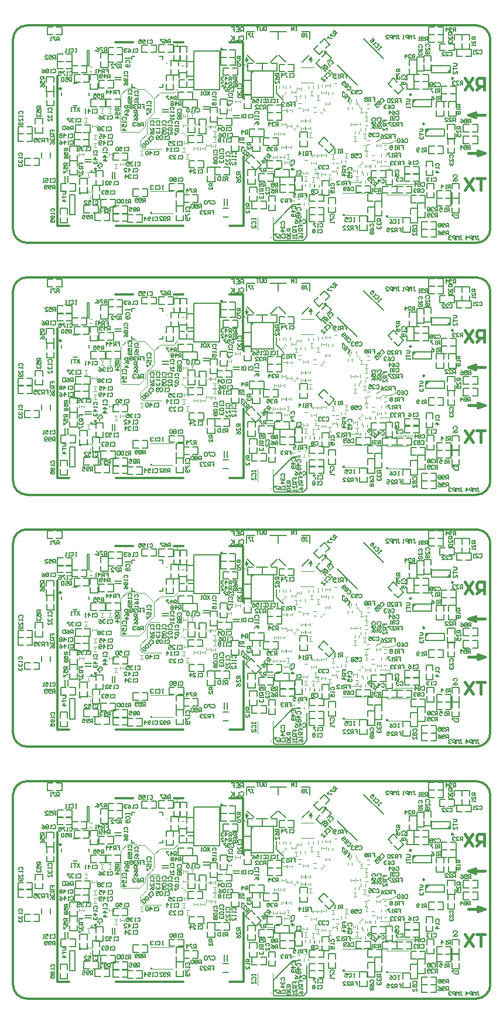
<source format=gbo>
G04*
G04 #@! TF.GenerationSoftware,Altium Limited,Altium Designer,19.1.6 (110)*
G04*
G04 Layer_Color=32896*
%FSLAX44Y44*%
%MOMM*%
G71*
G01*
G75*
%ADD11C,0.3090*%
%ADD12C,0.2000*%
%ADD13C,0.3000*%
%ADD53C,0.1500*%
%ADD54C,0.4000*%
%ADD58C,0.1000*%
%ADD59C,0.2500*%
%ADD123C,0.2540*%
%ADD124C,0.1270*%
G36*
X632030Y1336270D02*
X626420Y1336270D01*
X632030Y1341880D01*
Y1336270D01*
D02*
G37*
G36*
X577910Y1291680D02*
Y1297290D01*
X583520D01*
X577910Y1291680D01*
D02*
G37*
G36*
X596970Y1249320D02*
Y1254930D01*
X602580D01*
X596970Y1249320D01*
D02*
G37*
G36*
X200750Y1133600D02*
X198750Y1133600D01*
X198750Y1135600D01*
X200750D01*
Y1133600D01*
D02*
G37*
G36*
X478750Y1132850D02*
Y1130850D01*
X476750D01*
Y1132850D01*
X478750Y1132850D01*
D02*
G37*
G36*
X541250Y1128600D02*
X539250D01*
Y1130600D01*
X541250D01*
Y1128600D01*
D02*
G37*
G36*
X632030Y972570D02*
X626420Y972570D01*
X632030Y978180D01*
Y972570D01*
D02*
G37*
G36*
X577910Y927980D02*
Y933590D01*
X583520D01*
X577910Y927980D01*
D02*
G37*
G36*
X596970Y885620D02*
Y891230D01*
X602580D01*
X596970Y885620D01*
D02*
G37*
G36*
X200750Y769900D02*
X198750Y769900D01*
X198750Y771900D01*
X200750D01*
Y769900D01*
D02*
G37*
G36*
X478750Y769150D02*
Y767150D01*
X476750D01*
Y769150D01*
X478750Y769150D01*
D02*
G37*
G36*
X541250Y764900D02*
X539250D01*
Y766900D01*
X541250D01*
Y764900D01*
D02*
G37*
G36*
X632030Y608870D02*
X626420Y608870D01*
X632030Y614480D01*
Y608870D01*
D02*
G37*
G36*
X577910Y564280D02*
Y569890D01*
X583520D01*
X577910Y564280D01*
D02*
G37*
G36*
X596970Y521920D02*
Y527530D01*
X602580D01*
X596970Y521920D01*
D02*
G37*
G36*
X200750Y406200D02*
X198750Y406200D01*
X198750Y408200D01*
X200750D01*
Y406200D01*
D02*
G37*
G36*
X478750Y405450D02*
Y403450D01*
X476750D01*
Y405450D01*
X478750Y405450D01*
D02*
G37*
G36*
X541250Y401200D02*
X539250D01*
Y403200D01*
X541250D01*
Y401200D01*
D02*
G37*
G36*
X632030Y245170D02*
X626420Y245170D01*
X632030Y250780D01*
Y245170D01*
D02*
G37*
G36*
X577910Y200580D02*
Y206190D01*
X583520D01*
X577910Y200580D01*
D02*
G37*
G36*
X596970Y158220D02*
Y163830D01*
X602580D01*
X596970Y158220D01*
D02*
G37*
G36*
X200750Y42500D02*
X198750Y42500D01*
X198750Y44500D01*
X200750D01*
Y42500D01*
D02*
G37*
G36*
X478750Y41750D02*
Y39750D01*
X476750D01*
Y41750D01*
X478750Y41750D01*
D02*
G37*
G36*
X541250Y37500D02*
X539250D01*
Y39500D01*
X541250D01*
Y37500D01*
D02*
G37*
D11*
X69250Y222500D02*
G03*
X69250Y222500I-1000J0D01*
G01*
Y586200D02*
G03*
X69250Y586200I-1000J0D01*
G01*
Y949900D02*
G03*
X69250Y949900I-1000J0D01*
G01*
Y1313600D02*
G03*
X69250Y1313600I-1000J0D01*
G01*
D12*
X222309Y259350D02*
G03*
X222309Y259350I-559J0D01*
G01*
X446309Y250000D02*
G03*
X446309Y250000I-559J0D01*
G01*
X373059Y8000D02*
G03*
X373059Y8000I-559J0D01*
G01*
X372250Y261000D02*
X382250Y271000D01*
X338250Y271000D02*
X348250Y261000D01*
X337250Y305000D02*
X349250D01*
X337250Y294000D02*
Y305000D01*
X383250Y294000D02*
Y305000D01*
X371250D02*
X383250D01*
X418250Y261000D02*
X428250Y271000D01*
X384250Y271000D02*
X394250Y261000D01*
X383250Y305000D02*
X395250D01*
X383250Y294000D02*
Y305000D01*
X429250Y294000D02*
Y305000D01*
X417250D02*
X429250D01*
X507200Y294484D02*
X535484Y266200D01*
X469016Y256300D02*
X497300Y228016D01*
X107250Y277500D02*
X110250D01*
X107250Y255500D02*
X110250D01*
Y277500D01*
X107250Y255500D02*
Y277500D01*
X211750Y224600D02*
X216250D01*
Y229100D01*
X171750Y224600D02*
X176250D01*
X171750D02*
Y229100D01*
Y264600D02*
Y269100D01*
X176250D01*
X211750D02*
X216250D01*
Y264600D02*
Y269100D01*
X333000Y304647D02*
Y311145D01*
X329751D01*
X328668Y310062D01*
Y307896D01*
X329751Y306813D01*
X333000D01*
X330834D02*
X328668Y304647D01*
X322170Y311145D02*
X326502D01*
Y304647D01*
X322170D01*
X326502Y307896D02*
X324336D01*
X315672Y311145D02*
X320004D01*
Y307896D01*
X317838D01*
X320004D01*
Y304647D01*
X328668Y297465D02*
X329751Y298548D01*
X331917D01*
X333000Y297465D01*
Y293133D01*
X331917Y292050D01*
X329751D01*
X328668Y293133D01*
X326502Y298548D02*
Y292050D01*
X322170D01*
X320004Y298548D02*
Y292050D01*
Y294216D01*
X315672Y298548D01*
X318921Y295299D01*
X315672Y292050D01*
X222309Y623050D02*
G03*
X222309Y623050I-559J0D01*
G01*
X446309Y613700D02*
G03*
X446309Y613700I-559J0D01*
G01*
X373059Y371700D02*
G03*
X373059Y371700I-559J0D01*
G01*
X372250Y624700D02*
X382250Y634700D01*
X338250Y634700D02*
X348250Y624700D01*
X337250Y668700D02*
X349250D01*
X337250Y657700D02*
Y668700D01*
X383250Y657700D02*
Y668700D01*
X371250D02*
X383250D01*
X418250Y624700D02*
X428250Y634700D01*
X384250Y634700D02*
X394250Y624700D01*
X383250Y668700D02*
X395250D01*
X383250Y657700D02*
Y668700D01*
X429250Y657700D02*
Y668700D01*
X417250D02*
X429250D01*
X507200Y658184D02*
X535484Y629900D01*
X469016Y620000D02*
X497300Y591716D01*
X107250Y641200D02*
X110250D01*
X107250Y619200D02*
X110250D01*
Y641200D01*
X107250Y619200D02*
Y641200D01*
X211750Y588300D02*
X216250D01*
Y592800D01*
X171750Y588300D02*
X176250D01*
X171750D02*
Y592800D01*
Y628300D02*
Y632800D01*
X176250D01*
X211750D02*
X216250D01*
Y628300D02*
Y632800D01*
X333000Y668347D02*
Y674845D01*
X329751D01*
X328668Y673762D01*
Y671596D01*
X329751Y670513D01*
X333000D01*
X330834D02*
X328668Y668347D01*
X322170Y674845D02*
X326502D01*
Y668347D01*
X322170D01*
X326502Y671596D02*
X324336D01*
X315672Y674845D02*
X320004D01*
Y671596D01*
X317838D01*
X320004D01*
Y668347D01*
X328668Y661165D02*
X329751Y662248D01*
X331917D01*
X333000Y661165D01*
Y656833D01*
X331917Y655750D01*
X329751D01*
X328668Y656833D01*
X326502Y662248D02*
Y655750D01*
X322170D01*
X320004Y662248D02*
Y655750D01*
Y657916D01*
X315672Y662248D01*
X318921Y658999D01*
X315672Y655750D01*
X222309Y986750D02*
G03*
X222309Y986750I-559J0D01*
G01*
X446309Y977400D02*
G03*
X446309Y977400I-559J0D01*
G01*
X373059Y735400D02*
G03*
X373059Y735400I-559J0D01*
G01*
X372250Y988400D02*
X382250Y998400D01*
X338250Y998400D02*
X348250Y988400D01*
X337250Y1032400D02*
X349250D01*
X337250Y1021400D02*
Y1032400D01*
X383250Y1021400D02*
Y1032400D01*
X371250D02*
X383250D01*
X418250Y988400D02*
X428250Y998400D01*
X384250Y998400D02*
X394250Y988400D01*
X383250Y1032400D02*
X395250D01*
X383250Y1021400D02*
Y1032400D01*
X429250Y1021400D02*
Y1032400D01*
X417250D02*
X429250D01*
X507200Y1021884D02*
X535484Y993600D01*
X469016Y983700D02*
X497300Y955416D01*
X107250Y1004900D02*
X110250D01*
X107250Y982900D02*
X110250D01*
Y1004900D01*
X107250Y982900D02*
Y1004900D01*
X211750Y952000D02*
X216250D01*
Y956500D01*
X171750Y952000D02*
X176250D01*
X171750D02*
Y956500D01*
Y992000D02*
Y996500D01*
X176250D01*
X211750D02*
X216250D01*
Y992000D02*
Y996500D01*
X333000Y1032048D02*
Y1038545D01*
X329751D01*
X328668Y1037462D01*
Y1035296D01*
X329751Y1034213D01*
X333000D01*
X330834D02*
X328668Y1032048D01*
X322170Y1038545D02*
X326502D01*
Y1032048D01*
X322170D01*
X326502Y1035296D02*
X324336D01*
X315672Y1038545D02*
X320004D01*
Y1035296D01*
X317838D01*
X320004D01*
Y1032048D01*
X328668Y1024865D02*
X329751Y1025948D01*
X331917D01*
X333000Y1024865D01*
Y1020533D01*
X331917Y1019450D01*
X329751D01*
X328668Y1020533D01*
X326502Y1025948D02*
Y1019450D01*
X322170D01*
X320004Y1025948D02*
Y1019450D01*
Y1021616D01*
X315672Y1025948D01*
X318921Y1022699D01*
X315672Y1019450D01*
X222309Y1350450D02*
G03*
X222309Y1350450I-559J0D01*
G01*
X446309Y1341100D02*
G03*
X446309Y1341100I-559J0D01*
G01*
X373059Y1099100D02*
G03*
X373059Y1099100I-559J0D01*
G01*
X372250Y1352100D02*
X382250Y1362100D01*
X338250Y1362100D02*
X348250Y1352100D01*
X337250Y1396100D02*
X349250D01*
X337250Y1385100D02*
Y1396100D01*
X383250Y1385100D02*
Y1396100D01*
X371250D02*
X383250D01*
X418250Y1352100D02*
X428250Y1362100D01*
X384250Y1362100D02*
X394250Y1352100D01*
X383250Y1396100D02*
X395250D01*
X383250Y1385100D02*
Y1396100D01*
X429250Y1385100D02*
Y1396100D01*
X417250D02*
X429250D01*
X507200Y1385584D02*
X535484Y1357300D01*
X469016Y1347400D02*
X497300Y1319116D01*
X107250Y1368600D02*
X110250D01*
X107250Y1346600D02*
X110250D01*
Y1368600D01*
X107250Y1346600D02*
Y1368600D01*
X211750Y1315700D02*
X216250D01*
Y1320200D01*
X171750Y1315700D02*
X176250D01*
X171750D02*
Y1320200D01*
Y1355700D02*
Y1360200D01*
X176250D01*
X211750D02*
X216250D01*
Y1355700D02*
Y1360200D01*
X333000Y1395748D02*
Y1402245D01*
X329751D01*
X328668Y1401163D01*
Y1398996D01*
X329751Y1397914D01*
X333000D01*
X330834D02*
X328668Y1395748D01*
X322170Y1402245D02*
X326502D01*
Y1395748D01*
X322170D01*
X326502Y1398996D02*
X324336D01*
X315672Y1402245D02*
X320004D01*
Y1398996D01*
X317838D01*
X320004D01*
Y1395748D01*
X328668Y1388565D02*
X329751Y1389648D01*
X331917D01*
X333000Y1388565D01*
Y1384233D01*
X331917Y1383150D01*
X329751D01*
X328668Y1384233D01*
X326502Y1389648D02*
Y1383150D01*
X322170D01*
X320004Y1389648D02*
Y1383150D01*
Y1385316D01*
X315672Y1389648D01*
X318921Y1386399D01*
X315672Y1383150D01*
D13*
X690050Y293700D02*
G03*
X670050Y313700I-20000J0D01*
G01*
Y0D02*
G03*
X690050Y20000I0J20000D01*
G01*
X0D02*
G03*
X20000Y0I20000J0D01*
G01*
Y313700D02*
G03*
X0Y293700I0J-20000D01*
G01*
X690000Y19950D02*
Y293750D01*
X148560Y24250D02*
X246230D01*
X148270Y289250D02*
X173000D01*
X233000D02*
X246230D01*
X332500Y209000D02*
Y289050D01*
X313270Y289250D02*
X332500D01*
X313270Y24250D02*
X332500D01*
X64000D02*
X81230D01*
X64000D02*
Y240000D01*
X333000Y24250D02*
Y124000D01*
X20000Y313700D02*
X670050D01*
X50Y19950D02*
Y293750D01*
X20000Y0D02*
X670050D01*
X690050Y657400D02*
G03*
X670050Y677400I-20000J0D01*
G01*
Y363700D02*
G03*
X690050Y383700I0J20000D01*
G01*
X0D02*
G03*
X20000Y363700I20000J0D01*
G01*
Y677400D02*
G03*
X0Y657400I0J-20000D01*
G01*
X690000Y383650D02*
Y657450D01*
X148560Y387950D02*
X246230D01*
X148270Y652950D02*
X173000D01*
X233000D02*
X246230D01*
X332500Y572700D02*
Y652750D01*
X313270Y652950D02*
X332500D01*
X313270Y387950D02*
X332500D01*
X64000D02*
X81230D01*
X64000D02*
Y603700D01*
X333000Y387950D02*
Y487700D01*
X20000Y677400D02*
X670050D01*
X50Y383650D02*
Y657450D01*
X20000Y363700D02*
X670050D01*
X690050Y1021100D02*
G03*
X670050Y1041100I-20000J0D01*
G01*
Y727400D02*
G03*
X690050Y747400I0J20000D01*
G01*
X0D02*
G03*
X20000Y727400I20000J0D01*
G01*
Y1041100D02*
G03*
X0Y1021100I0J-20000D01*
G01*
X690000Y747350D02*
Y1021151D01*
X148560Y751650D02*
X246230D01*
X148270Y1016650D02*
X173000D01*
X233000D02*
X246230D01*
X332500Y936400D02*
Y1016450D01*
X313270Y1016650D02*
X332500D01*
X313270Y751650D02*
X332500D01*
X64000D02*
X81230D01*
X64000D02*
Y967400D01*
X333000Y751650D02*
Y851400D01*
X20000Y1041100D02*
X670050D01*
X50Y747350D02*
Y1021151D01*
X20000Y727400D02*
X670050D01*
X690050Y1384800D02*
G03*
X670050Y1404800I-20000J0D01*
G01*
Y1091100D02*
G03*
X690050Y1111100I0J20000D01*
G01*
X0D02*
G03*
X20000Y1091100I20000J0D01*
G01*
Y1404800D02*
G03*
X0Y1384800I0J-20000D01*
G01*
X690000Y1111050D02*
Y1384851D01*
X148560Y1115350D02*
X246230D01*
X148270Y1380350D02*
X173000D01*
X233000D02*
X246230D01*
X332500Y1300100D02*
Y1380150D01*
X313270Y1380350D02*
X332500D01*
X313270Y1115350D02*
X332500D01*
X64000D02*
X81230D01*
X64000D02*
Y1331100D01*
X333000Y1115350D02*
Y1215100D01*
X20000Y1404800D02*
X670050D01*
X50Y1111050D02*
Y1384851D01*
X20000Y1091100D02*
X670050D01*
D53*
X404500Y54750D02*
X415500D01*
X425000Y39500D02*
Y48250D01*
X376250Y6000D02*
X378500Y3750D01*
X337750Y260500D02*
Y268500D01*
X335625Y264750D02*
X337750Y260500D01*
X339875Y264750D01*
X335625D02*
X339875D01*
X337000Y263750D02*
X338750D01*
X429500Y265250D02*
X431250D01*
X428375Y264250D02*
X432625D01*
X428375D02*
X430500Y268500D01*
X432625Y264250D01*
X430500Y260500D02*
Y268500D01*
X344000Y248250D02*
X376250D01*
X344000Y210250D02*
Y248250D01*
Y210250D02*
X376250D01*
Y248250D01*
X344000Y244750D02*
X347500Y248250D01*
X87250Y230500D02*
X93250D01*
X70250Y212500D02*
Y216500D01*
X87250Y198500D02*
X93250D01*
X110250Y212500D02*
Y216500D01*
X261500Y220750D02*
Y276750D01*
Y220750D02*
X298500D01*
Y276750D01*
X261500D02*
X298500D01*
X380750Y216000D02*
Y227250D01*
Y216000D02*
X387500Y209250D01*
X391250Y205500D01*
X425000Y9000D02*
Y39500D01*
X376250Y26500D02*
X404500Y54750D01*
X376250Y6000D02*
Y26500D01*
X419750Y3750D02*
X425000Y9000D01*
X378500Y3750D02*
X419750D01*
X363751Y311748D02*
X365584D01*
X366500Y310832D01*
Y307166D01*
X365584Y306250D01*
X363751D01*
X362835Y307166D01*
Y310832D01*
X363751Y311748D01*
X361002D02*
Y307166D01*
X360085Y306250D01*
X358253D01*
X357336Y307166D01*
Y311748D01*
X355504D02*
X351838D01*
X353671D01*
Y306250D01*
X410750Y311748D02*
X408917D01*
X409834D01*
Y306250D01*
X410750D01*
X408917D01*
X406168D02*
Y311748D01*
X402503Y306250D01*
Y311748D01*
X135250Y276250D02*
Y281748D01*
X132501D01*
X131585Y280832D01*
Y278999D01*
X132501Y278083D01*
X135250D01*
X133417D02*
X131585Y276250D01*
X129752Y281748D02*
X126086D01*
Y280832D01*
X129752Y277166D01*
Y276250D01*
X120588Y281748D02*
X122421Y280832D01*
X124254Y278999D01*
Y277166D01*
X123337Y276250D01*
X121504D01*
X120588Y277166D01*
Y278083D01*
X121504Y278999D01*
X124254D01*
X57585Y249832D02*
X58501Y250748D01*
X60334D01*
X61250Y249832D01*
Y246166D01*
X60334Y245250D01*
X58501D01*
X57585Y246166D01*
X55752Y245250D02*
X53919D01*
X54835D01*
Y250748D01*
X55752Y249832D01*
X51170D02*
X50254Y250748D01*
X48421D01*
X47505Y249832D01*
Y248916D01*
X48421Y247999D01*
X47505Y247083D01*
Y246166D01*
X48421Y245250D01*
X50254D01*
X51170Y246166D01*
Y247083D01*
X50254Y247999D01*
X51170Y248916D01*
Y249832D01*
X50254Y247999D02*
X48421D01*
X42006Y250748D02*
X43839Y249832D01*
X45672Y247999D01*
Y246166D01*
X44755Y245250D01*
X42923D01*
X42006Y246166D01*
Y247083D01*
X42923Y247999D01*
X45672D01*
X191250Y58750D02*
Y64248D01*
X188501D01*
X187585Y63332D01*
Y61499D01*
X188501Y60583D01*
X191250D01*
X189417D02*
X187585Y58750D01*
X185752Y63332D02*
X184835Y64248D01*
X183003D01*
X182086Y63332D01*
Y62415D01*
X183003Y61499D01*
X182086Y60583D01*
Y59666D01*
X183003Y58750D01*
X184835D01*
X185752Y59666D01*
Y60583D01*
X184835Y61499D01*
X185752Y62415D01*
Y63332D01*
X184835Y61499D02*
X183003D01*
X180254Y59666D02*
X179337Y58750D01*
X177505D01*
X176588Y59666D01*
Y63332D01*
X177505Y64248D01*
X179337D01*
X180254Y63332D01*
Y62415D01*
X179337Y61499D01*
X176588D01*
X646585Y9998D02*
X648417D01*
X647501D01*
Y5416D01*
X648417Y4500D01*
X649334D01*
X650250Y5416D01*
X644752Y4500D02*
Y9998D01*
X642919Y8166D01*
X641086Y9998D01*
Y4500D01*
X639254D02*
Y9998D01*
X636505D01*
X635588Y9082D01*
Y7249D01*
X636505Y6333D01*
X639254D01*
X633755Y9082D02*
X632839Y9998D01*
X631006D01*
X630090Y9082D01*
Y8166D01*
X631006Y7249D01*
X631923D01*
X631006D01*
X630090Y6333D01*
Y5416D01*
X631006Y4500D01*
X632839D01*
X633755Y5416D01*
X555835Y299748D02*
X557667D01*
X556751D01*
Y295166D01*
X557667Y294250D01*
X558584D01*
X559500Y295166D01*
X554002Y294250D02*
Y299748D01*
X552169Y297915D01*
X550336Y299748D01*
Y294250D01*
X548504D02*
Y299748D01*
X545755D01*
X544838Y298832D01*
Y296999D01*
X545755Y296083D01*
X548504D01*
X539340Y294250D02*
X543005D01*
X539340Y297915D01*
Y298832D01*
X540256Y299748D01*
X542089D01*
X543005Y298832D01*
X578585Y299748D02*
X580417D01*
X579501D01*
Y295166D01*
X580417Y294250D01*
X581334D01*
X582250Y295166D01*
X576752Y294250D02*
Y299748D01*
X574919Y297915D01*
X573086Y299748D01*
Y294250D01*
X571254D02*
Y299748D01*
X568504D01*
X567588Y298832D01*
Y296999D01*
X568504Y296083D01*
X571254D01*
X565755Y294250D02*
X563923D01*
X564839D01*
Y299748D01*
X565755Y298832D01*
X71502Y73500D02*
X75167D01*
X77000Y71667D01*
X75167Y69835D01*
X71502D01*
Y68002D02*
Y64336D01*
Y66169D01*
X77000D01*
Y59755D02*
X71502D01*
X74251Y62504D01*
Y58838D01*
X40250Y197000D02*
X34752D01*
Y194251D01*
X35668Y193335D01*
X37501D01*
X38417Y194251D01*
Y197000D01*
Y195167D02*
X40250Y193335D01*
X34752Y187836D02*
Y191502D01*
X37501D01*
X36585Y189669D01*
Y188753D01*
X37501Y187836D01*
X39334D01*
X40250Y188753D01*
Y190585D01*
X39334Y191502D01*
X35668Y186004D02*
X34752Y185087D01*
Y183255D01*
X35668Y182338D01*
X36585D01*
X37501Y183255D01*
Y184171D01*
Y183255D01*
X38417Y182338D01*
X39334D01*
X40250Y183255D01*
Y185087D01*
X39334Y186004D01*
X47084Y150998D02*
X50750D01*
Y148249D01*
X48917D01*
X50750D01*
Y145500D01*
X45252D02*
Y150998D01*
X42503D01*
X41586Y150082D01*
Y148249D01*
X42503Y147333D01*
X45252D01*
X43419D02*
X41586Y145500D01*
X39754Y150082D02*
X38837Y150998D01*
X37004D01*
X36088Y150082D01*
Y149165D01*
X37004Y148249D01*
X37921D01*
X37004D01*
X36088Y147333D01*
Y146416D01*
X37004Y145500D01*
X38837D01*
X39754Y146416D01*
X30590Y150998D02*
X34255D01*
Y148249D01*
X32423Y149165D01*
X31506D01*
X30590Y148249D01*
Y146416D01*
X31506Y145500D01*
X33339D01*
X34255Y146416D01*
X9418Y185835D02*
X8502Y186751D01*
Y188584D01*
X9418Y189500D01*
X13084D01*
X14000Y188584D01*
Y186751D01*
X13084Y185835D01*
X14000Y184002D02*
Y182169D01*
Y183085D01*
X8502D01*
X9418Y184002D01*
X14000Y175755D02*
Y179420D01*
X10335Y175755D01*
X9418D01*
X8502Y176671D01*
Y178504D01*
X9418Y179420D01*
X13084Y173922D02*
X14000Y173005D01*
Y171173D01*
X13084Y170256D01*
X9418D01*
X8502Y171173D01*
Y173005D01*
X9418Y173922D01*
X10335D01*
X11251Y173005D01*
Y170256D01*
X671085Y9998D02*
X672917D01*
X672001D01*
Y5416D01*
X672917Y4500D01*
X673834D01*
X674750Y5416D01*
X669252Y4500D02*
Y9998D01*
X667419Y8166D01*
X665586Y9998D01*
Y4500D01*
X663754D02*
Y9998D01*
X661004D01*
X660088Y9082D01*
Y7249D01*
X661004Y6333D01*
X663754D01*
X655506Y4500D02*
Y9998D01*
X658255Y7249D01*
X654590D01*
X170000Y57500D02*
Y62998D01*
X167251D01*
X166334Y62082D01*
Y60249D01*
X167251Y59333D01*
X170000D01*
X168167D02*
X166334Y57500D01*
X164502D02*
X162669D01*
X163585D01*
Y62998D01*
X164502Y62082D01*
X159920D02*
X159004Y62998D01*
X157171D01*
X156255Y62082D01*
Y58416D01*
X157171Y57500D01*
X159004D01*
X159920Y58416D01*
Y62082D01*
X154422D02*
X153505Y62998D01*
X151673D01*
X150756Y62082D01*
Y58416D01*
X151673Y57500D01*
X153505D01*
X154422Y58416D01*
Y62082D01*
X272250Y50250D02*
Y55748D01*
X269501D01*
X268585Y54832D01*
Y52999D01*
X269501Y52083D01*
X272250D01*
X270417D02*
X268585Y50250D01*
X266752Y54832D02*
X265835Y55748D01*
X264003D01*
X263086Y54832D01*
Y53916D01*
X264003Y52999D01*
X263086Y52083D01*
Y51166D01*
X264003Y50250D01*
X265835D01*
X266752Y51166D01*
Y52083D01*
X265835Y52999D01*
X266752Y53916D01*
Y54832D01*
X265835Y52999D02*
X264003D01*
X261254Y54832D02*
X260337Y55748D01*
X258505D01*
X257588Y54832D01*
Y51166D01*
X258505Y50250D01*
X260337D01*
X261254Y51166D01*
Y54832D01*
X629500Y22500D02*
Y27998D01*
X626751D01*
X625835Y27082D01*
Y25249D01*
X626751Y24333D01*
X629500D01*
X627667D02*
X625835Y22500D01*
X624002Y23416D02*
X623085Y22500D01*
X621253D01*
X620336Y23416D01*
Y27082D01*
X621253Y27998D01*
X623085D01*
X624002Y27082D01*
Y26165D01*
X623085Y25249D01*
X620336D01*
X618504Y27082D02*
X617587Y27998D01*
X615755D01*
X614838Y27082D01*
Y26165D01*
X615755Y25249D01*
X614838Y24333D01*
Y23416D01*
X615755Y22500D01*
X617587D01*
X618504Y23416D01*
Y24333D01*
X617587Y25249D01*
X618504Y26165D01*
Y27082D01*
X617587Y25249D02*
X615755D01*
X599250Y292000D02*
Y297498D01*
X596501D01*
X595585Y296582D01*
Y294749D01*
X596501Y293833D01*
X599250D01*
X597417D02*
X595585Y292000D01*
X593752Y292916D02*
X592835Y292000D01*
X591003D01*
X590086Y292916D01*
Y296582D01*
X591003Y297498D01*
X592835D01*
X593752Y296582D01*
Y295665D01*
X592835Y294749D01*
X590086D01*
X588254Y292000D02*
X586421D01*
X587337D01*
Y297498D01*
X588254Y296582D01*
X468750Y302250D02*
X464862Y306138D01*
X462918Y304194D01*
X462918Y302898D01*
X464214Y301602D01*
X465510Y301602D01*
X467454Y303546D01*
X466158Y302250D02*
Y299658D01*
X460974Y302250D02*
X458382Y299658D01*
X459030Y299010D01*
X464214D01*
X464862Y298362D01*
X457086D02*
X454495Y295770D01*
X455143Y295122D01*
X460326D01*
X460974Y294474D01*
X559500Y250500D02*
X554002D01*
Y247751D01*
X554918Y246835D01*
X556751D01*
X557667Y247751D01*
Y250500D01*
Y248667D02*
X559500Y246835D01*
X554002Y245002D02*
Y241336D01*
X554918D01*
X558584Y245002D01*
X559500D01*
X554002Y235838D02*
Y239504D01*
X556751D01*
X555835Y237671D01*
Y236754D01*
X556751Y235838D01*
X558584D01*
X559500Y236754D01*
Y238587D01*
X558584Y239504D01*
X243000Y198250D02*
Y203748D01*
X240251D01*
X239335Y202832D01*
Y200999D01*
X240251Y200083D01*
X243000D01*
X241167D02*
X239335Y198250D01*
X234753D02*
Y203748D01*
X237502Y200999D01*
X233836D01*
X232004Y202832D02*
X231087Y203748D01*
X229254D01*
X228338Y202832D01*
Y201915D01*
X229254Y200999D01*
X228338Y200083D01*
Y199166D01*
X229254Y198250D01*
X231087D01*
X232004Y199166D01*
Y200083D01*
X231087Y200999D01*
X232004Y201915D01*
Y202832D01*
X231087Y200999D02*
X229254D01*
X236250Y206500D02*
Y211998D01*
X233501D01*
X232584Y211082D01*
Y209249D01*
X233501Y208333D01*
X236250D01*
X234417D02*
X232584Y206500D01*
X228003D02*
Y211998D01*
X230752Y209249D01*
X227086D01*
X225254Y211998D02*
X221588D01*
Y211082D01*
X225254Y207416D01*
Y206500D01*
X423084Y302248D02*
X424917D01*
X424001D01*
Y297666D01*
X424917Y296750D01*
X425834D01*
X426750Y297666D01*
X421252Y301332D02*
X420335Y302248D01*
X418503D01*
X417586Y301332D01*
Y300415D01*
X418503Y299499D01*
X417586Y298583D01*
Y297666D01*
X418503Y296750D01*
X420335D01*
X421252Y297666D01*
Y298583D01*
X420335Y299499D01*
X421252Y300415D01*
Y301332D01*
X420335Y299499D02*
X418503D01*
X345335Y302248D02*
X347167D01*
X346251D01*
Y297666D01*
X347167Y296750D01*
X348084D01*
X349000Y297666D01*
X343502Y302248D02*
X339836D01*
Y301332D01*
X343502Y297666D01*
Y296750D01*
X217250Y82748D02*
X215417D01*
X216334D01*
Y77250D01*
X217250D01*
X215417D01*
X209003Y81832D02*
X209919Y82748D01*
X211752D01*
X212668Y81832D01*
Y78166D01*
X211752Y77250D01*
X209919D01*
X209003Y78166D01*
X207170Y77250D02*
X205337D01*
X206254D01*
Y82748D01*
X207170Y81832D01*
X202588D02*
X201672Y82748D01*
X199839D01*
X198923Y81832D01*
Y80915D01*
X199839Y79999D01*
X200755D01*
X199839D01*
X198923Y79083D01*
Y78166D01*
X199839Y77250D01*
X201672D01*
X202588Y78166D01*
X532888Y282138D02*
X531592Y283434D01*
X532240Y282786D01*
X528352Y278898D01*
X529000Y278250D01*
X527704Y279546D01*
X526408Y287322D02*
X527704Y287322D01*
X529000Y286026D01*
X529000Y284730D01*
X526408Y282138D01*
X525112D01*
X523816Y283434D01*
Y284730D01*
X521872Y285378D02*
X520576Y286674D01*
X521224Y286026D01*
X525112Y289914D01*
X525112Y288618D01*
X519928Y295097D02*
X522520Y292505D01*
X520576Y290562D01*
X519928Y292505D01*
X519281Y293153D01*
X517985D01*
X516689Y291857D01*
Y290562D01*
X517985Y289265D01*
X519281D01*
X150585Y220498D02*
X154250D01*
Y217749D01*
X152417D01*
X154250D01*
Y215000D01*
X148752D02*
Y220498D01*
X146003D01*
X145086Y219582D01*
Y217749D01*
X146003Y216833D01*
X148752D01*
X146919D02*
X145086Y215000D01*
X140505D02*
Y220498D01*
X143254Y217749D01*
X139588D01*
X135006Y215000D02*
Y220498D01*
X137755Y217749D01*
X134090D01*
X95752Y111834D02*
Y115500D01*
X98501D01*
Y113667D01*
Y115500D01*
X101250D01*
Y110002D02*
X95752D01*
Y107253D01*
X96668Y106336D01*
X98501D01*
X99417Y107253D01*
Y110002D01*
Y108169D02*
X101250Y106336D01*
X96668Y104504D02*
X95752Y103587D01*
Y101755D01*
X96668Y100838D01*
X97584D01*
X98501Y101755D01*
Y102671D01*
Y101755D01*
X99417Y100838D01*
X100334D01*
X101250Y101755D01*
Y103587D01*
X100334Y104504D01*
X95752Y99005D02*
Y95340D01*
X96668D01*
X100334Y99005D01*
X101250D01*
X54252Y159085D02*
Y162750D01*
X57001D01*
Y160917D01*
Y162750D01*
X59750D01*
Y157252D02*
X54252D01*
Y154503D01*
X55168Y153586D01*
X57001D01*
X57917Y154503D01*
Y157252D01*
Y155419D02*
X59750Y153586D01*
X55168Y151754D02*
X54252Y150837D01*
Y149004D01*
X55168Y148088D01*
X56084D01*
X57001Y149004D01*
Y149921D01*
Y149004D01*
X57917Y148088D01*
X58834D01*
X59750Y149004D01*
Y150837D01*
X58834Y151754D01*
X54252Y142590D02*
X55168Y144423D01*
X57001Y146255D01*
X58834D01*
X59750Y145339D01*
Y143506D01*
X58834Y142590D01*
X57917D01*
X57001Y143506D01*
Y146255D01*
X161168Y243585D02*
X160252Y244501D01*
Y246334D01*
X161168Y247250D01*
X164834D01*
X165750Y246334D01*
Y244501D01*
X164834Y243585D01*
X165750Y241752D02*
Y239919D01*
Y240835D01*
X160252D01*
X161168Y241752D01*
X164834Y237170D02*
X165750Y236254D01*
Y234421D01*
X164834Y233505D01*
X161168D01*
X160252Y234421D01*
Y236254D01*
X161168Y237170D01*
X162085D01*
X163001Y236254D01*
Y233505D01*
X160252Y228006D02*
X161168Y229839D01*
X163001Y231672D01*
X164834D01*
X165750Y230755D01*
Y228923D01*
X164834Y228006D01*
X163917D01*
X163001Y228923D01*
Y231672D01*
X242085Y93082D02*
X243001Y93998D01*
X244834D01*
X245750Y93082D01*
Y89416D01*
X244834Y88500D01*
X243001D01*
X242085Y89416D01*
X240252Y88500D02*
X238419D01*
X239335D01*
Y93998D01*
X240252Y93082D01*
X235670D02*
X234754Y93998D01*
X232921D01*
X232005Y93082D01*
Y92165D01*
X232921Y91249D01*
X232005Y90333D01*
Y89416D01*
X232921Y88500D01*
X234754D01*
X235670Y89416D01*
Y90333D01*
X234754Y91249D01*
X235670Y92165D01*
Y93082D01*
X234754Y91249D02*
X232921D01*
X230172Y93082D02*
X229255Y93998D01*
X227423D01*
X226506Y93082D01*
Y89416D01*
X227423Y88500D01*
X229255D01*
X230172Y89416D01*
Y93082D01*
X250668Y48085D02*
X249752Y49001D01*
Y50834D01*
X250668Y51750D01*
X254334D01*
X255250Y50834D01*
Y49001D01*
X254334Y48085D01*
X255250Y46252D02*
Y44419D01*
Y45335D01*
X249752D01*
X250668Y46252D01*
X249752Y41670D02*
Y38005D01*
X250668D01*
X254334Y41670D01*
X255250D01*
X254334Y36172D02*
X255250Y35255D01*
Y33423D01*
X254334Y32506D01*
X250668D01*
X249752Y33423D01*
Y35255D01*
X250668Y36172D01*
X251585D01*
X252501Y35255D01*
Y32506D01*
X457668Y260398D02*
X457668Y261694D01*
X458964Y262990D01*
X460260Y262990D01*
X462852Y260398D01*
Y259102D01*
X461556Y257806D01*
X460260D01*
X459612Y255862D02*
X458316Y254566D01*
X458964Y255214D01*
X455076Y259102D01*
X456372Y259102D01*
X453133Y255862D02*
X451837Y255862D01*
X450541Y254566D01*
X450541Y253270D01*
X451189Y252622D01*
X452485D01*
Y251326D01*
X453133Y250678D01*
X454428D01*
X455724Y251974D01*
Y253270D01*
X455076Y253918D01*
X453780Y253918D01*
Y255214D01*
X453133Y255862D01*
X453780Y253918D02*
X452485Y252622D01*
Y248734D02*
X451189Y247439D01*
X451837Y248086D01*
X447949Y251974D01*
X449245D01*
X143835Y74582D02*
X144751Y75498D01*
X146584D01*
X147500Y74582D01*
Y70916D01*
X146584Y70000D01*
X144751D01*
X143835Y70916D01*
X142002Y70000D02*
X140169D01*
X141085D01*
Y75498D01*
X142002Y74582D01*
X133755Y75498D02*
X137420D01*
Y72749D01*
X135587Y73665D01*
X134671D01*
X133755Y72749D01*
Y70916D01*
X134671Y70000D01*
X136504D01*
X137420Y70916D01*
X131922Y74582D02*
X131005Y75498D01*
X129173D01*
X128256Y74582D01*
Y73665D01*
X129173Y72749D01*
X130089D01*
X129173D01*
X128256Y71833D01*
Y70916D01*
X129173Y70000D01*
X131005D01*
X131922Y70916D01*
X118835Y60332D02*
X119751Y61248D01*
X121584D01*
X122500Y60332D01*
Y56666D01*
X121584Y55750D01*
X119751D01*
X118835Y56666D01*
X117002Y55750D02*
X115169D01*
X116085D01*
Y61248D01*
X117002Y60332D01*
X108755Y61248D02*
X112420D01*
Y58499D01*
X110587Y59415D01*
X109671D01*
X108755Y58499D01*
Y56666D01*
X109671Y55750D01*
X111504D01*
X112420Y56666D01*
X103256Y55750D02*
X106922D01*
X103256Y59415D01*
Y60332D01*
X104173Y61248D01*
X106005D01*
X106922Y60332D01*
X57084Y91832D02*
X58001Y92748D01*
X59834D01*
X60750Y91832D01*
Y88166D01*
X59834Y87250D01*
X58001D01*
X57084Y88166D01*
X55252Y87250D02*
X53419D01*
X54335D01*
Y92748D01*
X55252Y91832D01*
X47004Y92748D02*
X50670D01*
Y89999D01*
X48837Y90915D01*
X47921D01*
X47004Y89999D01*
Y88166D01*
X47921Y87250D01*
X49754D01*
X50670Y88166D01*
X45172Y87250D02*
X43339D01*
X44255D01*
Y92748D01*
X45172Y91832D01*
X164085Y137082D02*
X165001Y137998D01*
X166834D01*
X167750Y137082D01*
Y133416D01*
X166834Y132500D01*
X165001D01*
X164085Y133416D01*
X162252Y132500D02*
X160419D01*
X161335D01*
Y137998D01*
X162252Y137082D01*
X154004Y137998D02*
X157670D01*
Y135249D01*
X155837Y136166D01*
X154921D01*
X154004Y135249D01*
Y133416D01*
X154921Y132500D01*
X156754D01*
X157670Y133416D01*
X152172Y137082D02*
X151255Y137998D01*
X149423D01*
X148506Y137082D01*
Y133416D01*
X149423Y132500D01*
X151255D01*
X152172Y133416D01*
Y137082D01*
X140085Y146082D02*
X141001Y146998D01*
X142834D01*
X143750Y146082D01*
Y142416D01*
X142834Y141500D01*
X141001D01*
X140085Y142416D01*
X138252Y141500D02*
X136419D01*
X137335D01*
Y146998D01*
X138252Y146082D01*
X130921Y141500D02*
Y146998D01*
X133670Y144249D01*
X130005D01*
X128172Y142416D02*
X127255Y141500D01*
X125423D01*
X124506Y142416D01*
Y146082D01*
X125423Y146998D01*
X127255D01*
X128172Y146082D01*
Y145166D01*
X127255Y144249D01*
X124506D01*
X82835Y156332D02*
X83751Y157248D01*
X85584D01*
X86500Y156332D01*
Y152666D01*
X85584Y151750D01*
X83751D01*
X82835Y152666D01*
X81002Y151750D02*
X79169D01*
X80085D01*
Y157248D01*
X81002Y156332D01*
X73671Y151750D02*
Y157248D01*
X76420Y154499D01*
X72755D01*
X70922Y156332D02*
X70005Y157248D01*
X68173D01*
X67256Y156332D01*
Y155415D01*
X68173Y154499D01*
X67256Y153583D01*
Y152666D01*
X68173Y151750D01*
X70005D01*
X70922Y152666D01*
Y153583D01*
X70005Y154499D01*
X70922Y155415D01*
Y156332D01*
X70005Y154499D02*
X68173D01*
X124418Y112898D02*
X124418Y114194D01*
X125714Y115490D01*
X127010Y115490D01*
X129602Y112898D01*
Y111602D01*
X128306Y110306D01*
X127010D01*
X126362Y108362D02*
X125066Y107066D01*
X125714Y107714D01*
X121826Y111602D01*
X123122Y111602D01*
X121178Y103178D02*
X117291Y107066D01*
X121178Y107066D01*
X118587Y104474D01*
X115347Y105122D02*
X112755Y102530D01*
X113403Y101882D01*
X118587D01*
X119235Y101235D01*
X83084Y146582D02*
X84001Y147498D01*
X85834D01*
X86750Y146582D01*
Y142916D01*
X85834Y142000D01*
X84001D01*
X83084Y142916D01*
X81252Y142000D02*
X79419D01*
X80335D01*
Y147498D01*
X81252Y146582D01*
X73921Y142000D02*
Y147498D01*
X76670Y144749D01*
X73004D01*
X67506Y147498D02*
X69339Y146582D01*
X71172Y144749D01*
Y142916D01*
X70255Y142000D01*
X68423D01*
X67506Y142916D01*
Y143833D01*
X68423Y144749D01*
X71172D01*
X140335Y155332D02*
X141251Y156248D01*
X143084D01*
X144000Y155332D01*
Y151666D01*
X143084Y150750D01*
X141251D01*
X140335Y151666D01*
X138502Y150750D02*
X136669D01*
X137585D01*
Y156248D01*
X138502Y155332D01*
X131171Y150750D02*
Y156248D01*
X133920Y153499D01*
X130254D01*
X124756Y156248D02*
X128422D01*
Y153499D01*
X126589Y154416D01*
X125673D01*
X124756Y153499D01*
Y151666D01*
X125673Y150750D01*
X127505D01*
X128422Y151666D01*
X131418Y133084D02*
X130502Y134001D01*
Y135834D01*
X131418Y136750D01*
X135084D01*
X136000Y135834D01*
Y134001D01*
X135084Y133084D01*
X136000Y131252D02*
Y129419D01*
Y130335D01*
X130502D01*
X131418Y131252D01*
X136000Y123921D02*
X130502D01*
X133251Y126670D01*
Y123005D01*
X136000Y118423D02*
X130502D01*
X133251Y121172D01*
Y117506D01*
X240585Y145332D02*
X241501Y146248D01*
X243334D01*
X244250Y145332D01*
Y141666D01*
X243334Y140750D01*
X241501D01*
X240585Y141666D01*
X238752Y140750D02*
X236919D01*
X237835D01*
Y146248D01*
X238752Y145332D01*
X230504Y140750D02*
X234170D01*
X230504Y144416D01*
Y145332D01*
X231421Y146248D01*
X233254D01*
X234170Y145332D01*
X225006Y146248D02*
X228672D01*
Y143499D01*
X226839Y144416D01*
X225923D01*
X225006Y143499D01*
Y141666D01*
X225923Y140750D01*
X227755D01*
X228672Y141666D01*
X270585Y105082D02*
X271501Y105998D01*
X273334D01*
X274250Y105082D01*
Y101416D01*
X273334Y100500D01*
X271501D01*
X270585Y101416D01*
X268752Y100500D02*
X266919D01*
X267835D01*
Y105998D01*
X268752Y105082D01*
X260504Y100500D02*
X264170D01*
X260504Y104165D01*
Y105082D01*
X261421Y105998D01*
X263254D01*
X264170Y105082D01*
X255923Y100500D02*
Y105998D01*
X258672Y103249D01*
X255006D01*
X308918Y127835D02*
X308002Y128751D01*
Y130584D01*
X308918Y131500D01*
X312584D01*
X313500Y130584D01*
Y128751D01*
X312584Y127835D01*
X313500Y126002D02*
Y124169D01*
Y125085D01*
X308002D01*
X308918Y126002D01*
X313500Y117754D02*
Y121420D01*
X309835Y117754D01*
X308918D01*
X308002Y118671D01*
Y120504D01*
X308918Y121420D01*
X313500Y112256D02*
Y115922D01*
X309835Y112256D01*
X308918D01*
X308002Y113173D01*
Y115005D01*
X308918Y115922D01*
X265835Y193082D02*
X266751Y193998D01*
X268584D01*
X269500Y193082D01*
Y189416D01*
X268584Y188500D01*
X266751D01*
X265835Y189416D01*
X264002Y188500D02*
X262169D01*
X263085D01*
Y193998D01*
X264002Y193082D01*
X259420Y188500D02*
X257587D01*
X258504D01*
Y193998D01*
X259420Y193082D01*
X254838D02*
X253922Y193998D01*
X252089D01*
X251173Y193082D01*
Y189416D01*
X252089Y188500D01*
X253922D01*
X254838Y189416D01*
Y193082D01*
X205085Y36582D02*
X206001Y37498D01*
X207834D01*
X208750Y36582D01*
Y32916D01*
X207834Y32000D01*
X206001D01*
X205085Y32916D01*
X203252Y32000D02*
X201419D01*
X202335D01*
Y37498D01*
X203252Y36582D01*
X198670Y32916D02*
X197754Y32000D01*
X195921D01*
X195005Y32916D01*
Y36582D01*
X195921Y37498D01*
X197754D01*
X198670Y36582D01*
Y35666D01*
X197754Y34749D01*
X195005D01*
X190423Y32000D02*
Y37498D01*
X193172Y34749D01*
X189506D01*
X556834Y129248D02*
X560500D01*
Y126499D01*
X558667D01*
X560500D01*
Y123750D01*
X555002D02*
Y129248D01*
X552253D01*
X551336Y128332D01*
Y126499D01*
X552253Y125583D01*
X555002D01*
X553169D02*
X551336Y123750D01*
X549504D02*
X547671D01*
X548587D01*
Y129248D01*
X549504Y128332D01*
X544922Y129248D02*
X541256D01*
Y128332D01*
X544922Y124666D01*
Y123750D01*
X522750Y81500D02*
X526638Y85388D01*
X524694Y87332D01*
X523398Y87332D01*
X522102Y86036D01*
X522102Y84740D01*
X524046Y82796D01*
X522750Y84092D02*
X520158D01*
X516270Y87980D02*
X518862Y85388D01*
Y90572D01*
X519510Y91220D01*
X520806Y91220D01*
X522102Y89924D01*
X522102Y88628D01*
X515622Y89924D02*
X514326D01*
X513031Y91220D01*
Y92515D01*
X515622Y95107D01*
X516918Y95107D01*
X518214Y93812D01*
X518214Y92515D01*
X517566Y91868D01*
X516270D01*
X514326Y93812D01*
X180500Y191500D02*
X175002D01*
Y188751D01*
X175918Y187834D01*
X177751D01*
X178667Y188751D01*
Y191500D01*
Y189667D02*
X180500Y187834D01*
X175002Y182336D02*
X175918Y184169D01*
X177751Y186002D01*
X179584D01*
X180500Y185085D01*
Y183253D01*
X179584Y182336D01*
X178667D01*
X177751Y183253D01*
Y186002D01*
X175002Y176838D02*
X175918Y178671D01*
X177751Y180504D01*
X179584D01*
X180500Y179587D01*
Y177754D01*
X179584Y176838D01*
X178667D01*
X177751Y177754D01*
Y180504D01*
X188250Y168250D02*
Y173748D01*
X185501D01*
X184585Y172832D01*
Y170999D01*
X185501Y170083D01*
X188250D01*
X186417D02*
X184585Y168250D01*
X179086Y173748D02*
X180919Y172832D01*
X182752Y170999D01*
Y169166D01*
X181835Y168250D01*
X180003D01*
X179086Y169166D01*
Y170083D01*
X180003Y170999D01*
X182752D01*
X177254Y172832D02*
X176337Y173748D01*
X174505D01*
X173588Y172832D01*
Y171915D01*
X174505Y170999D01*
X175421D01*
X174505D01*
X173588Y170083D01*
Y169166D01*
X174505Y168250D01*
X176337D01*
X177254Y169166D01*
X60500Y77500D02*
Y82998D01*
X57751D01*
X56835Y82082D01*
Y80249D01*
X57751Y79333D01*
X60500D01*
X58667D02*
X56835Y77500D01*
X55002Y78416D02*
X54085Y77500D01*
X52253D01*
X51336Y78416D01*
Y82082D01*
X52253Y82998D01*
X54085D01*
X55002Y82082D01*
Y81166D01*
X54085Y80249D01*
X51336D01*
X49504Y78416D02*
X48587Y77500D01*
X46754D01*
X45838Y78416D01*
Y82082D01*
X46754Y82998D01*
X48587D01*
X49504Y82082D01*
Y81166D01*
X48587Y80249D01*
X45838D01*
X183000Y45500D02*
Y50998D01*
X180251D01*
X179335Y50082D01*
Y48249D01*
X180251Y47333D01*
X183000D01*
X181167D02*
X179335Y45500D01*
X177502Y50082D02*
X176585Y50998D01*
X174753D01*
X173836Y50082D01*
Y49166D01*
X174753Y48249D01*
X173836Y47333D01*
Y46416D01*
X174753Y45500D01*
X176585D01*
X177502Y46416D01*
Y47333D01*
X176585Y48249D01*
X177502Y49166D01*
Y50082D01*
X176585Y48249D02*
X174753D01*
X168338Y50998D02*
X172004D01*
Y48249D01*
X170171Y49166D01*
X169254D01*
X168338Y48249D01*
Y46416D01*
X169254Y45500D01*
X171087D01*
X172004Y46416D01*
X668750Y297000D02*
X663252D01*
Y294251D01*
X664168Y293335D01*
X666001D01*
X666917Y294251D01*
Y297000D01*
Y295167D02*
X668750Y293335D01*
Y287836D02*
Y291502D01*
X665085Y287836D01*
X664168D01*
X663252Y288753D01*
Y290585D01*
X664168Y291502D01*
X668750Y286004D02*
Y284171D01*
Y285087D01*
X663252D01*
X664168Y286004D01*
X635500Y303500D02*
X630002D01*
Y300751D01*
X630918Y299835D01*
X632751D01*
X633667Y300751D01*
Y303500D01*
Y301667D02*
X635500Y299835D01*
Y294336D02*
Y298002D01*
X631835Y294336D01*
X630918D01*
X630002Y295253D01*
Y297085D01*
X630918Y298002D01*
Y292504D02*
X630002Y291587D01*
Y289755D01*
X630918Y288838D01*
X634584D01*
X635500Y289755D01*
Y291587D01*
X634584Y292504D01*
X630918D01*
X630750Y45250D02*
Y50748D01*
X628001D01*
X627085Y49832D01*
Y47999D01*
X628001Y47083D01*
X630750D01*
X628917D02*
X627085Y45250D01*
X625252D02*
X623419D01*
X624335D01*
Y50748D01*
X625252Y49832D01*
X617005Y50748D02*
X620670D01*
Y47999D01*
X618837Y48916D01*
X617921D01*
X617005Y47999D01*
Y46166D01*
X617921Y45250D01*
X619754D01*
X620670Y46166D01*
X632500Y78500D02*
Y83998D01*
X629751D01*
X628835Y83082D01*
Y81249D01*
X629751Y80333D01*
X632500D01*
X630667D02*
X628835Y78500D01*
X627002D02*
X625169D01*
X626085D01*
Y83998D01*
X627002Y83082D01*
X619671Y78500D02*
Y83998D01*
X622420Y81249D01*
X618755D01*
X631335Y274332D02*
X632251Y275248D01*
X634084D01*
X635000Y274332D01*
Y270666D01*
X634084Y269750D01*
X632251D01*
X631335Y270666D01*
X625836Y269750D02*
X629502D01*
X625836Y273416D01*
Y274332D01*
X626753Y275248D01*
X628585D01*
X629502Y274332D01*
X620338Y269750D02*
X624004D01*
X620338Y273416D01*
Y274332D01*
X621255Y275248D01*
X623087D01*
X624004Y274332D01*
X674334Y277582D02*
X675251Y278498D01*
X677084D01*
X678000Y277582D01*
Y273916D01*
X677084Y273000D01*
X675251D01*
X674334Y273916D01*
X668836Y273000D02*
X672502D01*
X668836Y276665D01*
Y277582D01*
X669753Y278498D01*
X671585D01*
X672502Y277582D01*
X667004Y273000D02*
X665171D01*
X666087D01*
Y278498D01*
X667004Y277582D01*
X640584Y39832D02*
X641501Y40748D01*
X643334D01*
X644250Y39832D01*
Y36166D01*
X643334Y35250D01*
X641501D01*
X640584Y36166D01*
X638752Y40748D02*
X635086D01*
Y39832D01*
X638752Y36166D01*
Y35250D01*
X436835Y76082D02*
X437751Y76998D01*
X439584D01*
X440500Y76082D01*
Y72416D01*
X439584Y71500D01*
X437751D01*
X436835Y72416D01*
X435002Y76082D02*
X434085Y76998D01*
X432253D01*
X431336Y76082D01*
Y75166D01*
X432253Y74249D01*
X431336Y73333D01*
Y72416D01*
X432253Y71500D01*
X434085D01*
X435002Y72416D01*
Y73333D01*
X434085Y74249D01*
X435002Y75166D01*
Y76082D01*
X434085Y74249D02*
X432253D01*
X553168Y101085D02*
X552252Y102001D01*
Y103834D01*
X553168Y104750D01*
X556834D01*
X557750Y103834D01*
Y102001D01*
X556834Y101085D01*
X552252Y95586D02*
Y99252D01*
X555001D01*
X554085Y97419D01*
Y96503D01*
X555001Y95586D01*
X556834D01*
X557750Y96503D01*
Y98335D01*
X556834Y99252D01*
X559835Y93082D02*
X560751Y93998D01*
X562584D01*
X563500Y93082D01*
Y89416D01*
X562584Y88500D01*
X560751D01*
X559835Y89416D01*
X558002Y93082D02*
X557085Y93998D01*
X555253D01*
X554336Y93082D01*
Y92165D01*
X555253Y91249D01*
X556169D01*
X555253D01*
X554336Y90333D01*
Y89416D01*
X555253Y88500D01*
X557085D01*
X558002Y89416D01*
X115250Y34500D02*
Y39998D01*
X112501D01*
X111585Y39082D01*
Y37249D01*
X112501Y36333D01*
X115250D01*
X113417D02*
X111585Y34500D01*
X109752Y35416D02*
X108835Y34500D01*
X107003D01*
X106086Y35416D01*
Y39082D01*
X107003Y39998D01*
X108835D01*
X109752Y39082D01*
Y38166D01*
X108835Y37249D01*
X106086D01*
X100588Y39998D02*
X104254D01*
Y37249D01*
X102421Y38166D01*
X101504D01*
X100588Y37249D01*
Y35416D01*
X101504Y34500D01*
X103337D01*
X104254Y35416D01*
X140750Y44750D02*
Y50248D01*
X138001D01*
X137085Y49332D01*
Y47499D01*
X138001Y46583D01*
X140750D01*
X138917D02*
X137085Y44750D01*
X135252Y45666D02*
X134335Y44750D01*
X132503D01*
X131586Y45666D01*
Y49332D01*
X132503Y50248D01*
X134335D01*
X135252Y49332D01*
Y48415D01*
X134335Y47499D01*
X131586D01*
X129754Y49332D02*
X128837Y50248D01*
X127004D01*
X126088Y49332D01*
Y48415D01*
X127004Y47499D01*
X127921D01*
X127004D01*
X126088Y46583D01*
Y45666D01*
X127004Y44750D01*
X128837D01*
X129754Y45666D01*
X315585Y223082D02*
X316501Y223998D01*
X318334D01*
X319250Y223082D01*
Y219416D01*
X318334Y218500D01*
X316501D01*
X315585Y219416D01*
X313752D02*
X312835Y218500D01*
X311003D01*
X310086Y219416D01*
Y223082D01*
X311003Y223998D01*
X312835D01*
X313752Y223082D01*
Y222166D01*
X312835Y221249D01*
X310086D01*
X308254Y223998D02*
X304588D01*
Y223082D01*
X308254Y219416D01*
Y218500D01*
X611918Y110835D02*
X611002Y111751D01*
Y113584D01*
X611918Y114500D01*
X615584D01*
X616500Y113584D01*
Y111751D01*
X615584Y110835D01*
X616500Y109002D02*
Y107169D01*
Y108085D01*
X611002D01*
X611918Y109002D01*
X616500Y101671D02*
X611002D01*
X613751Y104420D01*
Y100754D01*
X264750Y72750D02*
Y78248D01*
X262001D01*
X261084Y77332D01*
Y75499D01*
X262001Y74583D01*
X264750D01*
X262917D02*
X261084Y72750D01*
X259252Y78248D02*
X255586D01*
Y77332D01*
X259252Y73666D01*
Y72750D01*
X251005D02*
Y78248D01*
X253754Y75499D01*
X250088D01*
X315500Y234250D02*
Y239748D01*
X312751D01*
X311835Y238832D01*
Y236999D01*
X312751Y236083D01*
X315500D01*
X313667D02*
X311835Y234250D01*
X307253D02*
Y239748D01*
X310002Y236999D01*
X306336D01*
X304504Y238832D02*
X303587Y239748D01*
X301754D01*
X300838Y238832D01*
Y237915D01*
X301754Y236999D01*
X302671D01*
X301754D01*
X300838Y236083D01*
Y235166D01*
X301754Y234250D01*
X303587D01*
X304504Y235166D01*
X315500Y226250D02*
Y231748D01*
X312751D01*
X311835Y230832D01*
Y228999D01*
X312751Y228083D01*
X315500D01*
X313667D02*
X311835Y226250D01*
X307253D02*
Y231748D01*
X310002Y228999D01*
X306336D01*
X300838Y226250D02*
X304504D01*
X300838Y229916D01*
Y230832D01*
X301754Y231748D01*
X303587D01*
X304504Y230832D01*
X286835Y46748D02*
X290500D01*
Y43999D01*
X288667D01*
X290500D01*
Y41250D01*
X285002D02*
Y46748D01*
X282253D01*
X281336Y45832D01*
Y43999D01*
X282253Y43083D01*
X285002D01*
X283169D02*
X281336Y41250D01*
X275838D02*
X279504D01*
X275838Y44915D01*
Y45832D01*
X276754Y46748D01*
X278587D01*
X279504Y45832D01*
X274005D02*
X273089Y46748D01*
X271256D01*
X270340Y45832D01*
Y44915D01*
X271256Y43999D01*
X272173D01*
X271256D01*
X270340Y43083D01*
Y42166D01*
X271256Y41250D01*
X273089D01*
X274005Y42166D01*
X287835Y60332D02*
X288751Y61248D01*
X290584D01*
X291500Y60332D01*
Y56666D01*
X290584Y55750D01*
X288751D01*
X287835Y56666D01*
X286002Y61248D02*
X282336D01*
Y60332D01*
X286002Y56666D01*
Y55750D01*
X280504Y60332D02*
X279587Y61248D01*
X277754D01*
X276838Y60332D01*
Y56666D01*
X277754Y55750D01*
X279587D01*
X280504Y56666D01*
Y60332D01*
X51668Y191334D02*
X50752Y192251D01*
Y194084D01*
X51668Y195000D01*
X55334D01*
X56250Y194084D01*
Y192251D01*
X55334Y191334D01*
X56250Y189502D02*
Y187669D01*
Y188585D01*
X50752D01*
X51668Y189502D01*
Y184920D02*
X50752Y184004D01*
Y182171D01*
X51668Y181255D01*
X52585D01*
X53501Y182171D01*
Y183087D01*
Y182171D01*
X54417Y181255D01*
X55334D01*
X56250Y182171D01*
Y184004D01*
X55334Y184920D01*
X56250Y175756D02*
Y179422D01*
X52585Y175756D01*
X51668D01*
X50752Y176673D01*
Y178505D01*
X51668Y179422D01*
X79500Y136250D02*
X74002D01*
Y133501D01*
X74918Y132584D01*
X76751D01*
X77667Y133501D01*
Y136250D01*
Y134417D02*
X79500Y132584D01*
X74002Y127086D02*
Y130752D01*
X76751D01*
X75834Y128919D01*
Y128003D01*
X76751Y127086D01*
X78584D01*
X79500Y128003D01*
Y129835D01*
X78584Y130752D01*
X74918Y125254D02*
X74002Y124337D01*
Y122505D01*
X74918Y121588D01*
X75834D01*
X76751Y122505D01*
X77667Y121588D01*
X78584D01*
X79500Y122505D01*
Y124337D01*
X78584Y125254D01*
X77667D01*
X76751Y124337D01*
X75834Y125254D01*
X74918D01*
X76751Y124337D02*
Y122505D01*
X79000Y115500D02*
X73502D01*
Y112751D01*
X74418Y111834D01*
X76251D01*
X77167Y112751D01*
Y115500D01*
Y113667D02*
X79000Y111834D01*
X73502Y106336D02*
Y110002D01*
X76251D01*
X75335Y108169D01*
Y107253D01*
X76251Y106336D01*
X78084D01*
X79000Y107253D01*
Y109085D01*
X78084Y110002D01*
X73502Y104504D02*
Y100838D01*
X74418D01*
X78084Y104504D01*
X79000D01*
X310250Y90000D02*
Y95498D01*
X307501D01*
X306585Y94582D01*
Y92749D01*
X307501Y91833D01*
X310250D01*
X308417D02*
X306585Y90000D01*
X304752D02*
X302919D01*
X303835D01*
Y95498D01*
X304752Y94582D01*
X300170D02*
X299254Y95498D01*
X297421D01*
X296504Y94582D01*
Y90916D01*
X297421Y90000D01*
X299254D01*
X300170Y90916D01*
Y94582D01*
X339312Y156850D02*
Y162348D01*
X336563D01*
X335646Y161432D01*
Y159599D01*
X336563Y158683D01*
X339312D01*
X337479D02*
X335646Y156850D01*
X331064D02*
Y162348D01*
X333814Y159599D01*
X330148D01*
X334000Y151500D02*
X328502D01*
Y148751D01*
X329418Y147835D01*
X331251D01*
X332167Y148751D01*
Y151500D01*
Y149667D02*
X334000Y147835D01*
Y146002D02*
Y144169D01*
Y145085D01*
X328502D01*
X329418Y146002D01*
X344000Y145000D02*
X338502D01*
Y142251D01*
X339418Y141334D01*
X341251D01*
X342167Y142251D01*
Y145000D01*
Y143167D02*
X344000Y141334D01*
X339418Y139502D02*
X338502Y138585D01*
Y136753D01*
X339418Y135836D01*
X340335D01*
X341251Y136753D01*
Y137669D01*
Y136753D01*
X342167Y135836D01*
X343084D01*
X344000Y136753D01*
Y138585D01*
X343084Y139502D01*
X288750Y85750D02*
X283252D01*
Y83001D01*
X284168Y82085D01*
X286001D01*
X286917Y83001D01*
Y85750D01*
Y83917D02*
X288750Y82085D01*
Y76586D02*
Y80252D01*
X285084Y76586D01*
X284168D01*
X283252Y77503D01*
Y79335D01*
X284168Y80252D01*
X241835Y125582D02*
X242751Y126498D01*
X244584D01*
X245500Y125582D01*
Y121916D01*
X244584Y121000D01*
X242751D01*
X241835Y121916D01*
X240002Y121000D02*
X238169D01*
X239085D01*
Y126498D01*
X240002Y125582D01*
X231754Y121000D02*
X235420D01*
X231754Y124665D01*
Y125582D01*
X232671Y126498D01*
X234504D01*
X235420Y125582D01*
X229922D02*
X229005Y126498D01*
X227173D01*
X226256Y125582D01*
Y124665D01*
X227173Y123749D01*
X228089D01*
X227173D01*
X226256Y122833D01*
Y121916D01*
X227173Y121000D01*
X229005D01*
X229922Y121916D01*
X228168Y191835D02*
X227252Y192751D01*
Y194584D01*
X228168Y195500D01*
X231834D01*
X232750Y194584D01*
Y192751D01*
X231834Y191835D01*
X232750Y190002D02*
Y188169D01*
Y189085D01*
X227252D01*
X228168Y190002D01*
X232750Y181754D02*
Y185420D01*
X229085Y181754D01*
X228168D01*
X227252Y182671D01*
Y184504D01*
X228168Y185420D01*
X232750Y179922D02*
Y178089D01*
Y179005D01*
X227252D01*
X228168Y179922D01*
X207335Y131332D02*
X208251Y132248D01*
X210084D01*
X211000Y131332D01*
Y127666D01*
X210084Y126750D01*
X208251D01*
X207335Y127666D01*
X205502Y126750D02*
X203669D01*
X204585D01*
Y132248D01*
X205502Y131332D01*
X198171Y126750D02*
Y132248D01*
X200920Y129499D01*
X197255D01*
X195422Y131332D02*
X194505Y132248D01*
X192673D01*
X191756Y131332D01*
Y127666D01*
X192673Y126750D01*
X194505D01*
X195422Y127666D01*
Y131332D01*
X519418Y176334D02*
X518502Y177251D01*
Y179084D01*
X519418Y180000D01*
X523084D01*
X524000Y179084D01*
Y177251D01*
X523084Y176334D01*
X518502Y170836D02*
Y174502D01*
X521251D01*
X520335Y172669D01*
Y171753D01*
X521251Y170836D01*
X523084D01*
X524000Y171753D01*
Y173585D01*
X523084Y174502D01*
X518502Y165338D02*
X519418Y167171D01*
X521251Y169004D01*
X523084D01*
X524000Y168087D01*
Y166255D01*
X523084Y165338D01*
X522167D01*
X521251Y166255D01*
Y169004D01*
X554085Y181582D02*
X555001Y182498D01*
X556834D01*
X557750Y181582D01*
Y177916D01*
X556834Y177000D01*
X555001D01*
X554085Y177916D01*
X552252D02*
X551335Y177000D01*
X549503D01*
X548586Y177916D01*
Y181582D01*
X549503Y182498D01*
X551335D01*
X552252Y181582D01*
Y180665D01*
X551335Y179749D01*
X548586D01*
X546754Y177000D02*
X544921D01*
X545837D01*
Y182498D01*
X546754Y181582D01*
X547585Y198082D02*
X548501Y198998D01*
X550334D01*
X551250Y198082D01*
Y194416D01*
X550334Y193500D01*
X548501D01*
X547585Y194416D01*
X542086Y198998D02*
X543919Y198082D01*
X545752Y196249D01*
Y194416D01*
X544835Y193500D01*
X543003D01*
X542086Y194416D01*
Y195333D01*
X543003Y196249D01*
X545752D01*
X540254Y198082D02*
X539337Y198998D01*
X537505D01*
X536588Y198082D01*
Y197166D01*
X537505Y196249D01*
X538421D01*
X537505D01*
X536588Y195333D01*
Y194416D01*
X537505Y193500D01*
X539337D01*
X540254Y194416D01*
X527668Y176334D02*
X526752Y177251D01*
Y179084D01*
X527668Y180000D01*
X531334D01*
X532250Y179084D01*
Y177251D01*
X531334Y176334D01*
X526752Y170836D02*
X527668Y172669D01*
X529501Y174502D01*
X531334D01*
X532250Y173585D01*
Y171753D01*
X531334Y170836D01*
X530417D01*
X529501Y171753D01*
Y174502D01*
X526752Y165338D02*
Y169004D01*
X529501D01*
X528585Y167171D01*
Y166255D01*
X529501Y165338D01*
X531334D01*
X532250Y166255D01*
Y168087D01*
X531334Y169004D01*
X361835Y206582D02*
X362751Y207498D01*
X364584D01*
X365500Y206582D01*
Y202916D01*
X364584Y202000D01*
X362751D01*
X361835Y202916D01*
X360002Y202000D02*
X358169D01*
X359085D01*
Y207498D01*
X360002Y206582D01*
X351754Y207498D02*
X355420D01*
Y204749D01*
X353587Y205665D01*
X352671D01*
X351754Y204749D01*
Y202916D01*
X352671Y202000D01*
X354504D01*
X355420Y202916D01*
X346256Y207498D02*
X348089Y206582D01*
X349922Y204749D01*
Y202916D01*
X349005Y202000D01*
X347173D01*
X346256Y202916D01*
Y203833D01*
X347173Y204749D01*
X349922D01*
X559334Y173748D02*
X563000D01*
Y170999D01*
X561167D01*
X563000D01*
Y168250D01*
X557502D02*
Y173748D01*
X554753D01*
X553836Y172832D01*
Y170999D01*
X554753Y170083D01*
X557502D01*
X555669D02*
X553836Y168250D01*
X548338D02*
X552004D01*
X548338Y171915D01*
Y172832D01*
X549254Y173748D01*
X551087D01*
X552004Y172832D01*
X546505Y173748D02*
X542840D01*
Y172832D01*
X546505Y169166D01*
Y168250D01*
X383750Y207498D02*
X381917D01*
X382834D01*
Y202000D01*
X383750D01*
X381917D01*
X375503Y206582D02*
X376419Y207498D01*
X378252D01*
X379168Y206582D01*
Y202916D01*
X378252Y202000D01*
X376419D01*
X375503Y202916D01*
X373670Y202000D02*
X371837D01*
X372754D01*
Y207498D01*
X373670Y206582D01*
X369088D02*
X368172Y207498D01*
X366339D01*
X365423Y206582D01*
Y202916D01*
X366339Y202000D01*
X368172D01*
X369088Y202916D01*
Y206582D01*
X384750Y244750D02*
X379252D01*
Y242001D01*
X380168Y241085D01*
X382001D01*
X382917Y242001D01*
Y244750D01*
Y242917D02*
X384750Y241085D01*
X379252Y235586D02*
X380168Y237419D01*
X382001Y239252D01*
X383834D01*
X384750Y238335D01*
Y236503D01*
X383834Y235586D01*
X382917D01*
X382001Y236503D01*
Y239252D01*
X384750Y230088D02*
Y233754D01*
X381085Y230088D01*
X380168D01*
X379252Y231005D01*
Y232837D01*
X380168Y233754D01*
X324000Y239750D02*
X318502D01*
Y237001D01*
X319418Y236084D01*
X321251D01*
X322167Y237001D01*
Y239750D01*
Y237917D02*
X324000Y236084D01*
X318502Y230586D02*
X319418Y232419D01*
X321251Y234252D01*
X323084D01*
X324000Y233335D01*
Y231503D01*
X323084Y230586D01*
X322167D01*
X321251Y231503D01*
Y234252D01*
X319418Y228754D02*
X318502Y227837D01*
Y226005D01*
X319418Y225088D01*
X320335D01*
X321251Y226005D01*
X322167Y225088D01*
X323084D01*
X324000Y226005D01*
Y227837D01*
X323084Y228754D01*
X322167D01*
X321251Y227837D01*
X320335Y228754D01*
X319418D01*
X321251Y227837D02*
Y226005D01*
X329250Y269250D02*
X323752D01*
Y266501D01*
X324668Y265585D01*
X326501D01*
X327417Y266501D01*
Y269250D01*
Y267417D02*
X329250Y265585D01*
X323752Y263752D02*
Y260086D01*
X324668D01*
X328334Y263752D01*
X329250D01*
X324668Y258254D02*
X323752Y257337D01*
Y255504D01*
X324668Y254588D01*
X328334D01*
X329250Y255504D01*
Y257337D01*
X328334Y258254D01*
X324668D01*
X317668Y127585D02*
X316752Y128501D01*
Y130334D01*
X317668Y131250D01*
X321334D01*
X322250Y130334D01*
Y128501D01*
X321334Y127585D01*
X322250Y125752D02*
Y123919D01*
Y124835D01*
X316752D01*
X317668Y125752D01*
X322250Y121170D02*
Y119337D01*
Y120254D01*
X316752D01*
X317668Y121170D01*
X322250Y112923D02*
Y116588D01*
X318585Y112923D01*
X317668D01*
X316752Y113839D01*
Y115672D01*
X317668Y116588D01*
X342250Y56500D02*
X336752D01*
Y53751D01*
X337668Y52835D01*
X339501D01*
X340417Y53751D01*
Y56500D01*
Y54667D02*
X342250Y52835D01*
Y51002D02*
Y49169D01*
Y50085D01*
X336752D01*
X337668Y51002D01*
X342250Y42755D02*
Y46420D01*
X338585Y42755D01*
X337668D01*
X336752Y43671D01*
Y45504D01*
X337668Y46420D01*
X362000Y77750D02*
X356502D01*
Y75001D01*
X357418Y74085D01*
X359251D01*
X360167Y75001D01*
Y77750D01*
Y75917D02*
X362000Y74085D01*
Y72252D02*
Y70419D01*
Y71335D01*
X356502D01*
X357418Y72252D01*
Y67670D02*
X356502Y66754D01*
Y64921D01*
X357418Y64005D01*
X358335D01*
X359251Y64921D01*
Y65837D01*
Y64921D01*
X360167Y64005D01*
X361084D01*
X362000Y64921D01*
Y66754D01*
X361084Y67670D01*
X366168Y75585D02*
X365252Y76501D01*
Y78334D01*
X366168Y79250D01*
X369834D01*
X370750Y78334D01*
Y76501D01*
X369834Y75585D01*
X370750Y70086D02*
Y73752D01*
X367085Y70086D01*
X366168D01*
X365252Y71003D01*
Y72835D01*
X366168Y73752D01*
X345502Y35250D02*
Y33417D01*
Y34334D01*
X351000D01*
Y35250D01*
Y33417D01*
X346418Y27003D02*
X345502Y27919D01*
Y29752D01*
X346418Y30668D01*
X350084D01*
X351000Y29752D01*
Y27919D01*
X350084Y27003D01*
X351000Y21504D02*
Y25170D01*
X347335Y21504D01*
X346418D01*
X345502Y22421D01*
Y24254D01*
X346418Y25170D01*
X458362Y249388D02*
X457066Y248092D01*
X457714Y248740D01*
X461602Y244852D01*
X462250Y245500D01*
X460954Y244204D01*
X453178Y242908D02*
X453178Y244204D01*
X454474Y245500D01*
X455770Y245500D01*
X458362Y242908D01*
Y241612D01*
X457066Y240316D01*
X455770D01*
X455122Y238372D02*
X453826Y237076D01*
X454474Y237724D01*
X450587Y241612D01*
X451883Y241612D01*
X449291Y232541D02*
X451883Y235133D01*
X446699D01*
X446051Y235781D01*
X446051Y237076D01*
X447347Y238372D01*
X448643Y238372D01*
X131000Y209500D02*
Y214998D01*
X128251D01*
X127334Y214082D01*
Y212249D01*
X128251Y211333D01*
X131000D01*
X129167D02*
X127334Y209500D01*
X121836Y214998D02*
X125502D01*
Y212249D01*
X123669Y213165D01*
X122753D01*
X121836Y212249D01*
Y210416D01*
X122753Y209500D01*
X124585D01*
X125502Y210416D01*
X116338Y214998D02*
X120004D01*
Y212249D01*
X118171Y213165D01*
X117254D01*
X116338Y212249D01*
Y210416D01*
X117254Y209500D01*
X119087D01*
X120004Y210416D01*
X153750Y193750D02*
X148252D01*
Y191001D01*
X149168Y190085D01*
X151001D01*
X151917Y191001D01*
Y193750D01*
Y191917D02*
X153750Y190085D01*
X148252Y184586D02*
Y188252D01*
X151001D01*
X150085Y186419D01*
Y185503D01*
X151001Y184586D01*
X152834D01*
X153750Y185503D01*
Y187335D01*
X152834Y188252D01*
X153750Y180005D02*
X148252D01*
X151001Y182754D01*
Y179088D01*
X45250Y239500D02*
X39752D01*
Y236751D01*
X40668Y235835D01*
X42501D01*
X43417Y236751D01*
Y239500D01*
Y237667D02*
X45250Y235835D01*
X39752Y230336D02*
Y234002D01*
X42501D01*
X41585Y232169D01*
Y231253D01*
X42501Y230336D01*
X44334D01*
X45250Y231253D01*
Y233085D01*
X44334Y234002D01*
X39752Y224838D02*
X40668Y226671D01*
X42501Y228504D01*
X44334D01*
X45250Y227587D01*
Y225755D01*
X44334Y224838D01*
X43417D01*
X42501Y225755D01*
Y228504D01*
X86750Y163250D02*
Y168748D01*
X84001D01*
X83084Y167832D01*
Y165999D01*
X84001Y165083D01*
X86750D01*
X84917D02*
X83084Y163250D01*
X77586Y168748D02*
X79419Y167832D01*
X81252Y165999D01*
Y164166D01*
X80335Y163250D01*
X78503D01*
X77586Y164166D01*
Y165083D01*
X78503Y165999D01*
X81252D01*
X75754Y167832D02*
X74837Y168748D01*
X73004D01*
X72088Y167832D01*
Y164166D01*
X73004Y163250D01*
X74837D01*
X75754Y164166D01*
Y167832D01*
X140000Y237750D02*
Y243248D01*
X137251D01*
X136335Y242332D01*
Y240499D01*
X137251Y239583D01*
X140000D01*
X138167D02*
X136335Y237750D01*
X131753D02*
Y243248D01*
X134502Y240499D01*
X130836D01*
X129004Y238666D02*
X128087Y237750D01*
X126255D01*
X125338Y238666D01*
Y242332D01*
X126255Y243248D01*
X128087D01*
X129004Y242332D01*
Y241416D01*
X128087Y240499D01*
X125338D01*
X61250Y265000D02*
Y270498D01*
X58501D01*
X57585Y269582D01*
Y267749D01*
X58501Y266833D01*
X61250D01*
X59417D02*
X57585Y265000D01*
X52086Y270498D02*
X55752D01*
Y267749D01*
X53919Y268666D01*
X53003D01*
X52086Y267749D01*
Y265916D01*
X53003Y265000D01*
X54835D01*
X55752Y265916D01*
X46588Y265000D02*
X50254D01*
X46588Y268666D01*
Y269582D01*
X47505Y270498D01*
X49337D01*
X50254Y269582D01*
X84750Y233000D02*
Y238498D01*
X82001D01*
X81084Y237582D01*
Y235749D01*
X82001Y234833D01*
X84750D01*
X82917D02*
X81084Y233000D01*
X75586Y238498D02*
X79252D01*
Y235749D01*
X77419Y236665D01*
X76503D01*
X75586Y235749D01*
Y233916D01*
X76503Y233000D01*
X78335D01*
X79252Y233916D01*
X73754Y237582D02*
X72837Y238498D01*
X71005D01*
X70088Y237582D01*
Y233916D01*
X71005Y233000D01*
X72837D01*
X73754Y233916D01*
Y237582D01*
X284500Y218498D02*
X280835Y213000D01*
Y218498D02*
X284500Y213000D01*
X276253Y218498D02*
X278085D01*
X279002Y217582D01*
Y213916D01*
X278085Y213000D01*
X276253D01*
X275336Y213916D01*
Y217582D01*
X276253Y218498D01*
X273504Y213000D02*
X271671D01*
X272587D01*
Y218498D01*
X273504Y217582D01*
X96500Y195248D02*
X92835Y189750D01*
Y195248D02*
X96500Y189750D01*
X91002Y195248D02*
X87336D01*
X89169D01*
Y189750D01*
X85504D02*
X83671D01*
X84587D01*
Y195248D01*
X85504Y194332D01*
X92000Y280498D02*
X90167D01*
X91084D01*
Y275000D01*
X92000D01*
X90167D01*
X83753Y279582D02*
X84669Y280498D01*
X86502D01*
X87418Y279582D01*
Y275916D01*
X86502Y275000D01*
X84669D01*
X83753Y275916D01*
X81920Y275000D02*
X80087D01*
X81004D01*
Y280498D01*
X81920Y279582D01*
X77338Y275000D02*
X75505D01*
X76422D01*
Y280498D01*
X77338Y279582D01*
X163252Y267750D02*
Y265917D01*
Y266834D01*
X168750D01*
Y267750D01*
Y265917D01*
X164168Y259503D02*
X163252Y260419D01*
Y262252D01*
X164168Y263168D01*
X167834D01*
X168750Y262252D01*
Y260419D01*
X167834Y259503D01*
Y257670D02*
X168750Y256754D01*
Y254921D01*
X167834Y254004D01*
X164168D01*
X163252Y254921D01*
Y256754D01*
X164168Y257670D01*
X165085D01*
X166001Y256754D01*
Y254004D01*
X133835Y250748D02*
X137500D01*
Y247999D01*
X135667D01*
X137500D01*
Y245250D01*
X132002D02*
Y250748D01*
X129253D01*
X128336Y249832D01*
Y247999D01*
X129253Y247083D01*
X132002D01*
X130169D02*
X128336Y245250D01*
X123755D02*
Y250748D01*
X126504Y247999D01*
X122838D01*
X121005Y245250D02*
X119173D01*
X120089D01*
Y250748D01*
X121005Y249832D01*
X81585Y246082D02*
X82501Y246998D01*
X84334D01*
X85250Y246082D01*
Y242416D01*
X84334Y241500D01*
X82501D01*
X81585Y242416D01*
X79752Y241500D02*
X77919D01*
X78835D01*
Y246998D01*
X79752Y246082D01*
X75170Y246998D02*
X71505D01*
Y246082D01*
X75170Y242416D01*
Y241500D01*
X66006Y246998D02*
X69672D01*
Y244249D01*
X67839Y245166D01*
X66923D01*
X66006Y244249D01*
Y242416D01*
X66923Y241500D01*
X68755D01*
X69672Y242416D01*
X117418Y129585D02*
X116502Y130501D01*
Y132334D01*
X117418Y133250D01*
X121084D01*
X122000Y132334D01*
Y130501D01*
X121084Y129585D01*
X122000Y127752D02*
Y125919D01*
Y126835D01*
X116502D01*
X117418Y127752D01*
X122000Y120421D02*
X116502D01*
X119251Y123170D01*
Y119504D01*
X117418Y117672D02*
X116502Y116755D01*
Y114923D01*
X117418Y114006D01*
X118335D01*
X119251Y114923D01*
Y115839D01*
Y114923D01*
X120167Y114006D01*
X121084D01*
X122000Y114923D01*
Y116755D01*
X121084Y117672D01*
X460418Y81835D02*
X459502Y82751D01*
Y84584D01*
X460418Y85500D01*
X464084D01*
X465000Y84584D01*
Y82751D01*
X464084Y81835D01*
X465000Y80002D02*
Y78169D01*
Y79085D01*
X459502D01*
X460418Y80002D01*
X459502Y71754D02*
Y75420D01*
X462251D01*
X461335Y73587D01*
Y72671D01*
X462251Y71754D01*
X464084D01*
X465000Y72671D01*
Y74504D01*
X464084Y75420D01*
X452584Y111082D02*
X453501Y111998D01*
X455334D01*
X456250Y111082D01*
Y107416D01*
X455334Y106500D01*
X453501D01*
X452584Y107416D01*
X450752Y111082D02*
X449835Y111998D01*
X448003D01*
X447086Y111082D01*
Y110166D01*
X448003Y109249D01*
X448919D01*
X448003D01*
X447086Y108333D01*
Y107416D01*
X448003Y106500D01*
X449835D01*
X450752Y107416D01*
X445254Y111082D02*
X444337Y111998D01*
X442505D01*
X441588Y111082D01*
Y110166D01*
X442505Y109249D01*
X443421D01*
X442505D01*
X441588Y108333D01*
Y107416D01*
X442505Y106500D01*
X444337D01*
X445254Y107416D01*
X381500Y132500D02*
Y137998D01*
X378751D01*
X377835Y137082D01*
Y135249D01*
X378751Y134333D01*
X381500D01*
X379667D02*
X377835Y132500D01*
X376002Y137082D02*
X375085Y137998D01*
X373253D01*
X372336Y137082D01*
Y136166D01*
X373253Y135249D01*
X374169D01*
X373253D01*
X372336Y134333D01*
Y133416D01*
X373253Y132500D01*
X375085D01*
X376002Y133416D01*
X366838Y137998D02*
X370504D01*
Y135249D01*
X368671Y136166D01*
X367755D01*
X366838Y135249D01*
Y133416D01*
X367755Y132500D01*
X369587D01*
X370504Y133416D01*
X365250Y193250D02*
Y198748D01*
X362501D01*
X361585Y197832D01*
Y195999D01*
X362501Y195083D01*
X365250D01*
X363417D02*
X361585Y193250D01*
X359752Y197832D02*
X358835Y198748D01*
X357003D01*
X356086Y197832D01*
Y196915D01*
X357003Y195999D01*
X357919D01*
X357003D01*
X356086Y195083D01*
Y194166D01*
X357003Y193250D01*
X358835D01*
X359752Y194166D01*
X350588Y193250D02*
X354254D01*
X350588Y196915D01*
Y197832D01*
X351505Y198748D01*
X353337D01*
X354254Y197832D01*
X383750Y168750D02*
Y174248D01*
X381001D01*
X380085Y173332D01*
Y171499D01*
X381001Y170583D01*
X383750D01*
X381917D02*
X380085Y168750D01*
X378252Y173332D02*
X377335Y174248D01*
X375503D01*
X374586Y173332D01*
Y172416D01*
X375503Y171499D01*
X376419D01*
X375503D01*
X374586Y170583D01*
Y169666D01*
X375503Y168750D01*
X377335D01*
X378252Y169666D01*
X370005Y168750D02*
Y174248D01*
X372754Y171499D01*
X369088D01*
X486148Y225332D02*
X487444Y225332D01*
X488740Y224036D01*
X488740Y222740D01*
X486148Y220148D01*
X484852D01*
X483556Y221444D01*
Y222740D01*
X484852Y226628D02*
X484852Y227924D01*
X483556Y229220D01*
X482260Y229220D01*
X481612Y228572D01*
Y227276D01*
X480316Y227276D01*
X479668Y226628D01*
Y225332D01*
X480964Y224036D01*
X482260D01*
X482908Y224684D01*
Y225980D01*
X484204D01*
X484852Y226628D01*
X482908Y225980D02*
X481612Y227276D01*
X478372Y227924D02*
X477076D01*
X475780Y229220D01*
Y230515D01*
X478372Y233107D01*
X479668Y233107D01*
X480964Y231812D01*
X480964Y230515D01*
X480316Y229867D01*
X479020D01*
X477076Y231811D01*
X500335Y219582D02*
X501251Y220498D01*
X503084D01*
X504000Y219582D01*
Y215916D01*
X503084Y215000D01*
X501251D01*
X500335Y215916D01*
X498502D02*
X497585Y215000D01*
X495753D01*
X494836Y215916D01*
Y219582D01*
X495753Y220498D01*
X497585D01*
X498502Y219582D01*
Y218666D01*
X497585Y217749D01*
X494836D01*
X493004Y219582D02*
X492087Y220498D01*
X490255D01*
X489338Y219582D01*
Y218666D01*
X490255Y217749D01*
X491171D01*
X490255D01*
X489338Y216833D01*
Y215916D01*
X490255Y215000D01*
X492087D01*
X493004Y215916D01*
X567085Y149332D02*
X568001Y150248D01*
X569834D01*
X570750Y149332D01*
Y145666D01*
X569834Y144750D01*
X568001D01*
X567085Y145666D01*
X561586Y150248D02*
X563419Y149332D01*
X565252Y147499D01*
Y145666D01*
X564335Y144750D01*
X562503D01*
X561586Y145666D01*
Y146583D01*
X562503Y147499D01*
X565252D01*
X559754Y149332D02*
X558837Y150248D01*
X557005D01*
X556088Y149332D01*
Y145666D01*
X557005Y144750D01*
X558837D01*
X559754Y145666D01*
Y149332D01*
X525335Y157582D02*
X526251Y158498D01*
X528084D01*
X529000Y157582D01*
Y153916D01*
X528084Y153000D01*
X526251D01*
X525335Y153916D01*
X523502Y157582D02*
X522585Y158498D01*
X520753D01*
X519836Y157582D01*
Y156665D01*
X520753Y155749D01*
X521669D01*
X520753D01*
X519836Y154833D01*
Y153916D01*
X520753Y153000D01*
X522585D01*
X523502Y153916D01*
X514338Y158498D02*
X518004D01*
Y155749D01*
X516171Y156665D01*
X515255D01*
X514338Y155749D01*
Y153916D01*
X515255Y153000D01*
X517087D01*
X518004Y153916D01*
X548835Y156498D02*
X552500D01*
Y153749D01*
X550667D01*
X552500D01*
Y151000D01*
X547002D02*
Y156498D01*
X544253D01*
X543336Y155582D01*
Y153749D01*
X544253Y152833D01*
X547002D01*
X545169D02*
X543336Y151000D01*
X537838D02*
X541504D01*
X537838Y154665D01*
Y155582D01*
X538755Y156498D01*
X540587D01*
X541504Y155582D01*
X532340Y156498D02*
X534173Y155582D01*
X536005Y153749D01*
Y151916D01*
X535089Y151000D01*
X533256D01*
X532340Y151916D01*
Y152833D01*
X533256Y153749D01*
X536005D01*
X562085Y117998D02*
X565750D01*
Y115249D01*
X563917D01*
X565750D01*
Y112500D01*
X560252D02*
Y117998D01*
X557503D01*
X556586Y117082D01*
Y115249D01*
X557503Y114333D01*
X560252D01*
X558419D02*
X556586Y112500D01*
X554754Y117082D02*
X553837Y117998D01*
X552005D01*
X551088Y117082D01*
Y116166D01*
X552005Y115249D01*
X552921D01*
X552005D01*
X551088Y114333D01*
Y113416D01*
X552005Y112500D01*
X553837D01*
X554754Y113416D01*
X549255Y117082D02*
X548339Y117998D01*
X546506D01*
X545590Y117082D01*
Y116166D01*
X546506Y115249D01*
X547423D01*
X546506D01*
X545590Y114333D01*
Y113416D01*
X546506Y112500D01*
X548339D01*
X549255Y113416D01*
X500084Y127582D02*
X501001Y128498D01*
X502834D01*
X503750Y127582D01*
Y123916D01*
X502834Y123000D01*
X501001D01*
X500084Y123916D01*
X494586Y128498D02*
X498252D01*
Y125749D01*
X496419Y126665D01*
X495503D01*
X494586Y125749D01*
Y123916D01*
X495503Y123000D01*
X497335D01*
X498252Y123916D01*
X492754Y127582D02*
X491837Y128498D01*
X490005D01*
X489088Y127582D01*
Y126665D01*
X490005Y125749D01*
X489088Y124833D01*
Y123916D01*
X490005Y123000D01*
X491837D01*
X492754Y123916D01*
Y124833D01*
X491837Y125749D01*
X492754Y126665D01*
Y127582D01*
X491837Y125749D02*
X490005D01*
X403918Y49085D02*
X403002Y50001D01*
Y51834D01*
X403918Y52750D01*
X407584D01*
X408500Y51834D01*
Y50001D01*
X407584Y49085D01*
X408500Y44503D02*
X403002D01*
X405751Y47252D01*
Y43586D01*
X407584Y41754D02*
X408500Y40837D01*
Y39004D01*
X407584Y38088D01*
X403918D01*
X403002Y39004D01*
Y40837D01*
X403918Y41754D01*
X404834D01*
X405751Y40837D01*
Y38088D01*
X411418Y46835D02*
X410502Y47751D01*
Y49584D01*
X411418Y50500D01*
X415083D01*
X416000Y49584D01*
Y47751D01*
X415083Y46835D01*
X416000Y42253D02*
X410502D01*
X413251Y45002D01*
Y41336D01*
X411418Y39504D02*
X410502Y38587D01*
Y36755D01*
X411418Y35838D01*
X412334D01*
X413251Y36755D01*
X414167Y35838D01*
X415083D01*
X416000Y36755D01*
Y38587D01*
X415083Y39504D01*
X414167D01*
X413251Y38587D01*
X412334Y39504D01*
X411418D01*
X413251Y38587D02*
Y36755D01*
X419085Y32832D02*
X420001Y33748D01*
X421834D01*
X422750Y32832D01*
Y29166D01*
X421834Y28250D01*
X420001D01*
X419085Y29166D01*
X414503Y28250D02*
Y33748D01*
X417252Y30999D01*
X413586D01*
X408088Y33748D02*
X409921Y32832D01*
X411754Y30999D01*
Y29166D01*
X410837Y28250D01*
X409005D01*
X408088Y29166D01*
Y30083D01*
X409005Y30999D01*
X411754D01*
X389585Y11582D02*
X390501Y12498D01*
X392334D01*
X393250Y11582D01*
Y7916D01*
X392334Y7000D01*
X390501D01*
X389585Y7916D01*
X384086Y12498D02*
X385919Y11582D01*
X387752Y9749D01*
Y7916D01*
X386835Y7000D01*
X385003D01*
X384086Y7916D01*
Y8833D01*
X385003Y9749D01*
X387752D01*
X382254Y12498D02*
X378588D01*
Y11582D01*
X382254Y7916D01*
Y7000D01*
X388418Y26585D02*
X387502Y27501D01*
Y29334D01*
X388418Y30250D01*
X392084D01*
X393000Y29334D01*
Y27501D01*
X392084Y26585D01*
X388418Y24752D02*
X387502Y23835D01*
Y22003D01*
X388418Y21086D01*
X389335D01*
X390251Y22003D01*
Y22919D01*
Y22003D01*
X391167Y21086D01*
X392084D01*
X393000Y22003D01*
Y23835D01*
X392084Y24752D01*
X393000Y16504D02*
X387502D01*
X390251Y19254D01*
Y15588D01*
X402668Y116085D02*
X401752Y117001D01*
Y118834D01*
X402668Y119750D01*
X406334D01*
X407250Y118834D01*
Y117001D01*
X406334Y116085D01*
X401752Y114252D02*
Y110586D01*
X402668D01*
X406334Y114252D01*
X407250D01*
Y106004D02*
X401752D01*
X404501Y108754D01*
Y105088D01*
X485168Y105084D02*
X484252Y106001D01*
Y107834D01*
X485168Y108750D01*
X488834D01*
X489750Y107834D01*
Y106001D01*
X488834Y105084D01*
X489750Y100503D02*
X484252D01*
X487001Y103252D01*
Y99586D01*
X484252Y94088D02*
Y97754D01*
X487001D01*
X486085Y95921D01*
Y95005D01*
X487001Y94088D01*
X488834D01*
X489750Y95005D01*
Y96837D01*
X488834Y97754D01*
X401500Y20250D02*
X396002D01*
Y17501D01*
X396918Y16585D01*
X398751D01*
X399667Y17501D01*
Y20250D01*
Y18417D02*
X401500Y16585D01*
X396918Y14752D02*
X396002Y13835D01*
Y12003D01*
X396918Y11086D01*
X397835D01*
X398751Y12003D01*
Y12919D01*
Y12003D01*
X399667Y11086D01*
X400584D01*
X401500Y12003D01*
Y13835D01*
X400584Y14752D01*
X396918Y9254D02*
X396002Y8337D01*
Y6504D01*
X396918Y5588D01*
X400584D01*
X401500Y6504D01*
Y8337D01*
X400584Y9254D01*
X396918D01*
X476750Y129750D02*
Y135248D01*
X474001D01*
X473085Y134332D01*
Y132499D01*
X474001Y131583D01*
X476750D01*
X474917D02*
X473085Y129750D01*
X471252D02*
X469419D01*
X470335D01*
Y135248D01*
X471252Y134332D01*
X466670Y129750D02*
X464837D01*
X465754D01*
Y135248D01*
X466670Y134332D01*
X373000Y124500D02*
X369112Y128388D01*
X367168Y126444D01*
X367168Y125148D01*
X368464Y123852D01*
X369760Y123852D01*
X371704Y125796D01*
X370408Y124500D02*
Y121908D01*
X365872Y123852D02*
X364576Y123852D01*
X363280Y122556D01*
X363280Y121260D01*
X363928Y120612D01*
X365224D01*
X365872Y121260D01*
X365224Y120612D01*
X365224Y119316D01*
X365872Y118668D01*
X367168D01*
X368464Y119964D01*
Y121260D01*
X358745Y118020D02*
X360689Y118668D01*
X363280Y118668D01*
X364576Y117372D01*
Y116076D01*
X363280Y114781D01*
X361984D01*
X361337Y115428D01*
X361337Y116724D01*
X363280Y118668D01*
X365000Y81250D02*
Y86748D01*
X362251D01*
X361335Y85832D01*
Y83999D01*
X362251Y83083D01*
X365000D01*
X363167D02*
X361335Y81250D01*
X359502Y82166D02*
X358585Y81250D01*
X356753D01*
X355836Y82166D01*
Y85832D01*
X356753Y86748D01*
X358585D01*
X359502Y85832D01*
Y84916D01*
X358585Y83999D01*
X355836D01*
X382750Y80750D02*
Y86248D01*
X380001D01*
X379085Y85332D01*
Y83499D01*
X380001Y82583D01*
X382750D01*
X380917D02*
X379085Y80750D01*
X377252Y85332D02*
X376335Y86248D01*
X374503D01*
X373586Y85332D01*
Y84416D01*
X374503Y83499D01*
X373586Y82583D01*
Y81666D01*
X374503Y80750D01*
X376335D01*
X377252Y81666D01*
Y82583D01*
X376335Y83499D01*
X377252Y84416D01*
Y85332D01*
X376335Y83499D02*
X374503D01*
X365500Y102000D02*
Y107498D01*
X362751D01*
X361835Y106582D01*
Y104749D01*
X362751Y103833D01*
X365500D01*
X363667D02*
X361835Y102000D01*
X360002Y107498D02*
X356336D01*
Y106582D01*
X360002Y102916D01*
Y102000D01*
X382750Y72250D02*
Y77748D01*
X380001D01*
X379085Y76832D01*
Y74999D01*
X380001Y74083D01*
X382750D01*
X380917D02*
X379085Y72250D01*
X373586Y77748D02*
X375419Y76832D01*
X377252Y74999D01*
Y73166D01*
X376335Y72250D01*
X374503D01*
X373586Y73166D01*
Y74083D01*
X374503Y74999D01*
X377252D01*
X412835Y103582D02*
X413751Y104498D01*
X415584D01*
X416500Y103582D01*
Y99916D01*
X415584Y99000D01*
X413751D01*
X412835Y99916D01*
X411002Y99000D02*
X409169D01*
X410085D01*
Y104498D01*
X411002Y103582D01*
X199668Y172585D02*
X198752Y173501D01*
Y175334D01*
X199668Y176250D01*
X203334D01*
X204250Y175334D01*
Y173501D01*
X203334Y172585D01*
X204250Y170752D02*
Y168919D01*
Y169835D01*
X198752D01*
X199668Y170752D01*
X204250Y162505D02*
Y166170D01*
X200585Y162505D01*
X199668D01*
X198752Y163421D01*
Y165254D01*
X199668Y166170D01*
X198752Y157006D02*
X199668Y158839D01*
X201501Y160672D01*
X203334D01*
X204250Y159755D01*
Y157923D01*
X203334Y157006D01*
X202417D01*
X201501Y157923D01*
Y160672D01*
X176585Y106832D02*
X177501Y107748D01*
X179334D01*
X180250Y106832D01*
Y103166D01*
X179334Y102250D01*
X177501D01*
X176585Y103166D01*
X174752Y102250D02*
X172919D01*
X173835D01*
Y107748D01*
X174752Y106832D01*
X167421Y102250D02*
Y107748D01*
X170170Y104999D01*
X166504D01*
X161006Y102250D02*
X164672D01*
X161006Y105915D01*
Y106832D01*
X161923Y107748D01*
X163755D01*
X164672Y106832D01*
X94085Y178832D02*
X95001Y179748D01*
X96834D01*
X97750Y178832D01*
Y175166D01*
X96834Y174250D01*
X95001D01*
X94085Y175166D01*
X92252Y174250D02*
X90419D01*
X91335D01*
Y179748D01*
X92252Y178832D01*
X87670D02*
X86754Y179748D01*
X84921D01*
X84004Y178832D01*
Y177915D01*
X84921Y176999D01*
X85837D01*
X84921D01*
X84004Y176083D01*
Y175166D01*
X84921Y174250D01*
X86754D01*
X87670Y175166D01*
X82172Y179748D02*
X78506D01*
Y178832D01*
X82172Y175166D01*
Y174250D01*
X179834Y115832D02*
X180751Y116748D01*
X182584D01*
X183500Y115832D01*
Y112166D01*
X182584Y111250D01*
X180751D01*
X179834Y112166D01*
X178002Y111250D02*
X176169D01*
X177085D01*
Y116748D01*
X178002Y115832D01*
X173420D02*
X172504Y116748D01*
X170671D01*
X169755Y115832D01*
Y114916D01*
X170671Y113999D01*
X171587D01*
X170671D01*
X169755Y113083D01*
Y112166D01*
X170671Y111250D01*
X172504D01*
X173420Y112166D01*
X164256Y116748D02*
X167922D01*
Y113999D01*
X166089Y114916D01*
X165173D01*
X164256Y113999D01*
Y112166D01*
X165173Y111250D01*
X167005D01*
X167922Y112166D01*
X108835Y137582D02*
X109751Y138498D01*
X111584D01*
X112500Y137582D01*
Y133916D01*
X111584Y133000D01*
X109751D01*
X108835Y133916D01*
X107002Y133000D02*
X105169D01*
X106085D01*
Y138498D01*
X107002Y137582D01*
X102420D02*
X101504Y138498D01*
X99671D01*
X98755Y137582D01*
Y136665D01*
X99671Y135749D01*
X100587D01*
X99671D01*
X98755Y134833D01*
Y133916D01*
X99671Y133000D01*
X101504D01*
X102420Y133916D01*
X96922D02*
X96005Y133000D01*
X94173D01*
X93256Y133916D01*
Y137582D01*
X94173Y138498D01*
X96005D01*
X96922Y137582D01*
Y136665D01*
X96005Y135749D01*
X93256D01*
X222584Y153582D02*
X223501Y154498D01*
X225334D01*
X226250Y153582D01*
Y149916D01*
X225334Y149000D01*
X223501D01*
X222584Y149916D01*
X220752Y149000D02*
X218919D01*
X219835D01*
Y154498D01*
X220752Y153582D01*
X216170D02*
X215254Y154498D01*
X213421D01*
X212505Y153582D01*
Y149916D01*
X213421Y149000D01*
X215254D01*
X216170Y149916D01*
Y153582D01*
X210672Y149916D02*
X209755Y149000D01*
X207923D01*
X207006Y149916D01*
Y153582D01*
X207923Y154498D01*
X209755D01*
X210672Y153582D01*
Y152666D01*
X209755Y151749D01*
X207006D01*
X290918Y129835D02*
X290002Y130751D01*
Y132584D01*
X290918Y133500D01*
X294584D01*
X295500Y132584D01*
Y130751D01*
X294584Y129835D01*
X295500Y128002D02*
Y126169D01*
Y127085D01*
X290002D01*
X290918Y128002D01*
Y123420D02*
X290002Y122504D01*
Y120671D01*
X290918Y119754D01*
X294584D01*
X295500Y120671D01*
Y122504D01*
X294584Y123420D01*
X290918D01*
Y117922D02*
X290002Y117005D01*
Y115173D01*
X290918Y114256D01*
X291835D01*
X292751Y115173D01*
X293667Y114256D01*
X294584D01*
X295500Y115173D01*
Y117005D01*
X294584Y117922D01*
X293667D01*
X292751Y117005D01*
X291835Y117922D01*
X290918D01*
X292751Y117005D02*
Y115173D01*
X326168Y225335D02*
X325252Y226251D01*
Y228084D01*
X326168Y229000D01*
X329834D01*
X330750Y228084D01*
Y226251D01*
X329834Y225335D01*
X330750Y223502D02*
Y221669D01*
Y222585D01*
X325252D01*
X326168Y223502D01*
X330750Y215254D02*
Y218920D01*
X327085Y215254D01*
X326168D01*
X325252Y216171D01*
Y218004D01*
X326168Y218920D01*
Y213422D02*
X325252Y212505D01*
Y210673D01*
X326168Y209756D01*
X329834D01*
X330750Y210673D01*
Y212505D01*
X329834Y213422D01*
X326168D01*
X311585Y149832D02*
X312501Y150748D01*
X314334D01*
X315250Y149832D01*
Y146166D01*
X314334Y145250D01*
X312501D01*
X311585Y146166D01*
X309752Y145250D02*
X307919D01*
X308836D01*
Y150748D01*
X309752Y149832D01*
X305170Y145250D02*
X303337D01*
X304254D01*
Y150748D01*
X305170Y149832D01*
X300588D02*
X299672Y150748D01*
X297839D01*
X296923Y149832D01*
Y148916D01*
X297839Y147999D01*
X296923Y147083D01*
Y146166D01*
X297839Y145250D01*
X299672D01*
X300588Y146166D01*
Y147083D01*
X299672Y147999D01*
X300588Y148916D01*
Y149832D01*
X299672Y147999D02*
X297839D01*
X312668Y212335D02*
X311752Y213251D01*
Y215084D01*
X312668Y216000D01*
X316334D01*
X317250Y215084D01*
Y213251D01*
X316334Y212335D01*
X317250Y210502D02*
Y208669D01*
Y209585D01*
X311752D01*
X312668Y210502D01*
X317250Y205920D02*
Y204087D01*
Y205004D01*
X311752D01*
X312668Y205920D01*
X311752Y201338D02*
Y197673D01*
X312668D01*
X316334Y201338D01*
X317250D01*
X350668Y185835D02*
X349752Y186751D01*
Y188584D01*
X350668Y189500D01*
X354334D01*
X355250Y188584D01*
Y186751D01*
X354334Y185835D01*
X355250Y184002D02*
Y182169D01*
Y183085D01*
X349752D01*
X350668Y184002D01*
X355250Y179420D02*
Y177587D01*
Y178504D01*
X349752D01*
X350668Y179420D01*
X349752Y171173D02*
X350668Y173005D01*
X352501Y174838D01*
X354334D01*
X355250Y173922D01*
Y172089D01*
X354334Y171173D01*
X353417D01*
X352501Y172089D01*
Y174838D01*
X238918Y189585D02*
X238002Y190501D01*
Y192334D01*
X238918Y193250D01*
X242584D01*
X243500Y192334D01*
Y190501D01*
X242584Y189585D01*
Y187752D02*
X243500Y186835D01*
Y185003D01*
X242584Y184086D01*
X238918D01*
X238002Y185003D01*
Y186835D01*
X238918Y187752D01*
X239834D01*
X240751Y186835D01*
Y184086D01*
X238918Y182254D02*
X238002Y181337D01*
Y179505D01*
X238918Y178588D01*
X239834D01*
X240751Y179505D01*
X241667Y178588D01*
X242584D01*
X243500Y179505D01*
Y181337D01*
X242584Y182254D01*
X241667D01*
X240751Y181337D01*
X239834Y182254D01*
X238918D01*
X240751Y181337D02*
Y179505D01*
X236084Y136582D02*
X237001Y137498D01*
X238834D01*
X239750Y136582D01*
Y132916D01*
X238834Y132000D01*
X237001D01*
X236084Y132916D01*
X234252Y132000D02*
X232419D01*
X233335D01*
Y137498D01*
X234252Y136582D01*
X229670Y132000D02*
X227837D01*
X228754D01*
Y137498D01*
X229670Y136582D01*
X222339Y132000D02*
Y137498D01*
X225088Y134749D01*
X221423D01*
X289418Y213585D02*
X288502Y214501D01*
Y216334D01*
X289418Y217250D01*
X293084D01*
X294000Y216334D01*
Y214501D01*
X293084Y213585D01*
X294000Y211752D02*
Y209919D01*
Y210835D01*
X288502D01*
X289418Y211752D01*
X294000Y207170D02*
Y205337D01*
Y206254D01*
X288502D01*
X289418Y207170D01*
X288502Y198923D02*
Y202588D01*
X291251D01*
X290334Y200755D01*
Y199839D01*
X291251Y198923D01*
X293084D01*
X294000Y199839D01*
Y201672D01*
X293084Y202588D01*
X299918Y131585D02*
X299002Y132501D01*
Y134334D01*
X299918Y135250D01*
X303584D01*
X304500Y134334D01*
Y132501D01*
X303584Y131585D01*
X304500Y129752D02*
Y127919D01*
Y128835D01*
X299002D01*
X299918Y129752D01*
Y125170D02*
X299002Y124254D01*
Y122421D01*
X299918Y121504D01*
X303584D01*
X304500Y122421D01*
Y124254D01*
X303584Y125170D01*
X299918D01*
Y119672D02*
X299002Y118755D01*
Y116923D01*
X299918Y116006D01*
X300835D01*
X301751Y116923D01*
Y117839D01*
Y116923D01*
X302667Y116006D01*
X303584D01*
X304500Y116923D01*
Y118755D01*
X303584Y119672D01*
X343585Y184582D02*
X344501Y185498D01*
X346334D01*
X347250Y184582D01*
Y180916D01*
X346334Y180000D01*
X344501D01*
X343585Y180916D01*
X341752Y180000D02*
X339919D01*
X340835D01*
Y185498D01*
X341752Y184582D01*
X337170D02*
X336254Y185498D01*
X334421D01*
X333504Y184582D01*
Y180916D01*
X334421Y180000D01*
X336254D01*
X337170Y180916D01*
Y184582D01*
X331672Y180000D02*
X329839D01*
X330755D01*
Y185498D01*
X331672Y184582D01*
X198168Y151648D02*
X198168Y152944D01*
X199464Y154240D01*
X200760Y154240D01*
X203352Y151648D01*
Y150352D01*
X202056Y149056D01*
X200760D01*
X200112Y147112D02*
X198816Y145816D01*
X199464Y146464D01*
X195576Y150352D01*
X196872Y150352D01*
X193633Y147112D02*
X192337Y147112D01*
X191041Y145816D01*
X191041Y144520D01*
X193633Y141928D01*
X194928D01*
X196224Y143224D01*
Y144520D01*
X193633Y147112D01*
X189745Y143224D02*
X188449D01*
X187153Y141928D01*
Y140632D01*
X189745Y138041D01*
X191041D01*
X192337Y139337D01*
Y140632D01*
X189745Y143224D01*
X207918Y172585D02*
X207002Y173501D01*
Y175334D01*
X207918Y176250D01*
X211584D01*
X212500Y175334D01*
Y173501D01*
X211584Y172585D01*
X212500Y170752D02*
Y168919D01*
Y169835D01*
X207002D01*
X207918Y170752D01*
X212500Y166170D02*
Y164337D01*
Y165254D01*
X207002D01*
X207918Y166170D01*
Y161588D02*
X207002Y160672D01*
Y158839D01*
X207918Y157923D01*
X208835D01*
X209751Y158839D01*
Y159755D01*
Y158839D01*
X210667Y157923D01*
X211584D01*
X212500Y158839D01*
Y160672D01*
X211584Y161588D01*
X235168Y171585D02*
X234252Y172501D01*
Y174334D01*
X235168Y175250D01*
X238834D01*
X239750Y174334D01*
Y172501D01*
X238834Y171585D01*
X239750Y169752D02*
Y167919D01*
Y168836D01*
X234252D01*
X235168Y169752D01*
Y165170D02*
X234252Y164254D01*
Y162421D01*
X235168Y161504D01*
X238834D01*
X239750Y162421D01*
Y164254D01*
X238834Y165170D01*
X235168D01*
X234252Y159672D02*
Y156006D01*
X235168D01*
X238834Y159672D01*
X239750D01*
X216668Y172584D02*
X215752Y173501D01*
Y175334D01*
X216668Y176250D01*
X220334D01*
X221250Y175334D01*
Y173501D01*
X220334Y172584D01*
X221250Y170752D02*
Y168919D01*
Y169835D01*
X215752D01*
X216668Y170752D01*
Y166170D02*
X215752Y165254D01*
Y163421D01*
X216668Y162505D01*
X220334D01*
X221250Y163421D01*
Y165254D01*
X220334Y166170D01*
X216668D01*
X215752Y157006D02*
Y160672D01*
X218501D01*
X217585Y158839D01*
Y157923D01*
X218501Y157006D01*
X220334D01*
X221250Y157923D01*
Y159755D01*
X220334Y160672D01*
X313584Y157332D02*
X314501Y158248D01*
X316334D01*
X317250Y157332D01*
Y153666D01*
X316334Y152750D01*
X314501D01*
X313584Y153666D01*
X311752Y152750D02*
X309919D01*
X310835D01*
Y158248D01*
X311752Y157332D01*
X307170D02*
X306254Y158248D01*
X304421D01*
X303505Y157332D01*
Y153666D01*
X304421Y152750D01*
X306254D01*
X307170Y153666D01*
Y157332D01*
X298006Y158248D02*
X299839Y157332D01*
X301672Y155499D01*
Y153666D01*
X300755Y152750D01*
X298923D01*
X298006Y153666D01*
Y154583D01*
X298923Y155499D01*
X301672D01*
X8918Y125835D02*
X8002Y126751D01*
Y128584D01*
X8918Y129500D01*
X12584D01*
X13500Y128584D01*
Y126751D01*
X12584Y125835D01*
X13500Y124002D02*
Y122169D01*
Y123085D01*
X8002D01*
X8918Y124002D01*
Y119420D02*
X8002Y118504D01*
Y116671D01*
X8918Y115754D01*
X9834D01*
X10751Y116671D01*
Y117587D01*
Y116671D01*
X11667Y115754D01*
X12584D01*
X13500Y116671D01*
Y118504D01*
X12584Y119420D01*
X8918Y113922D02*
X8002Y113005D01*
Y111173D01*
X8918Y110256D01*
X9834D01*
X10751Y111173D01*
Y112089D01*
Y111173D01*
X11667Y110256D01*
X12584D01*
X13500Y111173D01*
Y113005D01*
X12584Y113922D01*
X140085Y182832D02*
X141001Y183748D01*
X142834D01*
X143750Y182832D01*
Y179166D01*
X142834Y178250D01*
X141001D01*
X140085Y179166D01*
X138252Y178250D02*
X136419D01*
X137335D01*
Y183748D01*
X138252Y182832D01*
X133670D02*
X132754Y183748D01*
X130921D01*
X130005Y182832D01*
Y181915D01*
X130921Y180999D01*
X131837D01*
X130921D01*
X130005Y180083D01*
Y179166D01*
X130921Y178250D01*
X132754D01*
X133670Y179166D01*
X124506Y183748D02*
X126339Y182832D01*
X128172Y180999D01*
Y179166D01*
X127255Y178250D01*
X125423D01*
X124506Y179166D01*
Y180083D01*
X125423Y180999D01*
X128172D01*
X138085Y166332D02*
X139001Y167248D01*
X140834D01*
X141750Y166332D01*
Y162666D01*
X140834Y161750D01*
X139001D01*
X138085Y162666D01*
X136252Y161750D02*
X134419D01*
X135335D01*
Y167248D01*
X136252Y166332D01*
X131670D02*
X130754Y167248D01*
X128921D01*
X128005Y166332D01*
Y165415D01*
X128921Y164499D01*
X129837D01*
X128921D01*
X128005Y163583D01*
Y162666D01*
X128921Y161750D01*
X130754D01*
X131670Y162666D01*
X126172Y166332D02*
X125255Y167248D01*
X123423D01*
X122506Y166332D01*
Y165415D01*
X123423Y164499D01*
X122506Y163583D01*
Y162666D01*
X123423Y161750D01*
X125255D01*
X126172Y162666D01*
Y163583D01*
X125255Y164499D01*
X126172Y165415D01*
Y166332D01*
X125255Y164499D02*
X123423D01*
X55668Y45335D02*
X54752Y46251D01*
Y48084D01*
X55668Y49000D01*
X59334D01*
X60250Y48084D01*
Y46251D01*
X59334Y45335D01*
X60250Y43502D02*
Y41669D01*
Y42585D01*
X54752D01*
X55668Y43502D01*
X59334Y38920D02*
X60250Y38004D01*
Y36171D01*
X59334Y35254D01*
X55668D01*
X54752Y36171D01*
Y38004D01*
X55668Y38920D01*
X56585D01*
X57501Y38004D01*
Y35254D01*
X54752Y29756D02*
Y33422D01*
X57501D01*
X56585Y31589D01*
Y30673D01*
X57501Y29756D01*
X59334D01*
X60250Y30673D01*
Y32505D01*
X59334Y33422D01*
X176835Y97582D02*
X177751Y98498D01*
X179584D01*
X180500Y97582D01*
Y93916D01*
X179584Y93000D01*
X177751D01*
X176835Y93916D01*
X175002Y93000D02*
X173169D01*
X174085D01*
Y98498D01*
X175002Y97582D01*
X170420D02*
X169504Y98498D01*
X167671D01*
X166754Y97582D01*
Y96665D01*
X167671Y95749D01*
X168587D01*
X167671D01*
X166754Y94833D01*
Y93916D01*
X167671Y93000D01*
X169504D01*
X170420Y93916D01*
X162173Y93000D02*
Y98498D01*
X164922Y95749D01*
X161256D01*
X311584Y165832D02*
X312501Y166748D01*
X314333D01*
X315250Y165832D01*
Y162166D01*
X314333Y161250D01*
X312501D01*
X311584Y162166D01*
X309752Y161250D02*
X307919D01*
X308835D01*
Y166748D01*
X309752Y165832D01*
X305170D02*
X304253Y166748D01*
X302421D01*
X301504Y165832D01*
Y162166D01*
X302421Y161250D01*
X304253D01*
X305170Y162166D01*
Y165832D01*
X296922Y161250D02*
Y166748D01*
X299672Y163999D01*
X296006D01*
X185835Y199498D02*
X189500D01*
Y196749D01*
X187667D01*
X189500D01*
Y194000D01*
X184002D02*
Y199498D01*
X181253D01*
X180336Y198582D01*
Y196749D01*
X181253Y195833D01*
X184002D01*
X182169D02*
X180336Y194000D01*
X178504Y198582D02*
X177587Y199498D01*
X175755D01*
X174838Y198582D01*
Y197666D01*
X175755Y196749D01*
X176671D01*
X175755D01*
X174838Y195833D01*
Y194916D01*
X175755Y194000D01*
X177587D01*
X178504Y194916D01*
X173005Y198582D02*
X172089Y199498D01*
X170256D01*
X169340Y198582D01*
Y197666D01*
X170256Y196749D01*
X169340Y195833D01*
Y194916D01*
X170256Y194000D01*
X172089D01*
X173005Y194916D01*
Y195833D01*
X172089Y196749D01*
X173005Y197666D01*
Y198582D01*
X172089Y196749D02*
X170256D01*
X443335Y18582D02*
X444251Y19498D01*
X446084D01*
X447000Y18582D01*
Y14916D01*
X446084Y14000D01*
X444251D01*
X443335Y14916D01*
X441502Y14000D02*
X439669D01*
X440585D01*
Y19498D01*
X441502Y18582D01*
X436920D02*
X436004Y19498D01*
X434171D01*
X433255Y18582D01*
Y17665D01*
X434171Y16749D01*
X433255Y15833D01*
Y14916D01*
X434171Y14000D01*
X436004D01*
X436920Y14916D01*
Y15833D01*
X436004Y16749D01*
X436920Y17665D01*
Y18582D01*
X436004Y16749D02*
X434171D01*
X159168Y177334D02*
X158252Y178251D01*
Y180084D01*
X159168Y181000D01*
X162834D01*
X163750Y180084D01*
Y178251D01*
X162834Y177334D01*
X163750Y175502D02*
Y173669D01*
Y174585D01*
X158252D01*
X159168Y175502D01*
X158252Y167255D02*
Y170920D01*
X161001D01*
X160085Y169087D01*
Y168171D01*
X161001Y167255D01*
X162834D01*
X163750Y168171D01*
Y170004D01*
X162834Y170920D01*
X163750Y162673D02*
X158252D01*
X161001Y165422D01*
Y161756D01*
X197584Y292332D02*
X198501Y293248D01*
X200334D01*
X201250Y292332D01*
Y288666D01*
X200334Y287750D01*
X198501D01*
X197584Y288666D01*
X195752Y287750D02*
X193919D01*
X194835D01*
Y293248D01*
X195752Y292332D01*
X187505Y293248D02*
X191170D01*
Y290499D01*
X189337Y291416D01*
X188421D01*
X187505Y290499D01*
Y288666D01*
X188421Y287750D01*
X190254D01*
X191170Y288666D01*
X182006Y293248D02*
X185672D01*
Y290499D01*
X183839Y291416D01*
X182923D01*
X182006Y290499D01*
Y288666D01*
X182923Y287750D01*
X184755D01*
X185672Y288666D01*
X227750Y288500D02*
Y293998D01*
X225001D01*
X224084Y293082D01*
Y291249D01*
X225001Y290333D01*
X227750D01*
X225917D02*
X224084Y288500D01*
X218586Y293998D02*
X220419Y293082D01*
X222252Y291249D01*
Y289416D01*
X221335Y288500D01*
X219503D01*
X218586Y289416D01*
Y290333D01*
X219503Y291249D01*
X222252D01*
X216754Y293998D02*
X213088D01*
Y293082D01*
X216754Y289416D01*
Y288500D01*
X226750Y32250D02*
Y37748D01*
X224001D01*
X223085Y36832D01*
Y34999D01*
X224001Y34083D01*
X226750D01*
X224917D02*
X223085Y32250D01*
X221252Y33166D02*
X220335Y32250D01*
X218503D01*
X217586Y33166D01*
Y36832D01*
X218503Y37748D01*
X220335D01*
X221252Y36832D01*
Y35916D01*
X220335Y34999D01*
X217586D01*
X212088Y32250D02*
X215754D01*
X212088Y35916D01*
Y36832D01*
X213004Y37748D01*
X214837D01*
X215754Y36832D01*
X402835Y243582D02*
X403751Y244498D01*
X405584D01*
X406500Y243582D01*
Y239916D01*
X405584Y239000D01*
X403751D01*
X402835Y239916D01*
X401002Y239000D02*
X399169D01*
X400085D01*
Y244498D01*
X401002Y243582D01*
X396420Y244498D02*
X392755D01*
Y243582D01*
X396420Y239916D01*
Y239000D01*
X388173D02*
Y244498D01*
X390922Y241749D01*
X387256D01*
X117835Y191832D02*
X118751Y192748D01*
X120584D01*
X121500Y191832D01*
Y188166D01*
X120584Y187250D01*
X118751D01*
X117835Y188166D01*
X116002Y187250D02*
X114169D01*
X115085D01*
Y192748D01*
X116002Y191832D01*
X108671Y187250D02*
Y192748D01*
X111420Y189999D01*
X107754D01*
X105922Y187250D02*
X104089D01*
X105005D01*
Y192748D01*
X105922Y191832D01*
X637418Y94585D02*
X636502Y95501D01*
Y97334D01*
X637418Y98250D01*
X641084D01*
X642000Y97334D01*
Y95501D01*
X641084Y94585D01*
X636502Y89086D02*
X637418Y90919D01*
X639251Y92752D01*
X641084D01*
X642000Y91835D01*
Y90003D01*
X641084Y89086D01*
X640167D01*
X639251Y90003D01*
Y92752D01*
X533085Y90582D02*
X534001Y91498D01*
X535834D01*
X536750Y90582D01*
Y86916D01*
X535834Y86000D01*
X534001D01*
X533085Y86916D01*
X528503Y86000D02*
Y91498D01*
X531252Y88749D01*
X527586D01*
X554085Y189582D02*
X555001Y190498D01*
X556834D01*
X557750Y189582D01*
Y185916D01*
X556834Y185000D01*
X555001D01*
X554085Y185916D01*
X548586Y190498D02*
X550419Y189582D01*
X552252Y187749D01*
Y185916D01*
X551335Y185000D01*
X549503D01*
X548586Y185916D01*
Y186833D01*
X549503Y187749D01*
X552252D01*
X544005Y185000D02*
Y190498D01*
X546754Y187749D01*
X543088D01*
X639750Y305500D02*
Y310998D01*
X637001D01*
X636085Y310082D01*
Y308249D01*
X637001Y307333D01*
X639750D01*
X637917D02*
X636085Y305500D01*
X634252Y306416D02*
X633335Y305500D01*
X631503D01*
X630586Y306416D01*
Y310082D01*
X631503Y310998D01*
X633335D01*
X634252Y310082D01*
Y309165D01*
X633335Y308249D01*
X630586D01*
X626004Y305500D02*
Y310998D01*
X628754Y308249D01*
X625088D01*
X629500Y11750D02*
Y17248D01*
X626751D01*
X625835Y16332D01*
Y14499D01*
X626751Y13583D01*
X629500D01*
X627667D02*
X625835Y11750D01*
X624002Y12666D02*
X623085Y11750D01*
X621253D01*
X620336Y12666D01*
Y16332D01*
X621253Y17248D01*
X623085D01*
X624002Y16332D01*
Y15416D01*
X623085Y14499D01*
X620336D01*
X614838Y17248D02*
X616671Y16332D01*
X618504Y14499D01*
Y12666D01*
X617587Y11750D01*
X615755D01*
X614838Y12666D01*
Y13583D01*
X615755Y14499D01*
X618504D01*
X225418Y172335D02*
X224502Y173251D01*
Y175084D01*
X225418Y176000D01*
X229084D01*
X230000Y175084D01*
Y173251D01*
X229084Y172335D01*
X230000Y170502D02*
Y168669D01*
Y169585D01*
X224502D01*
X225418Y170502D01*
Y165920D02*
X224502Y165004D01*
Y163171D01*
X225418Y162255D01*
X229084D01*
X230000Y163171D01*
Y165004D01*
X229084Y165920D01*
X225418D01*
X230000Y156756D02*
Y160422D01*
X226335Y156756D01*
X225418D01*
X224502Y157673D01*
Y159505D01*
X225418Y160422D01*
X661250Y135000D02*
Y140498D01*
X658501D01*
X657585Y139582D01*
Y137749D01*
X658501Y136833D01*
X661250D01*
X659417D02*
X657585Y135000D01*
X655752Y139582D02*
X654835Y140498D01*
X653003D01*
X652086Y139582D01*
Y138666D01*
X653003Y137749D01*
X652086Y136833D01*
Y135916D01*
X653003Y135000D01*
X654835D01*
X655752Y135916D01*
Y136833D01*
X654835Y137749D01*
X655752Y138666D01*
Y139582D01*
X654835Y137749D02*
X653003D01*
X647505Y135000D02*
Y140498D01*
X650254Y137749D01*
X646588D01*
X662000Y173500D02*
Y178998D01*
X659251D01*
X658335Y178082D01*
Y176249D01*
X659251Y175333D01*
X662000D01*
X660167D02*
X658335Y173500D01*
X656502Y178082D02*
X655585Y178998D01*
X653753D01*
X652836Y178082D01*
Y177166D01*
X653753Y176249D01*
X652836Y175333D01*
Y174416D01*
X653753Y173500D01*
X655585D01*
X656502Y174416D01*
Y175333D01*
X655585Y176249D01*
X656502Y177166D01*
Y178082D01*
X655585Y176249D02*
X653753D01*
X647338Y178998D02*
X649171Y178082D01*
X651004Y176249D01*
Y174416D01*
X650087Y173500D01*
X648254D01*
X647338Y174416D01*
Y175333D01*
X648254Y176249D01*
X651004D01*
X167419Y217435D02*
X166502Y218351D01*
Y220184D01*
X167419Y221100D01*
X171084D01*
X172000Y220184D01*
Y218351D01*
X171084Y217435D01*
X172000Y215602D02*
Y213769D01*
Y214685D01*
X166502D01*
X167419Y215602D01*
X166502Y207355D02*
Y211020D01*
X169251D01*
X168335Y209187D01*
Y208271D01*
X169251Y207355D01*
X171084D01*
X172000Y208271D01*
Y210104D01*
X171084Y211020D01*
Y205522D02*
X172000Y204605D01*
Y202773D01*
X171084Y201856D01*
X167419D01*
X166502Y202773D01*
Y204605D01*
X167419Y205522D01*
X168335D01*
X169251Y204605D01*
Y201856D01*
X176668Y215585D02*
X175752Y216501D01*
Y218334D01*
X176668Y219250D01*
X180334D01*
X181250Y218334D01*
Y216501D01*
X180334Y215585D01*
X181250Y213752D02*
Y211919D01*
Y212835D01*
X175752D01*
X176668Y213752D01*
X175752Y205504D02*
X176668Y207337D01*
X178501Y209170D01*
X180334D01*
X181250Y208254D01*
Y206421D01*
X180334Y205504D01*
X179417D01*
X178501Y206421D01*
Y209170D01*
X181250Y203672D02*
Y201839D01*
Y202755D01*
X175752D01*
X176668Y203672D01*
X194918Y200585D02*
X194002Y201501D01*
Y203334D01*
X194918Y204250D01*
X198584D01*
X199500Y203334D01*
Y201501D01*
X198584Y200585D01*
X199500Y198752D02*
Y196919D01*
Y197835D01*
X194002D01*
X194918Y198752D01*
X194002Y190504D02*
Y194170D01*
X196751D01*
X195835Y192337D01*
Y191421D01*
X196751Y190504D01*
X198584D01*
X199500Y191421D01*
Y193254D01*
X198584Y194170D01*
X194002Y188672D02*
Y185006D01*
X194918D01*
X198584Y188672D01*
X199500D01*
X167250Y198000D02*
X161752D01*
Y195251D01*
X162668Y194335D01*
X164501D01*
X165417Y195251D01*
Y198000D01*
Y196167D02*
X167250Y194335D01*
X161752Y188836D02*
X162668Y190669D01*
X164501Y192502D01*
X166334D01*
X167250Y191585D01*
Y189753D01*
X166334Y188836D01*
X165417D01*
X164501Y189753D01*
Y192502D01*
X167250Y184254D02*
X161752D01*
X164501Y187004D01*
Y183338D01*
X608085Y93332D02*
X609001Y94248D01*
X610834D01*
X611750Y93332D01*
Y89666D01*
X610834Y88750D01*
X609001D01*
X608085Y89666D01*
X606252Y88750D02*
X604419D01*
X605335D01*
Y94248D01*
X606252Y93332D01*
X601670D02*
X600754Y94248D01*
X598921D01*
X598004Y93332D01*
Y92416D01*
X598921Y91499D01*
X599837D01*
X598921D01*
X598004Y90583D01*
Y89666D01*
X598921Y88750D01*
X600754D01*
X601670Y89666D01*
X613835Y229832D02*
X614751Y230748D01*
X616584D01*
X617500Y229832D01*
Y226166D01*
X616584Y225250D01*
X614751D01*
X613835Y226166D01*
X608336Y225250D02*
X612002D01*
X608336Y228916D01*
Y229832D01*
X609253Y230748D01*
X611085D01*
X612002Y229832D01*
X606504D02*
X605587Y230748D01*
X603755D01*
X602838Y229832D01*
Y228916D01*
X603755Y227999D01*
X602838Y227083D01*
Y226166D01*
X603755Y225250D01*
X605587D01*
X606504Y226166D01*
Y227083D01*
X605587Y227999D01*
X606504Y228916D01*
Y229832D01*
X605587Y227999D02*
X603755D01*
X597668Y283584D02*
X596752Y284501D01*
Y286334D01*
X597668Y287250D01*
X601334D01*
X602250Y286334D01*
Y284501D01*
X601334Y283584D01*
X602250Y278086D02*
Y281752D01*
X598585Y278086D01*
X597668D01*
X596752Y279003D01*
Y280835D01*
X597668Y281752D01*
X601334Y276254D02*
X602250Y275337D01*
Y273505D01*
X601334Y272588D01*
X597668D01*
X596752Y273505D01*
Y275337D01*
X597668Y276254D01*
X598585D01*
X599501Y275337D01*
Y272588D01*
X587168Y282085D02*
X586252Y283001D01*
Y284834D01*
X587168Y285750D01*
X590834D01*
X591750Y284834D01*
Y283001D01*
X590834Y282085D01*
X591750Y276586D02*
Y280252D01*
X588084Y276586D01*
X587168D01*
X586252Y277503D01*
Y279335D01*
X587168Y280252D01*
Y274754D02*
X586252Y273837D01*
Y272005D01*
X587168Y271088D01*
X590834D01*
X591750Y272005D01*
Y273837D01*
X590834Y274754D01*
X587168D01*
X597875Y131375D02*
Y136873D01*
X595126D01*
X594210Y135957D01*
Y134124D01*
X595126Y133208D01*
X597875D01*
X596042D02*
X594210Y131375D01*
X592377D02*
X590544D01*
X591460D01*
Y136873D01*
X592377Y135957D01*
X587795Y132291D02*
X586879Y131375D01*
X585046D01*
X584129Y132291D01*
Y135957D01*
X585046Y136873D01*
X586879D01*
X587795Y135957D01*
Y135041D01*
X586879Y134124D01*
X584129D01*
X639500Y175000D02*
Y180498D01*
X636751D01*
X635835Y179582D01*
Y177749D01*
X636751Y176833D01*
X639500D01*
X637667D02*
X635835Y175000D01*
X630336D02*
X634002D01*
X630336Y178666D01*
Y179582D01*
X631253Y180498D01*
X633085D01*
X634002Y179582D01*
X624838Y175000D02*
X628504D01*
X624838Y178666D01*
Y179582D01*
X625755Y180498D01*
X627587D01*
X628504Y179582D01*
X619000Y206500D02*
Y211998D01*
X616251D01*
X615335Y211082D01*
Y209249D01*
X616251Y208333D01*
X619000D01*
X617167D02*
X615335Y206500D01*
X613502D02*
X611669D01*
X612585D01*
Y211998D01*
X613502Y211082D01*
X605255Y211998D02*
X607087Y211082D01*
X608920Y209249D01*
Y207416D01*
X608004Y206500D01*
X606171D01*
X605255Y207416D01*
Y208333D01*
X606171Y209249D01*
X608920D01*
X646750Y199500D02*
X641252D01*
Y196751D01*
X642168Y195835D01*
X644001D01*
X644917Y196751D01*
Y199500D01*
Y197667D02*
X646750Y195835D01*
Y194002D02*
Y192169D01*
Y193085D01*
X641252D01*
X642168Y194002D01*
Y189420D02*
X641252Y188504D01*
Y186671D01*
X642168Y185755D01*
X643084D01*
X644001Y186671D01*
X644917Y185755D01*
X645834D01*
X646750Y186671D01*
Y188504D01*
X645834Y189420D01*
X644917D01*
X644001Y188504D01*
X643084Y189420D01*
X642168D01*
X644001Y188504D02*
Y186671D01*
X650000Y228000D02*
Y233498D01*
X647251D01*
X646335Y232582D01*
Y230749D01*
X647251Y229833D01*
X650000D01*
X648167D02*
X646335Y228000D01*
X640836D02*
X644502D01*
X640836Y231665D01*
Y232582D01*
X641753Y233498D01*
X643585D01*
X644502Y232582D01*
X639004D02*
X638087Y233498D01*
X636255D01*
X635338Y232582D01*
Y231665D01*
X636255Y230749D01*
X637171D01*
X636255D01*
X635338Y229833D01*
Y228916D01*
X636255Y228000D01*
X638087D01*
X639004Y228916D01*
X580750Y266250D02*
Y271748D01*
X578001D01*
X577085Y270832D01*
Y268999D01*
X578001Y268083D01*
X580750D01*
X578917D02*
X577085Y266250D01*
X571586D02*
X575252D01*
X571586Y269916D01*
Y270832D01*
X572503Y271748D01*
X574335D01*
X575252Y270832D01*
X567005Y266250D02*
Y271748D01*
X569754Y268999D01*
X566088D01*
X562918Y238585D02*
X562002Y239501D01*
Y241334D01*
X562918Y242250D01*
X566584D01*
X567500Y241334D01*
Y239501D01*
X566584Y238585D01*
X567500Y236752D02*
Y234919D01*
Y235835D01*
X562002D01*
X562918Y236752D01*
X566584Y232170D02*
X567500Y231254D01*
Y229421D01*
X566584Y228505D01*
X562918D01*
X562002Y229421D01*
Y231254D01*
X562918Y232170D01*
X563835D01*
X564751Y231254D01*
Y228505D01*
X631918Y123084D02*
X631002Y124001D01*
Y125834D01*
X631918Y126750D01*
X635584D01*
X636500Y125834D01*
Y124001D01*
X635584Y123084D01*
X636500Y117586D02*
Y121252D01*
X632835Y117586D01*
X631918D01*
X631002Y118503D01*
Y120335D01*
X631918Y121252D01*
Y115754D02*
X631002Y114837D01*
Y113005D01*
X631918Y112088D01*
X632835D01*
X633751Y113005D01*
Y113921D01*
Y113005D01*
X634667Y112088D01*
X635584D01*
X636500Y113005D01*
Y114837D01*
X635584Y115754D01*
X617250Y217000D02*
Y222498D01*
X614501D01*
X613585Y221582D01*
Y219749D01*
X614501Y218833D01*
X617250D01*
X615417D02*
X613585Y217000D01*
X611752D02*
X609919D01*
X610835D01*
Y222498D01*
X611752Y221582D01*
X607170Y222498D02*
X603504D01*
Y221582D01*
X607170Y217916D01*
Y217000D01*
X647250Y168000D02*
X641752D01*
Y165251D01*
X642668Y164335D01*
X644501D01*
X645417Y165251D01*
Y168000D01*
Y166167D02*
X647250Y164335D01*
Y158836D02*
Y162502D01*
X643585Y158836D01*
X642668D01*
X641752Y159753D01*
Y161585D01*
X642668Y162502D01*
X641752Y153338D02*
Y157004D01*
X644501D01*
X643585Y155171D01*
Y154255D01*
X644501Y153338D01*
X646334D01*
X647250Y154255D01*
Y156087D01*
X646334Y157004D01*
X569002Y207750D02*
X572667D01*
X574500Y205917D01*
X572667Y204085D01*
X569002D01*
Y202252D02*
Y198586D01*
Y200419D01*
X574500D01*
Y196754D02*
Y194921D01*
Y195837D01*
X569002D01*
X569918Y196754D01*
X588002Y164250D02*
X591667D01*
X593500Y162417D01*
X591667Y160585D01*
X588002D01*
Y158752D02*
Y155086D01*
Y156919D01*
X593500D01*
X588918Y153254D02*
X588002Y152337D01*
Y150505D01*
X588918Y149588D01*
X589835D01*
X590751Y150505D01*
Y151421D01*
Y150505D01*
X591667Y149588D01*
X592584D01*
X593500Y150505D01*
Y152337D01*
X592584Y153254D01*
X636752Y258750D02*
X640417D01*
X642250Y256917D01*
X640417Y255084D01*
X636752D01*
Y253252D02*
Y249586D01*
Y251419D01*
X642250D01*
Y244088D02*
Y247754D01*
X638585Y244088D01*
X637668D01*
X636752Y245004D01*
Y246837D01*
X637668Y247754D01*
X176585Y279332D02*
X177501Y280248D01*
X179334D01*
X180250Y279332D01*
Y275666D01*
X179334Y274750D01*
X177501D01*
X176585Y275666D01*
X174752Y274750D02*
X172919D01*
X173835D01*
Y280248D01*
X174752Y279332D01*
X166504Y280248D02*
X168337Y279332D01*
X170170Y277499D01*
Y275666D01*
X169254Y274750D01*
X167421D01*
X166504Y275666D01*
Y276583D01*
X167421Y277499D01*
X170170D01*
X164672Y279332D02*
X163755Y280248D01*
X161923D01*
X161006Y279332D01*
Y278416D01*
X161923Y277499D01*
X162839D01*
X161923D01*
X161006Y276583D01*
Y275666D01*
X161923Y274750D01*
X163755D01*
X164672Y275666D01*
X66500Y292000D02*
Y297498D01*
X63751D01*
X62835Y296582D01*
Y294749D01*
X63751Y293833D01*
X66500D01*
X64667D02*
X62835Y292000D01*
X61002Y297498D02*
X57336D01*
Y296582D01*
X61002Y292916D01*
Y292000D01*
X55504D02*
X53671D01*
X54587D01*
Y297498D01*
X55504Y296582D01*
X156500Y252500D02*
Y257998D01*
X153751D01*
X152835Y257082D01*
Y255249D01*
X153751Y254333D01*
X156500D01*
X154667D02*
X152835Y252500D01*
X151002Y257998D02*
X147336D01*
Y257082D01*
X151002Y253416D01*
Y252500D01*
X141838D02*
X145504D01*
X141838Y256166D01*
Y257082D01*
X142754Y257998D01*
X144587D01*
X145504Y257082D01*
X582085Y117582D02*
X583001Y118498D01*
X584834D01*
X585750Y117582D01*
Y113916D01*
X584834Y113000D01*
X583001D01*
X582085Y113916D01*
X580252Y113000D02*
X578419D01*
X579335D01*
Y118498D01*
X580252Y117582D01*
X572005Y118498D02*
X573837Y117582D01*
X575670Y115749D01*
Y113916D01*
X574754Y113000D01*
X572921D01*
X572005Y113916D01*
Y114833D01*
X572921Y115749D01*
X575670D01*
X443834Y27332D02*
X444751Y28248D01*
X446584D01*
X447500Y27332D01*
Y23666D01*
X446584Y22750D01*
X444751D01*
X443834Y23666D01*
X442002Y22750D02*
X440169D01*
X441085D01*
Y28248D01*
X442002Y27332D01*
X437420Y28248D02*
X433755D01*
Y27332D01*
X437420Y23666D01*
Y22750D01*
X148835Y88332D02*
X149751Y89248D01*
X151584D01*
X152500Y88332D01*
Y84666D01*
X151584Y83750D01*
X149751D01*
X148835Y84666D01*
X147002Y83750D02*
X145169D01*
X146085D01*
Y89248D01*
X147002Y88332D01*
X142420Y84666D02*
X141504Y83750D01*
X139671D01*
X138755Y84666D01*
Y88332D01*
X139671Y89248D01*
X141504D01*
X142420Y88332D01*
Y87416D01*
X141504Y86499D01*
X138755D01*
X133256Y83750D02*
X136922D01*
X133256Y87416D01*
Y88332D01*
X134173Y89248D01*
X136005D01*
X136922Y88332D01*
X517168Y23335D02*
X516252Y24251D01*
Y26084D01*
X517168Y27000D01*
X520834D01*
X521750Y26084D01*
Y24251D01*
X520834Y23335D01*
X516252Y17836D02*
X517168Y19669D01*
X519001Y21502D01*
X520834D01*
X521750Y20585D01*
Y18753D01*
X520834Y17836D01*
X519917D01*
X519001Y18753D01*
Y21502D01*
X517168Y16004D02*
X516252Y15087D01*
Y13254D01*
X517168Y12338D01*
X518085D01*
X519001Y13254D01*
X519917Y12338D01*
X520834D01*
X521750Y13254D01*
Y15087D01*
X520834Y16004D01*
X519917D01*
X519001Y15087D01*
X518085Y16004D01*
X517168D01*
X519001Y15087D02*
Y13254D01*
X489085Y79832D02*
X490001Y80748D01*
X491834D01*
X492750Y79832D01*
Y76166D01*
X491834Y75250D01*
X490001D01*
X489085Y76166D01*
X483586Y80748D02*
X485419Y79832D01*
X487252Y77999D01*
Y76166D01*
X486335Y75250D01*
X484503D01*
X483586Y76166D01*
Y77083D01*
X484503Y77999D01*
X487252D01*
X481754Y76166D02*
X480837Y75250D01*
X479005D01*
X478088Y76166D01*
Y79832D01*
X479005Y80748D01*
X480837D01*
X481754Y79832D01*
Y78916D01*
X480837Y77999D01*
X478088D01*
X459668Y37585D02*
X458752Y38501D01*
Y40334D01*
X459668Y41250D01*
X463334D01*
X464250Y40334D01*
Y38501D01*
X463334Y37585D01*
X458752Y35752D02*
Y32086D01*
X459668D01*
X463334Y35752D01*
X464250D01*
Y30254D02*
Y28421D01*
Y29337D01*
X458752D01*
X459668Y30254D01*
X579168Y21835D02*
X578252Y22751D01*
Y24584D01*
X579168Y25500D01*
X582834D01*
X583750Y24584D01*
Y22751D01*
X582834Y21835D01*
X579168Y20002D02*
X578252Y19085D01*
Y17253D01*
X579168Y16336D01*
X580084D01*
X581001Y17253D01*
X581917Y16336D01*
X582834D01*
X583750Y17253D01*
Y19085D01*
X582834Y20002D01*
X581917D01*
X581001Y19085D01*
X580084Y20002D01*
X579168D01*
X581001Y19085D02*
Y17253D01*
X583750Y10838D02*
Y14504D01*
X580084Y10838D01*
X579168D01*
X578252Y11754D01*
Y13587D01*
X579168Y14504D01*
X590335Y77332D02*
X591251Y78248D01*
X593084D01*
X594000Y77332D01*
Y73666D01*
X593084Y72750D01*
X591251D01*
X590335Y73666D01*
X588502Y77332D02*
X587585Y78248D01*
X585753D01*
X584836Y77332D01*
Y76416D01*
X585753Y75499D01*
X584836Y74583D01*
Y73666D01*
X585753Y72750D01*
X587585D01*
X588502Y73666D01*
Y74583D01*
X587585Y75499D01*
X588502Y76416D01*
Y77332D01*
X587585Y75499D02*
X585753D01*
X583004Y77332D02*
X582087Y78248D01*
X580255D01*
X579338Y77332D01*
Y76416D01*
X580255Y75499D01*
X581171D01*
X580255D01*
X579338Y74583D01*
Y73666D01*
X580255Y72750D01*
X582087D01*
X583004Y73666D01*
X591335Y86082D02*
X592251Y86998D01*
X594084D01*
X595000Y86082D01*
Y82416D01*
X594084Y81500D01*
X592251D01*
X591335Y82416D01*
X589502Y86082D02*
X588585Y86998D01*
X586753D01*
X585836Y86082D01*
Y85166D01*
X586753Y84249D01*
X585836Y83333D01*
Y82416D01*
X586753Y81500D01*
X588585D01*
X589502Y82416D01*
Y83333D01*
X588585Y84249D01*
X589502Y85166D01*
Y86082D01*
X588585Y84249D02*
X586753D01*
X581255Y81500D02*
Y86998D01*
X584004Y84249D01*
X580338D01*
X476252Y107335D02*
Y111000D01*
X479001D01*
Y109167D01*
Y111000D01*
X481750D01*
Y105502D02*
X476252D01*
Y102753D01*
X477168Y101836D01*
X479001D01*
X479917Y102753D01*
Y105502D01*
Y103669D02*
X481750Y101836D01*
Y97254D02*
X476252D01*
X479001Y100004D01*
Y96338D01*
X485296Y210730D02*
X487888Y208138D01*
X485944Y206194D01*
X484648Y207490D01*
X485944Y206194D01*
X484000Y204250D01*
X480112Y208138D02*
X484000Y212026D01*
X482056Y213970D01*
X480760Y213970D01*
X479464Y212674D01*
X479464Y211378D01*
X481408Y209434D01*
X480112Y210730D02*
X477520D01*
X480112Y215914D02*
X477520Y218505D01*
X476872Y217857D01*
Y212674D01*
X476224Y212026D01*
X483834Y89248D02*
X487500D01*
Y86499D01*
X485667D01*
X487500D01*
Y83750D01*
X482002D02*
Y89248D01*
X479253D01*
X478336Y88332D01*
Y86499D01*
X479253Y85583D01*
X482002D01*
X480169D02*
X478336Y83750D01*
X476504D02*
X474671D01*
X475587D01*
Y89248D01*
X476504Y88332D01*
X468256Y83750D02*
X471922D01*
X468256Y87415D01*
Y88332D01*
X469173Y89248D01*
X471005D01*
X471922Y88332D01*
X420835Y71248D02*
X424500D01*
Y68499D01*
X422667D01*
X424500D01*
Y65750D01*
X419002D02*
Y71248D01*
X416253D01*
X415336Y70332D01*
Y68499D01*
X416253Y67583D01*
X419002D01*
X417169D02*
X415336Y65750D01*
X413504D02*
X411671D01*
X412587D01*
Y71248D01*
X413504Y70332D01*
X405256Y71248D02*
X408922D01*
Y68499D01*
X407089Y69415D01*
X406173D01*
X405256Y68499D01*
Y66666D01*
X406173Y65750D01*
X408005D01*
X408922Y66666D01*
X413252Y22085D02*
Y25750D01*
X416001D01*
Y23917D01*
Y25750D01*
X418750D01*
Y20252D02*
X413252D01*
Y17503D01*
X414168Y16586D01*
X416001D01*
X416917Y17503D01*
Y20252D01*
Y18419D02*
X418750Y16586D01*
Y14754D02*
Y12921D01*
Y13837D01*
X413252D01*
X414168Y14754D01*
X413252Y6506D02*
X414168Y8339D01*
X416001Y10172D01*
X417834D01*
X418750Y9255D01*
Y7423D01*
X417834Y6506D01*
X416917D01*
X416001Y7423D01*
Y10172D01*
X560585Y140498D02*
X564250D01*
Y137749D01*
X562417D01*
X564250D01*
Y135000D01*
X558752D02*
Y140498D01*
X556003D01*
X555086Y139582D01*
Y137749D01*
X556003Y136833D01*
X558752D01*
X556919D02*
X555086Y135000D01*
X553254D02*
X551421D01*
X552337D01*
Y140498D01*
X553254Y139582D01*
X548672D02*
X547755Y140498D01*
X545923D01*
X545006Y139582D01*
Y138666D01*
X545923Y137749D01*
X545006Y136833D01*
Y135916D01*
X545923Y135000D01*
X547755D01*
X548672Y135916D01*
Y136833D01*
X547755Y137749D01*
X548672Y138666D01*
Y139582D01*
X547755Y137749D02*
X545923D01*
X478835Y243748D02*
X482500D01*
Y240999D01*
X480667D01*
X482500D01*
Y238250D01*
X477002D02*
Y243748D01*
X474253D01*
X473336Y242832D01*
Y240999D01*
X474253Y240083D01*
X477002D01*
X475169D02*
X473336Y238250D01*
X471504D02*
X469671D01*
X470587D01*
Y243748D01*
X471504Y242832D01*
X466922Y239166D02*
X466005Y238250D01*
X464173D01*
X463256Y239166D01*
Y242832D01*
X464173Y243748D01*
X466005D01*
X466922Y242832D01*
Y241915D01*
X466005Y240999D01*
X463256D01*
X557835Y207998D02*
X561500D01*
Y205249D01*
X559667D01*
X561500D01*
Y202500D01*
X556002D02*
Y207998D01*
X553253D01*
X552336Y207082D01*
Y205249D01*
X553253Y204333D01*
X556002D01*
X554169D02*
X552336Y202500D01*
X546838D02*
X550504D01*
X546838Y206166D01*
Y207082D01*
X547755Y207998D01*
X549587D01*
X550504Y207082D01*
X545005D02*
X544089Y207998D01*
X542256D01*
X541340Y207082D01*
Y203416D01*
X542256Y202500D01*
X544089D01*
X545005Y203416D01*
Y207082D01*
X404752Y20334D02*
Y24000D01*
X407501D01*
Y22167D01*
Y24000D01*
X410250D01*
Y18502D02*
X404752D01*
Y15753D01*
X405668Y14836D01*
X407501D01*
X408417Y15753D01*
Y18502D01*
Y16669D02*
X410250Y14836D01*
Y9338D02*
Y13003D01*
X406585Y9338D01*
X405668D01*
X404752Y10254D01*
Y12087D01*
X405668Y13003D01*
X410250Y7505D02*
Y5673D01*
Y6589D01*
X404752D01*
X405668Y7505D01*
X493834Y24498D02*
X497500D01*
Y21749D01*
X495667D01*
X497500D01*
Y19000D01*
X492002D02*
Y24498D01*
X489253D01*
X488336Y23582D01*
Y21749D01*
X489253Y20833D01*
X492002D01*
X490169D02*
X488336Y19000D01*
X482838D02*
X486504D01*
X482838Y22666D01*
Y23582D01*
X483755Y24498D01*
X485587D01*
X486504Y23582D01*
X477340Y19000D02*
X481005D01*
X477340Y22666D01*
Y23582D01*
X478256Y24498D01*
X480089D01*
X481005Y23582D01*
X557335Y21248D02*
X561000D01*
Y18499D01*
X559167D01*
X561000D01*
Y15750D01*
X555502D02*
Y21248D01*
X552753D01*
X551836Y20332D01*
Y18499D01*
X552753Y17583D01*
X555502D01*
X553669D02*
X551836Y15750D01*
X546338D02*
X550004D01*
X546338Y19416D01*
Y20332D01*
X547254Y21248D01*
X549087D01*
X550004Y20332D01*
X540840Y21248D02*
X544505D01*
Y18499D01*
X542673Y19416D01*
X541756D01*
X540840Y18499D01*
Y16666D01*
X541756Y15750D01*
X543589D01*
X544505Y16666D01*
X494000Y36248D02*
X492167D01*
X493084D01*
Y30750D01*
X494000D01*
X492167D01*
X485753Y35332D02*
X486669Y36248D01*
X488502D01*
X489418Y35332D01*
Y31666D01*
X488502Y30750D01*
X486669D01*
X485753Y31666D01*
X480255Y36248D02*
X483920D01*
Y33499D01*
X482087Y34416D01*
X481171D01*
X480255Y33499D01*
Y31666D01*
X481171Y30750D01*
X483004D01*
X483920Y31666D01*
X558500Y33498D02*
X556667D01*
X557584D01*
Y28000D01*
X558500D01*
X556667D01*
X550253Y32582D02*
X551169Y33498D01*
X553002D01*
X553918Y32582D01*
Y28916D01*
X553002Y28000D01*
X551169D01*
X550253Y28916D01*
X544754Y33498D02*
X546587Y32582D01*
X548420Y30749D01*
Y28916D01*
X547504Y28000D01*
X545671D01*
X544754Y28916D01*
Y29833D01*
X545671Y30749D01*
X548420D01*
X531500Y73250D02*
Y78748D01*
X528751D01*
X527835Y77832D01*
Y75999D01*
X528751Y75083D01*
X531500D01*
X529667D02*
X527835Y73250D01*
X526002Y77832D02*
X525085Y78748D01*
X523253D01*
X522336Y77832D01*
Y76915D01*
X523253Y75999D01*
X524169D01*
X523253D01*
X522336Y75083D01*
Y74166D01*
X523253Y73250D01*
X525085D01*
X526002Y74166D01*
X520504Y73250D02*
X518671D01*
X519587D01*
Y78748D01*
X520504Y77832D01*
X532250Y35000D02*
X526752D01*
Y32251D01*
X527668Y31335D01*
X529501D01*
X530417Y32251D01*
Y35000D01*
Y33167D02*
X532250Y31335D01*
X527668Y29502D02*
X526752Y28585D01*
Y26753D01*
X527668Y25836D01*
X528585D01*
X529501Y26753D01*
Y27669D01*
Y26753D01*
X530417Y25836D01*
X531334D01*
X532250Y26753D01*
Y28585D01*
X531334Y29502D01*
X527668Y24004D02*
X526752Y23087D01*
Y21254D01*
X527668Y20338D01*
X528585D01*
X529501Y21254D01*
Y22171D01*
Y21254D01*
X530417Y20338D01*
X531334D01*
X532250Y21254D01*
Y23087D01*
X531334Y24004D01*
X613750Y45750D02*
Y51248D01*
X611001D01*
X610085Y50332D01*
Y48499D01*
X611001Y47583D01*
X613750D01*
X611917D02*
X610085Y45750D01*
X608252Y50332D02*
X607335Y51248D01*
X605503D01*
X604586Y50332D01*
Y49415D01*
X605503Y48499D01*
X606419D01*
X605503D01*
X604586Y47583D01*
Y46666D01*
X605503Y45750D01*
X607335D01*
X608252Y46666D01*
X602754Y50332D02*
X601837Y51248D01*
X600005D01*
X599088Y50332D01*
Y49415D01*
X600005Y48499D01*
X599088Y47583D01*
Y46666D01*
X600005Y45750D01*
X601837D01*
X602754Y46666D01*
Y47583D01*
X601837Y48499D01*
X602754Y49415D01*
Y50332D01*
X601837Y48499D02*
X600005D01*
X613750Y37250D02*
Y42748D01*
X611001D01*
X610085Y41832D01*
Y39999D01*
X611001Y39083D01*
X613750D01*
X611917D02*
X610085Y37250D01*
X608252Y41832D02*
X607335Y42748D01*
X605503D01*
X604586Y41832D01*
Y40915D01*
X605503Y39999D01*
X606419D01*
X605503D01*
X604586Y39083D01*
Y38166D01*
X605503Y37250D01*
X607335D01*
X608252Y38166D01*
X602754D02*
X601837Y37250D01*
X600005D01*
X599088Y38166D01*
Y41832D01*
X600005Y42748D01*
X601837D01*
X602754Y41832D01*
Y40915D01*
X601837Y39999D01*
X599088D01*
X338000Y124250D02*
X341888Y128138D01*
X339944Y130082D01*
X338648Y130082D01*
X337352Y128786D01*
X337352Y127490D01*
X339296Y125546D01*
X338000Y126842D02*
X335408D01*
X331520Y130730D02*
X334112Y128138D01*
Y133322D01*
X334760Y133970D01*
X336056Y133970D01*
X337352Y132674D01*
X337352Y131378D01*
X334112Y135913D02*
X331520Y138505D01*
X330872Y137857D01*
Y132674D01*
X330224Y132026D01*
X519334Y209748D02*
X523000D01*
Y206999D01*
X521167D01*
X523000D01*
Y204250D01*
X517502D02*
Y209748D01*
X514753D01*
X513836Y208832D01*
Y206999D01*
X514753Y206083D01*
X517502D01*
X515669D02*
X513836Y204250D01*
X512004Y208832D02*
X511087Y209748D01*
X509254D01*
X508338Y208832D01*
Y207915D01*
X509254Y206999D01*
X508338Y206083D01*
Y205166D01*
X509254Y204250D01*
X511087D01*
X512004Y205166D01*
Y206083D01*
X511087Y206999D01*
X512004Y207915D01*
Y208832D01*
X511087Y206999D02*
X509254D01*
X404334Y202748D02*
X408000D01*
Y199999D01*
X406167D01*
X408000D01*
Y197250D01*
X402502D02*
Y202748D01*
X399753D01*
X398836Y201832D01*
Y199999D01*
X399753Y199083D01*
X402502D01*
X400669D02*
X398836Y197250D01*
X397004D02*
X395171D01*
X396087D01*
Y202748D01*
X397004Y201832D01*
X392422D02*
X391505Y202748D01*
X389673D01*
X388756Y201832D01*
Y200916D01*
X389673Y199999D01*
X390589D01*
X389673D01*
X388756Y199083D01*
Y198166D01*
X389673Y197250D01*
X391505D01*
X392422Y198166D01*
X428335Y131748D02*
X432000D01*
Y128999D01*
X430167D01*
X432000D01*
Y126250D01*
X426502D02*
Y131748D01*
X423753D01*
X422836Y130832D01*
Y128999D01*
X423753Y128083D01*
X426502D01*
X424669D02*
X422836Y126250D01*
X421004D02*
X419171D01*
X420087D01*
Y131748D01*
X421004Y130832D01*
X413673Y126250D02*
Y131748D01*
X416422Y128999D01*
X412756D01*
X328750Y102000D02*
X323252D01*
Y99251D01*
X324168Y98335D01*
X326001D01*
X326917Y99251D01*
Y102000D01*
Y100167D02*
X328750Y98335D01*
Y92836D02*
Y96502D01*
X325084Y92836D01*
X324168D01*
X323252Y93753D01*
Y95585D01*
X324168Y96502D01*
X323252Y87338D02*
X324168Y89171D01*
X326001Y91004D01*
X327834D01*
X328750Y90087D01*
Y88254D01*
X327834Y87338D01*
X326917D01*
X326001Y88254D01*
Y91004D01*
X531168Y205898D02*
X531168Y207194D01*
X532464Y208490D01*
X533760Y208490D01*
X536352Y205898D01*
Y204602D01*
X535056Y203306D01*
X533760D01*
X526632Y202658D02*
X529224Y205250D01*
X531168Y203306D01*
X529224Y202658D01*
X528576Y202010D01*
Y200714D01*
X529872Y199418D01*
X531168D01*
X532464Y200714D01*
Y202010D01*
X522745Y198770D02*
X525336Y201362D01*
X527281Y199418D01*
X525336Y198770D01*
X524689Y198122D01*
Y196826D01*
X525984Y195530D01*
X527281D01*
X528576Y196826D01*
Y198122D01*
X535002Y173584D02*
Y177250D01*
X537751D01*
Y175417D01*
Y177250D01*
X540500D01*
Y171752D02*
X535002D01*
Y169003D01*
X535918Y168086D01*
X537751D01*
X538667Y169003D01*
Y171752D01*
Y169919D02*
X540500Y168086D01*
Y162588D02*
Y166254D01*
X536835Y162588D01*
X535918D01*
X535002Y163505D01*
Y165337D01*
X535918Y166254D01*
X398585Y63498D02*
X402250D01*
Y60749D01*
X400417D01*
X402250D01*
Y58000D01*
X396752D02*
Y63498D01*
X394003D01*
X393086Y62582D01*
Y60749D01*
X394003Y59833D01*
X396752D01*
X394919D02*
X393086Y58000D01*
X391254Y62582D02*
X390337Y63498D01*
X388504D01*
X387588Y62582D01*
Y61666D01*
X388504Y60749D01*
X389421D01*
X388504D01*
X387588Y59833D01*
Y58916D01*
X388504Y58000D01*
X390337D01*
X391254Y58916D01*
X404500Y418450D02*
X415500D01*
X425000Y403200D02*
Y411950D01*
X376250Y369700D02*
X378500Y367450D01*
X337750Y624200D02*
Y632200D01*
X335625Y628450D02*
X337750Y624200D01*
X339875Y628450D01*
X335625D02*
X339875D01*
X337000Y627450D02*
X338750D01*
X429500Y628950D02*
X431250D01*
X428375Y627950D02*
X432625D01*
X428375D02*
X430500Y632200D01*
X432625Y627950D01*
X430500Y624200D02*
Y632200D01*
X344000Y611950D02*
X376250D01*
X344000Y573950D02*
Y611950D01*
Y573950D02*
X376250D01*
Y611950D01*
X344000Y608450D02*
X347500Y611950D01*
X87250Y594200D02*
X93250D01*
X70250Y576200D02*
Y580200D01*
X87250Y562200D02*
X93250D01*
X110250Y576200D02*
Y580200D01*
X261500Y584450D02*
Y640450D01*
Y584450D02*
X298500D01*
Y640450D01*
X261500D02*
X298500D01*
X380750Y579700D02*
Y590950D01*
Y579700D02*
X387500Y572950D01*
X391250Y569200D01*
X425000Y372700D02*
Y403200D01*
X376250Y390200D02*
X404500Y418450D01*
X376250Y369700D02*
Y390200D01*
X419750Y367450D02*
X425000Y372700D01*
X378500Y367450D02*
X419750D01*
X363751Y675448D02*
X365584D01*
X366500Y674532D01*
Y670866D01*
X365584Y669950D01*
X363751D01*
X362835Y670866D01*
Y674532D01*
X363751Y675448D01*
X361002D02*
Y670866D01*
X360085Y669950D01*
X358253D01*
X357336Y670866D01*
Y675448D01*
X355504D02*
X351838D01*
X353671D01*
Y669950D01*
X410750Y675448D02*
X408917D01*
X409834D01*
Y669950D01*
X410750D01*
X408917D01*
X406168D02*
Y675448D01*
X402503Y669950D01*
Y675448D01*
X135250Y639950D02*
Y645448D01*
X132501D01*
X131585Y644532D01*
Y642699D01*
X132501Y641783D01*
X135250D01*
X133417D02*
X131585Y639950D01*
X129752Y645448D02*
X126086D01*
Y644532D01*
X129752Y640866D01*
Y639950D01*
X120588Y645448D02*
X122421Y644532D01*
X124254Y642699D01*
Y640866D01*
X123337Y639950D01*
X121504D01*
X120588Y640866D01*
Y641783D01*
X121504Y642699D01*
X124254D01*
X57585Y613532D02*
X58501Y614448D01*
X60334D01*
X61250Y613532D01*
Y609866D01*
X60334Y608950D01*
X58501D01*
X57585Y609866D01*
X55752Y608950D02*
X53919D01*
X54835D01*
Y614448D01*
X55752Y613532D01*
X51170D02*
X50254Y614448D01*
X48421D01*
X47505Y613532D01*
Y612616D01*
X48421Y611699D01*
X47505Y610783D01*
Y609866D01*
X48421Y608950D01*
X50254D01*
X51170Y609866D01*
Y610783D01*
X50254Y611699D01*
X51170Y612616D01*
Y613532D01*
X50254Y611699D02*
X48421D01*
X42006Y614448D02*
X43839Y613532D01*
X45672Y611699D01*
Y609866D01*
X44755Y608950D01*
X42923D01*
X42006Y609866D01*
Y610783D01*
X42923Y611699D01*
X45672D01*
X191250Y422450D02*
Y427948D01*
X188501D01*
X187585Y427032D01*
Y425199D01*
X188501Y424283D01*
X191250D01*
X189417D02*
X187585Y422450D01*
X185752Y427032D02*
X184835Y427948D01*
X183003D01*
X182086Y427032D01*
Y426116D01*
X183003Y425199D01*
X182086Y424283D01*
Y423367D01*
X183003Y422450D01*
X184835D01*
X185752Y423367D01*
Y424283D01*
X184835Y425199D01*
X185752Y426116D01*
Y427032D01*
X184835Y425199D02*
X183003D01*
X180254Y423367D02*
X179337Y422450D01*
X177505D01*
X176588Y423367D01*
Y427032D01*
X177505Y427948D01*
X179337D01*
X180254Y427032D01*
Y426116D01*
X179337Y425199D01*
X176588D01*
X646585Y373698D02*
X648417D01*
X647501D01*
Y369117D01*
X648417Y368200D01*
X649334D01*
X650250Y369117D01*
X644752Y368200D02*
Y373698D01*
X642919Y371866D01*
X641086Y373698D01*
Y368200D01*
X639254D02*
Y373698D01*
X636505D01*
X635588Y372782D01*
Y370949D01*
X636505Y370033D01*
X639254D01*
X633755Y372782D02*
X632839Y373698D01*
X631006D01*
X630090Y372782D01*
Y371866D01*
X631006Y370949D01*
X631923D01*
X631006D01*
X630090Y370033D01*
Y369117D01*
X631006Y368200D01*
X632839D01*
X633755Y369117D01*
X555835Y663448D02*
X557667D01*
X556751D01*
Y658867D01*
X557667Y657950D01*
X558584D01*
X559500Y658867D01*
X554002Y657950D02*
Y663448D01*
X552169Y661616D01*
X550336Y663448D01*
Y657950D01*
X548504D02*
Y663448D01*
X545755D01*
X544838Y662532D01*
Y660699D01*
X545755Y659783D01*
X548504D01*
X539340Y657950D02*
X543005D01*
X539340Y661616D01*
Y662532D01*
X540256Y663448D01*
X542089D01*
X543005Y662532D01*
X578585Y663448D02*
X580417D01*
X579501D01*
Y658867D01*
X580417Y657950D01*
X581334D01*
X582250Y658867D01*
X576752Y657950D02*
Y663448D01*
X574919Y661616D01*
X573086Y663448D01*
Y657950D01*
X571254D02*
Y663448D01*
X568504D01*
X567588Y662532D01*
Y660699D01*
X568504Y659783D01*
X571254D01*
X565755Y657950D02*
X563923D01*
X564839D01*
Y663448D01*
X565755Y662532D01*
X71502Y437200D02*
X75167D01*
X77000Y435367D01*
X75167Y433535D01*
X71502D01*
Y431702D02*
Y428036D01*
Y429869D01*
X77000D01*
Y423455D02*
X71502D01*
X74251Y426204D01*
Y422538D01*
X40250Y560700D02*
X34752D01*
Y557951D01*
X35668Y557035D01*
X37501D01*
X38417Y557951D01*
Y560700D01*
Y558867D02*
X40250Y557035D01*
X34752Y551536D02*
Y555202D01*
X37501D01*
X36585Y553369D01*
Y552453D01*
X37501Y551536D01*
X39334D01*
X40250Y552453D01*
Y554286D01*
X39334Y555202D01*
X35668Y549704D02*
X34752Y548787D01*
Y546955D01*
X35668Y546038D01*
X36585D01*
X37501Y546955D01*
Y547871D01*
Y546955D01*
X38417Y546038D01*
X39334D01*
X40250Y546955D01*
Y548787D01*
X39334Y549704D01*
X47084Y514698D02*
X50750D01*
Y511949D01*
X48917D01*
X50750D01*
Y509200D01*
X45252D02*
Y514698D01*
X42503D01*
X41586Y513782D01*
Y511949D01*
X42503Y511033D01*
X45252D01*
X43419D02*
X41586Y509200D01*
X39754Y513782D02*
X38837Y514698D01*
X37004D01*
X36088Y513782D01*
Y512865D01*
X37004Y511949D01*
X37921D01*
X37004D01*
X36088Y511033D01*
Y510117D01*
X37004Y509200D01*
X38837D01*
X39754Y510117D01*
X30590Y514698D02*
X34255D01*
Y511949D01*
X32423Y512865D01*
X31506D01*
X30590Y511949D01*
Y510117D01*
X31506Y509200D01*
X33339D01*
X34255Y510117D01*
X9418Y549535D02*
X8502Y550451D01*
Y552284D01*
X9418Y553200D01*
X13084D01*
X14000Y552284D01*
Y550451D01*
X13084Y549535D01*
X14000Y547702D02*
Y545869D01*
Y546786D01*
X8502D01*
X9418Y547702D01*
X14000Y539454D02*
Y543120D01*
X10335Y539454D01*
X9418D01*
X8502Y540371D01*
Y542204D01*
X9418Y543120D01*
X13084Y537622D02*
X14000Y536705D01*
Y534873D01*
X13084Y533956D01*
X9418D01*
X8502Y534873D01*
Y536705D01*
X9418Y537622D01*
X10335D01*
X11251Y536705D01*
Y533956D01*
X671085Y373698D02*
X672917D01*
X672001D01*
Y369117D01*
X672917Y368200D01*
X673834D01*
X674750Y369117D01*
X669252Y368200D02*
Y373698D01*
X667419Y371866D01*
X665586Y373698D01*
Y368200D01*
X663754D02*
Y373698D01*
X661004D01*
X660088Y372782D01*
Y370949D01*
X661004Y370033D01*
X663754D01*
X655506Y368200D02*
Y373698D01*
X658255Y370949D01*
X654590D01*
X170000Y421200D02*
Y426698D01*
X167251D01*
X166334Y425782D01*
Y423949D01*
X167251Y423033D01*
X170000D01*
X168167D02*
X166334Y421200D01*
X164502D02*
X162669D01*
X163585D01*
Y426698D01*
X164502Y425782D01*
X159920D02*
X159004Y426698D01*
X157171D01*
X156255Y425782D01*
Y422117D01*
X157171Y421200D01*
X159004D01*
X159920Y422117D01*
Y425782D01*
X154422D02*
X153505Y426698D01*
X151673D01*
X150756Y425782D01*
Y422117D01*
X151673Y421200D01*
X153505D01*
X154422Y422117D01*
Y425782D01*
X272250Y413950D02*
Y419448D01*
X269501D01*
X268585Y418532D01*
Y416699D01*
X269501Y415783D01*
X272250D01*
X270417D02*
X268585Y413950D01*
X266752Y418532D02*
X265835Y419448D01*
X264003D01*
X263086Y418532D01*
Y417616D01*
X264003Y416699D01*
X263086Y415783D01*
Y414866D01*
X264003Y413950D01*
X265835D01*
X266752Y414866D01*
Y415783D01*
X265835Y416699D01*
X266752Y417616D01*
Y418532D01*
X265835Y416699D02*
X264003D01*
X261254Y418532D02*
X260337Y419448D01*
X258505D01*
X257588Y418532D01*
Y414866D01*
X258505Y413950D01*
X260337D01*
X261254Y414866D01*
Y418532D01*
X629500Y386200D02*
Y391698D01*
X626751D01*
X625835Y390782D01*
Y388949D01*
X626751Y388033D01*
X629500D01*
X627667D02*
X625835Y386200D01*
X624002Y387117D02*
X623085Y386200D01*
X621253D01*
X620336Y387117D01*
Y390782D01*
X621253Y391698D01*
X623085D01*
X624002Y390782D01*
Y389866D01*
X623085Y388949D01*
X620336D01*
X618504Y390782D02*
X617587Y391698D01*
X615755D01*
X614838Y390782D01*
Y389866D01*
X615755Y388949D01*
X614838Y388033D01*
Y387117D01*
X615755Y386200D01*
X617587D01*
X618504Y387117D01*
Y388033D01*
X617587Y388949D01*
X618504Y389866D01*
Y390782D01*
X617587Y388949D02*
X615755D01*
X599250Y655700D02*
Y661198D01*
X596501D01*
X595585Y660282D01*
Y658449D01*
X596501Y657533D01*
X599250D01*
X597417D02*
X595585Y655700D01*
X593752Y656617D02*
X592835Y655700D01*
X591003D01*
X590086Y656617D01*
Y660282D01*
X591003Y661198D01*
X592835D01*
X593752Y660282D01*
Y659366D01*
X592835Y658449D01*
X590086D01*
X588254Y655700D02*
X586421D01*
X587337D01*
Y661198D01*
X588254Y660282D01*
X468750Y665950D02*
X464862Y669838D01*
X462918Y667894D01*
X462918Y666598D01*
X464214Y665302D01*
X465510Y665302D01*
X467454Y667246D01*
X466158Y665950D02*
Y663358D01*
X460974Y665950D02*
X458382Y663358D01*
X459030Y662710D01*
X464214D01*
X464862Y662062D01*
X457086D02*
X454495Y659470D01*
X455143Y658822D01*
X460326D01*
X460974Y658174D01*
X559500Y614200D02*
X554002D01*
Y611451D01*
X554918Y610535D01*
X556751D01*
X557667Y611451D01*
Y614200D01*
Y612367D02*
X559500Y610535D01*
X554002Y608702D02*
Y605036D01*
X554918D01*
X558584Y608702D01*
X559500D01*
X554002Y599538D02*
Y603204D01*
X556751D01*
X555835Y601371D01*
Y600455D01*
X556751Y599538D01*
X558584D01*
X559500Y600455D01*
Y602287D01*
X558584Y603204D01*
X243000Y561950D02*
Y567448D01*
X240251D01*
X239335Y566532D01*
Y564699D01*
X240251Y563783D01*
X243000D01*
X241167D02*
X239335Y561950D01*
X234753D02*
Y567448D01*
X237502Y564699D01*
X233836D01*
X232004Y566532D02*
X231087Y567448D01*
X229254D01*
X228338Y566532D01*
Y565616D01*
X229254Y564699D01*
X228338Y563783D01*
Y562867D01*
X229254Y561950D01*
X231087D01*
X232004Y562867D01*
Y563783D01*
X231087Y564699D01*
X232004Y565616D01*
Y566532D01*
X231087Y564699D02*
X229254D01*
X236250Y570200D02*
Y575698D01*
X233501D01*
X232584Y574782D01*
Y572949D01*
X233501Y572033D01*
X236250D01*
X234417D02*
X232584Y570200D01*
X228003D02*
Y575698D01*
X230752Y572949D01*
X227086D01*
X225254Y575698D02*
X221588D01*
Y574782D01*
X225254Y571116D01*
Y570200D01*
X423084Y665948D02*
X424917D01*
X424001D01*
Y661367D01*
X424917Y660450D01*
X425834D01*
X426750Y661367D01*
X421252Y665032D02*
X420335Y665948D01*
X418503D01*
X417586Y665032D01*
Y664116D01*
X418503Y663199D01*
X417586Y662283D01*
Y661367D01*
X418503Y660450D01*
X420335D01*
X421252Y661367D01*
Y662283D01*
X420335Y663199D01*
X421252Y664116D01*
Y665032D01*
X420335Y663199D02*
X418503D01*
X345335Y665948D02*
X347167D01*
X346251D01*
Y661367D01*
X347167Y660450D01*
X348084D01*
X349000Y661367D01*
X343502Y665948D02*
X339836D01*
Y665032D01*
X343502Y661367D01*
Y660450D01*
X217250Y446448D02*
X215417D01*
X216334D01*
Y440950D01*
X217250D01*
X215417D01*
X209003Y445532D02*
X209919Y446448D01*
X211752D01*
X212668Y445532D01*
Y441866D01*
X211752Y440950D01*
X209919D01*
X209003Y441866D01*
X207170Y440950D02*
X205337D01*
X206254D01*
Y446448D01*
X207170Y445532D01*
X202588D02*
X201672Y446448D01*
X199839D01*
X198923Y445532D01*
Y444616D01*
X199839Y443699D01*
X200755D01*
X199839D01*
X198923Y442783D01*
Y441866D01*
X199839Y440950D01*
X201672D01*
X202588Y441866D01*
X532888Y645838D02*
X531592Y647134D01*
X532240Y646486D01*
X528352Y642598D01*
X529000Y641950D01*
X527704Y643246D01*
X526408Y651022D02*
X527704Y651022D01*
X529000Y649726D01*
X529000Y648430D01*
X526408Y645838D01*
X525112D01*
X523816Y647134D01*
Y648430D01*
X521872Y649078D02*
X520576Y650374D01*
X521224Y649726D01*
X525112Y653614D01*
X525112Y652318D01*
X519928Y658797D02*
X522520Y656205D01*
X520576Y654261D01*
X519928Y656205D01*
X519281Y656853D01*
X517985D01*
X516689Y655557D01*
Y654261D01*
X517985Y652966D01*
X519281D01*
X150585Y584198D02*
X154250D01*
Y581449D01*
X152417D01*
X154250D01*
Y578700D01*
X148752D02*
Y584198D01*
X146003D01*
X145086Y583282D01*
Y581449D01*
X146003Y580533D01*
X148752D01*
X146919D02*
X145086Y578700D01*
X140505D02*
Y584198D01*
X143254Y581449D01*
X139588D01*
X135006Y578700D02*
Y584198D01*
X137755Y581449D01*
X134090D01*
X95752Y475535D02*
Y479200D01*
X98501D01*
Y477367D01*
Y479200D01*
X101250D01*
Y473702D02*
X95752D01*
Y470953D01*
X96668Y470036D01*
X98501D01*
X99417Y470953D01*
Y473702D01*
Y471869D02*
X101250Y470036D01*
X96668Y468204D02*
X95752Y467287D01*
Y465455D01*
X96668Y464538D01*
X97584D01*
X98501Y465455D01*
Y466371D01*
Y465455D01*
X99417Y464538D01*
X100334D01*
X101250Y465455D01*
Y467287D01*
X100334Y468204D01*
X95752Y462705D02*
Y459040D01*
X96668D01*
X100334Y462705D01*
X101250D01*
X54252Y522785D02*
Y526450D01*
X57001D01*
Y524617D01*
Y526450D01*
X59750D01*
Y520952D02*
X54252D01*
Y518203D01*
X55168Y517286D01*
X57001D01*
X57917Y518203D01*
Y520952D01*
Y519119D02*
X59750Y517286D01*
X55168Y515454D02*
X54252Y514537D01*
Y512705D01*
X55168Y511788D01*
X56084D01*
X57001Y512705D01*
Y513621D01*
Y512705D01*
X57917Y511788D01*
X58834D01*
X59750Y512705D01*
Y514537D01*
X58834Y515454D01*
X54252Y506290D02*
X55168Y508123D01*
X57001Y509955D01*
X58834D01*
X59750Y509039D01*
Y507206D01*
X58834Y506290D01*
X57917D01*
X57001Y507206D01*
Y509955D01*
X161168Y607285D02*
X160252Y608201D01*
Y610034D01*
X161168Y610950D01*
X164834D01*
X165750Y610034D01*
Y608201D01*
X164834Y607285D01*
X165750Y605452D02*
Y603619D01*
Y604535D01*
X160252D01*
X161168Y605452D01*
X164834Y600870D02*
X165750Y599954D01*
Y598121D01*
X164834Y597205D01*
X161168D01*
X160252Y598121D01*
Y599954D01*
X161168Y600870D01*
X162085D01*
X163001Y599954D01*
Y597205D01*
X160252Y591706D02*
X161168Y593539D01*
X163001Y595372D01*
X164834D01*
X165750Y594455D01*
Y592623D01*
X164834Y591706D01*
X163917D01*
X163001Y592623D01*
Y595372D01*
X242085Y456782D02*
X243001Y457698D01*
X244834D01*
X245750Y456782D01*
Y453116D01*
X244834Y452200D01*
X243001D01*
X242085Y453116D01*
X240252Y452200D02*
X238419D01*
X239335D01*
Y457698D01*
X240252Y456782D01*
X235670D02*
X234754Y457698D01*
X232921D01*
X232005Y456782D01*
Y455866D01*
X232921Y454949D01*
X232005Y454033D01*
Y453116D01*
X232921Y452200D01*
X234754D01*
X235670Y453116D01*
Y454033D01*
X234754Y454949D01*
X235670Y455866D01*
Y456782D01*
X234754Y454949D02*
X232921D01*
X230172Y456782D02*
X229255Y457698D01*
X227423D01*
X226506Y456782D01*
Y453116D01*
X227423Y452200D01*
X229255D01*
X230172Y453116D01*
Y456782D01*
X250668Y411785D02*
X249752Y412701D01*
Y414534D01*
X250668Y415450D01*
X254334D01*
X255250Y414534D01*
Y412701D01*
X254334Y411785D01*
X255250Y409952D02*
Y408119D01*
Y409035D01*
X249752D01*
X250668Y409952D01*
X249752Y405370D02*
Y401705D01*
X250668D01*
X254334Y405370D01*
X255250D01*
X254334Y399872D02*
X255250Y398955D01*
Y397123D01*
X254334Y396206D01*
X250668D01*
X249752Y397123D01*
Y398955D01*
X250668Y399872D01*
X251585D01*
X252501Y398955D01*
Y396206D01*
X457668Y624098D02*
X457668Y625394D01*
X458964Y626690D01*
X460260Y626690D01*
X462852Y624098D01*
Y622802D01*
X461556Y621506D01*
X460260D01*
X459612Y619562D02*
X458316Y618266D01*
X458964Y618914D01*
X455076Y622802D01*
X456372Y622802D01*
X453133Y619562D02*
X451837Y619562D01*
X450541Y618266D01*
X450541Y616970D01*
X451189Y616322D01*
X452485D01*
Y615027D01*
X453133Y614379D01*
X454428D01*
X455724Y615674D01*
Y616970D01*
X455076Y617618D01*
X453780Y617618D01*
Y618914D01*
X453133Y619562D01*
X453780Y617618D02*
X452485Y616322D01*
Y612435D02*
X451189Y611139D01*
X451837Y611787D01*
X447949Y615674D01*
X449245D01*
X143835Y438282D02*
X144751Y439198D01*
X146584D01*
X147500Y438282D01*
Y434617D01*
X146584Y433700D01*
X144751D01*
X143835Y434617D01*
X142002Y433700D02*
X140169D01*
X141085D01*
Y439198D01*
X142002Y438282D01*
X133755Y439198D02*
X137420D01*
Y436449D01*
X135587Y437366D01*
X134671D01*
X133755Y436449D01*
Y434617D01*
X134671Y433700D01*
X136504D01*
X137420Y434617D01*
X131922Y438282D02*
X131005Y439198D01*
X129173D01*
X128256Y438282D01*
Y437366D01*
X129173Y436449D01*
X130089D01*
X129173D01*
X128256Y435533D01*
Y434617D01*
X129173Y433700D01*
X131005D01*
X131922Y434617D01*
X118835Y424032D02*
X119751Y424948D01*
X121584D01*
X122500Y424032D01*
Y420367D01*
X121584Y419450D01*
X119751D01*
X118835Y420367D01*
X117002Y419450D02*
X115169D01*
X116085D01*
Y424948D01*
X117002Y424032D01*
X108755Y424948D02*
X112420D01*
Y422199D01*
X110587Y423116D01*
X109671D01*
X108755Y422199D01*
Y420367D01*
X109671Y419450D01*
X111504D01*
X112420Y420367D01*
X103256Y419450D02*
X106922D01*
X103256Y423116D01*
Y424032D01*
X104173Y424948D01*
X106005D01*
X106922Y424032D01*
X57084Y455532D02*
X58001Y456448D01*
X59834D01*
X60750Y455532D01*
Y451866D01*
X59834Y450950D01*
X58001D01*
X57084Y451866D01*
X55252Y450950D02*
X53419D01*
X54335D01*
Y456448D01*
X55252Y455532D01*
X47004Y456448D02*
X50670D01*
Y453699D01*
X48837Y454616D01*
X47921D01*
X47004Y453699D01*
Y451866D01*
X47921Y450950D01*
X49754D01*
X50670Y451866D01*
X45172Y450950D02*
X43339D01*
X44255D01*
Y456448D01*
X45172Y455532D01*
X164085Y500782D02*
X165001Y501698D01*
X166834D01*
X167750Y500782D01*
Y497117D01*
X166834Y496200D01*
X165001D01*
X164085Y497117D01*
X162252Y496200D02*
X160419D01*
X161335D01*
Y501698D01*
X162252Y500782D01*
X154004Y501698D02*
X157670D01*
Y498949D01*
X155837Y499865D01*
X154921D01*
X154004Y498949D01*
Y497117D01*
X154921Y496200D01*
X156754D01*
X157670Y497117D01*
X152172Y500782D02*
X151255Y501698D01*
X149423D01*
X148506Y500782D01*
Y497117D01*
X149423Y496200D01*
X151255D01*
X152172Y497117D01*
Y500782D01*
X140085Y509782D02*
X141001Y510698D01*
X142834D01*
X143750Y509782D01*
Y506116D01*
X142834Y505200D01*
X141001D01*
X140085Y506116D01*
X138252Y505200D02*
X136419D01*
X137335D01*
Y510698D01*
X138252Y509782D01*
X130921Y505200D02*
Y510698D01*
X133670Y507949D01*
X130005D01*
X128172Y506116D02*
X127255Y505200D01*
X125423D01*
X124506Y506116D01*
Y509782D01*
X125423Y510698D01*
X127255D01*
X128172Y509782D01*
Y508866D01*
X127255Y507949D01*
X124506D01*
X82835Y520032D02*
X83751Y520948D01*
X85584D01*
X86500Y520032D01*
Y516367D01*
X85584Y515450D01*
X83751D01*
X82835Y516367D01*
X81002Y515450D02*
X79169D01*
X80085D01*
Y520948D01*
X81002Y520032D01*
X73671Y515450D02*
Y520948D01*
X76420Y518199D01*
X72755D01*
X70922Y520032D02*
X70005Y520948D01*
X68173D01*
X67256Y520032D01*
Y519115D01*
X68173Y518199D01*
X67256Y517283D01*
Y516367D01*
X68173Y515450D01*
X70005D01*
X70922Y516367D01*
Y517283D01*
X70005Y518199D01*
X70922Y519115D01*
Y520032D01*
X70005Y518199D02*
X68173D01*
X124418Y476598D02*
X124418Y477894D01*
X125714Y479190D01*
X127010Y479190D01*
X129602Y476598D01*
Y475302D01*
X128306Y474006D01*
X127010D01*
X126362Y472062D02*
X125066Y470766D01*
X125714Y471414D01*
X121826Y475302D01*
X123122Y475302D01*
X121178Y466879D02*
X117291Y470766D01*
X121178Y470766D01*
X118587Y468174D01*
X115347Y468822D02*
X112755Y466231D01*
X113403Y465583D01*
X118587D01*
X119235Y464935D01*
X83084Y510282D02*
X84001Y511198D01*
X85834D01*
X86750Y510282D01*
Y506617D01*
X85834Y505700D01*
X84001D01*
X83084Y506617D01*
X81252Y505700D02*
X79419D01*
X80335D01*
Y511198D01*
X81252Y510282D01*
X73921Y505700D02*
Y511198D01*
X76670Y508449D01*
X73004D01*
X67506Y511198D02*
X69339Y510282D01*
X71172Y508449D01*
Y506617D01*
X70255Y505700D01*
X68423D01*
X67506Y506617D01*
Y507533D01*
X68423Y508449D01*
X71172D01*
X140335Y519032D02*
X141251Y519948D01*
X143084D01*
X144000Y519032D01*
Y515367D01*
X143084Y514450D01*
X141251D01*
X140335Y515367D01*
X138502Y514450D02*
X136669D01*
X137585D01*
Y519948D01*
X138502Y519032D01*
X131171Y514450D02*
Y519948D01*
X133920Y517199D01*
X130254D01*
X124756Y519948D02*
X128422D01*
Y517199D01*
X126589Y518116D01*
X125673D01*
X124756Y517199D01*
Y515367D01*
X125673Y514450D01*
X127505D01*
X128422Y515367D01*
X131418Y496785D02*
X130502Y497701D01*
Y499534D01*
X131418Y500450D01*
X135084D01*
X136000Y499534D01*
Y497701D01*
X135084Y496785D01*
X136000Y494952D02*
Y493119D01*
Y494035D01*
X130502D01*
X131418Y494952D01*
X136000Y487621D02*
X130502D01*
X133251Y490370D01*
Y486704D01*
X136000Y482123D02*
X130502D01*
X133251Y484872D01*
Y481206D01*
X240585Y509032D02*
X241501Y509948D01*
X243334D01*
X244250Y509032D01*
Y505367D01*
X243334Y504450D01*
X241501D01*
X240585Y505367D01*
X238752Y504450D02*
X236919D01*
X237835D01*
Y509948D01*
X238752Y509032D01*
X230504Y504450D02*
X234170D01*
X230504Y508116D01*
Y509032D01*
X231421Y509948D01*
X233254D01*
X234170Y509032D01*
X225006Y509948D02*
X228672D01*
Y507199D01*
X226839Y508116D01*
X225923D01*
X225006Y507199D01*
Y505367D01*
X225923Y504450D01*
X227755D01*
X228672Y505367D01*
X270585Y468782D02*
X271501Y469698D01*
X273334D01*
X274250Y468782D01*
Y465117D01*
X273334Y464200D01*
X271501D01*
X270585Y465117D01*
X268752Y464200D02*
X266919D01*
X267835D01*
Y469698D01*
X268752Y468782D01*
X260504Y464200D02*
X264170D01*
X260504Y467866D01*
Y468782D01*
X261421Y469698D01*
X263254D01*
X264170Y468782D01*
X255923Y464200D02*
Y469698D01*
X258672Y466949D01*
X255006D01*
X308918Y491535D02*
X308002Y492451D01*
Y494284D01*
X308918Y495200D01*
X312584D01*
X313500Y494284D01*
Y492451D01*
X312584Y491535D01*
X313500Y489702D02*
Y487869D01*
Y488786D01*
X308002D01*
X308918Y489702D01*
X313500Y481455D02*
Y485120D01*
X309835Y481455D01*
X308918D01*
X308002Y482371D01*
Y484204D01*
X308918Y485120D01*
X313500Y475956D02*
Y479622D01*
X309835Y475956D01*
X308918D01*
X308002Y476873D01*
Y478705D01*
X308918Y479622D01*
X265835Y556782D02*
X266751Y557698D01*
X268584D01*
X269500Y556782D01*
Y553116D01*
X268584Y552200D01*
X266751D01*
X265835Y553116D01*
X264002Y552200D02*
X262169D01*
X263085D01*
Y557698D01*
X264002Y556782D01*
X259420Y552200D02*
X257587D01*
X258504D01*
Y557698D01*
X259420Y556782D01*
X254838D02*
X253922Y557698D01*
X252089D01*
X251173Y556782D01*
Y553116D01*
X252089Y552200D01*
X253922D01*
X254838Y553116D01*
Y556782D01*
X205085Y400282D02*
X206001Y401198D01*
X207834D01*
X208750Y400282D01*
Y396617D01*
X207834Y395700D01*
X206001D01*
X205085Y396617D01*
X203252Y395700D02*
X201419D01*
X202335D01*
Y401198D01*
X203252Y400282D01*
X198670Y396617D02*
X197754Y395700D01*
X195921D01*
X195005Y396617D01*
Y400282D01*
X195921Y401198D01*
X197754D01*
X198670Y400282D01*
Y399366D01*
X197754Y398449D01*
X195005D01*
X190423Y395700D02*
Y401198D01*
X193172Y398449D01*
X189506D01*
X556834Y492948D02*
X560500D01*
Y490199D01*
X558667D01*
X560500D01*
Y487450D01*
X555002D02*
Y492948D01*
X552253D01*
X551336Y492032D01*
Y490199D01*
X552253Y489283D01*
X555002D01*
X553169D02*
X551336Y487450D01*
X549504D02*
X547671D01*
X548587D01*
Y492948D01*
X549504Y492032D01*
X544922Y492948D02*
X541256D01*
Y492032D01*
X544922Y488367D01*
Y487450D01*
X522750Y445200D02*
X526638Y449088D01*
X524694Y451032D01*
X523398Y451032D01*
X522102Y449736D01*
X522102Y448440D01*
X524046Y446496D01*
X522750Y447792D02*
X520158D01*
X516270Y451680D02*
X518862Y449088D01*
Y454272D01*
X519510Y454920D01*
X520806Y454920D01*
X522102Y453624D01*
X522102Y452328D01*
X515622Y453624D02*
X514326D01*
X513031Y454920D01*
Y456216D01*
X515622Y458807D01*
X516918Y458807D01*
X518214Y457512D01*
X518214Y456216D01*
X517566Y455568D01*
X516270D01*
X514326Y457511D01*
X180500Y555200D02*
X175002D01*
Y552451D01*
X175918Y551535D01*
X177751D01*
X178667Y552451D01*
Y555200D01*
Y553367D02*
X180500Y551535D01*
X175002Y546036D02*
X175918Y547869D01*
X177751Y549702D01*
X179584D01*
X180500Y548786D01*
Y546953D01*
X179584Y546036D01*
X178667D01*
X177751Y546953D01*
Y549702D01*
X175002Y540538D02*
X175918Y542371D01*
X177751Y544204D01*
X179584D01*
X180500Y543287D01*
Y541455D01*
X179584Y540538D01*
X178667D01*
X177751Y541455D01*
Y544204D01*
X188250Y531950D02*
Y537448D01*
X185501D01*
X184585Y536532D01*
Y534699D01*
X185501Y533783D01*
X188250D01*
X186417D02*
X184585Y531950D01*
X179086Y537448D02*
X180919Y536532D01*
X182752Y534699D01*
Y532867D01*
X181835Y531950D01*
X180003D01*
X179086Y532867D01*
Y533783D01*
X180003Y534699D01*
X182752D01*
X177254Y536532D02*
X176337Y537448D01*
X174505D01*
X173588Y536532D01*
Y535616D01*
X174505Y534699D01*
X175421D01*
X174505D01*
X173588Y533783D01*
Y532867D01*
X174505Y531950D01*
X176337D01*
X177254Y532867D01*
X60500Y441200D02*
Y446698D01*
X57751D01*
X56835Y445782D01*
Y443949D01*
X57751Y443033D01*
X60500D01*
X58667D02*
X56835Y441200D01*
X55002Y442117D02*
X54085Y441200D01*
X52253D01*
X51336Y442117D01*
Y445782D01*
X52253Y446698D01*
X54085D01*
X55002Y445782D01*
Y444866D01*
X54085Y443949D01*
X51336D01*
X49504Y442117D02*
X48587Y441200D01*
X46754D01*
X45838Y442117D01*
Y445782D01*
X46754Y446698D01*
X48587D01*
X49504Y445782D01*
Y444866D01*
X48587Y443949D01*
X45838D01*
X183000Y409200D02*
Y414698D01*
X180251D01*
X179335Y413782D01*
Y411949D01*
X180251Y411033D01*
X183000D01*
X181167D02*
X179335Y409200D01*
X177502Y413782D02*
X176585Y414698D01*
X174753D01*
X173836Y413782D01*
Y412866D01*
X174753Y411949D01*
X173836Y411033D01*
Y410117D01*
X174753Y409200D01*
X176585D01*
X177502Y410117D01*
Y411033D01*
X176585Y411949D01*
X177502Y412866D01*
Y413782D01*
X176585Y411949D02*
X174753D01*
X168338Y414698D02*
X172004D01*
Y411949D01*
X170171Y412866D01*
X169254D01*
X168338Y411949D01*
Y410117D01*
X169254Y409200D01*
X171087D01*
X172004Y410117D01*
X668750Y660700D02*
X663252D01*
Y657951D01*
X664168Y657035D01*
X666001D01*
X666917Y657951D01*
Y660700D01*
Y658867D02*
X668750Y657035D01*
Y651536D02*
Y655202D01*
X665085Y651536D01*
X664168D01*
X663252Y652453D01*
Y654286D01*
X664168Y655202D01*
X668750Y649704D02*
Y647871D01*
Y648787D01*
X663252D01*
X664168Y649704D01*
X635500Y667200D02*
X630002D01*
Y664451D01*
X630918Y663535D01*
X632751D01*
X633667Y664451D01*
Y667200D01*
Y665367D02*
X635500Y663535D01*
Y658036D02*
Y661702D01*
X631835Y658036D01*
X630918D01*
X630002Y658953D01*
Y660786D01*
X630918Y661702D01*
Y656204D02*
X630002Y655287D01*
Y653455D01*
X630918Y652538D01*
X634584D01*
X635500Y653455D01*
Y655287D01*
X634584Y656204D01*
X630918D01*
X630750Y408950D02*
Y414448D01*
X628001D01*
X627085Y413532D01*
Y411699D01*
X628001Y410783D01*
X630750D01*
X628917D02*
X627085Y408950D01*
X625252D02*
X623419D01*
X624335D01*
Y414448D01*
X625252Y413532D01*
X617005Y414448D02*
X620670D01*
Y411699D01*
X618837Y412616D01*
X617921D01*
X617005Y411699D01*
Y409866D01*
X617921Y408950D01*
X619754D01*
X620670Y409866D01*
X632500Y442200D02*
Y447698D01*
X629751D01*
X628835Y446782D01*
Y444949D01*
X629751Y444033D01*
X632500D01*
X630667D02*
X628835Y442200D01*
X627002D02*
X625169D01*
X626085D01*
Y447698D01*
X627002Y446782D01*
X619671Y442200D02*
Y447698D01*
X622420Y444949D01*
X618755D01*
X631335Y638032D02*
X632251Y638948D01*
X634084D01*
X635000Y638032D01*
Y634366D01*
X634084Y633450D01*
X632251D01*
X631335Y634366D01*
X625836Y633450D02*
X629502D01*
X625836Y637116D01*
Y638032D01*
X626753Y638948D01*
X628585D01*
X629502Y638032D01*
X620338Y633450D02*
X624004D01*
X620338Y637116D01*
Y638032D01*
X621255Y638948D01*
X623087D01*
X624004Y638032D01*
X674334Y641282D02*
X675251Y642198D01*
X677084D01*
X678000Y641282D01*
Y637617D01*
X677084Y636700D01*
X675251D01*
X674334Y637617D01*
X668836Y636700D02*
X672502D01*
X668836Y640366D01*
Y641282D01*
X669753Y642198D01*
X671585D01*
X672502Y641282D01*
X667004Y636700D02*
X665171D01*
X666087D01*
Y642198D01*
X667004Y641282D01*
X640584Y403532D02*
X641501Y404448D01*
X643334D01*
X644250Y403532D01*
Y399866D01*
X643334Y398950D01*
X641501D01*
X640584Y399866D01*
X638752Y404448D02*
X635086D01*
Y403532D01*
X638752Y399866D01*
Y398950D01*
X436835Y439782D02*
X437751Y440698D01*
X439584D01*
X440500Y439782D01*
Y436116D01*
X439584Y435200D01*
X437751D01*
X436835Y436116D01*
X435002Y439782D02*
X434085Y440698D01*
X432253D01*
X431336Y439782D01*
Y438866D01*
X432253Y437949D01*
X431336Y437033D01*
Y436116D01*
X432253Y435200D01*
X434085D01*
X435002Y436116D01*
Y437033D01*
X434085Y437949D01*
X435002Y438866D01*
Y439782D01*
X434085Y437949D02*
X432253D01*
X553168Y464785D02*
X552252Y465701D01*
Y467534D01*
X553168Y468450D01*
X556834D01*
X557750Y467534D01*
Y465701D01*
X556834Y464785D01*
X552252Y459286D02*
Y462952D01*
X555001D01*
X554085Y461119D01*
Y460203D01*
X555001Y459286D01*
X556834D01*
X557750Y460203D01*
Y462035D01*
X556834Y462952D01*
X559835Y456782D02*
X560751Y457698D01*
X562584D01*
X563500Y456782D01*
Y453116D01*
X562584Y452200D01*
X560751D01*
X559835Y453116D01*
X558002Y456782D02*
X557085Y457698D01*
X555253D01*
X554336Y456782D01*
Y455866D01*
X555253Y454949D01*
X556169D01*
X555253D01*
X554336Y454033D01*
Y453116D01*
X555253Y452200D01*
X557085D01*
X558002Y453116D01*
X115250Y398200D02*
Y403698D01*
X112501D01*
X111585Y402782D01*
Y400949D01*
X112501Y400033D01*
X115250D01*
X113417D02*
X111585Y398200D01*
X109752Y399117D02*
X108835Y398200D01*
X107003D01*
X106086Y399117D01*
Y402782D01*
X107003Y403698D01*
X108835D01*
X109752Y402782D01*
Y401866D01*
X108835Y400949D01*
X106086D01*
X100588Y403698D02*
X104254D01*
Y400949D01*
X102421Y401866D01*
X101504D01*
X100588Y400949D01*
Y399117D01*
X101504Y398200D01*
X103337D01*
X104254Y399117D01*
X140750Y408450D02*
Y413948D01*
X138001D01*
X137085Y413032D01*
Y411199D01*
X138001Y410283D01*
X140750D01*
X138917D02*
X137085Y408450D01*
X135252Y409366D02*
X134335Y408450D01*
X132503D01*
X131586Y409366D01*
Y413032D01*
X132503Y413948D01*
X134335D01*
X135252Y413032D01*
Y412116D01*
X134335Y411199D01*
X131586D01*
X129754Y413032D02*
X128837Y413948D01*
X127004D01*
X126088Y413032D01*
Y412116D01*
X127004Y411199D01*
X127921D01*
X127004D01*
X126088Y410283D01*
Y409366D01*
X127004Y408450D01*
X128837D01*
X129754Y409366D01*
X315585Y586782D02*
X316501Y587698D01*
X318334D01*
X319250Y586782D01*
Y583116D01*
X318334Y582200D01*
X316501D01*
X315585Y583116D01*
X313752D02*
X312835Y582200D01*
X311003D01*
X310086Y583116D01*
Y586782D01*
X311003Y587698D01*
X312835D01*
X313752Y586782D01*
Y585866D01*
X312835Y584949D01*
X310086D01*
X308254Y587698D02*
X304588D01*
Y586782D01*
X308254Y583116D01*
Y582200D01*
X611918Y474535D02*
X611002Y475451D01*
Y477284D01*
X611918Y478200D01*
X615584D01*
X616500Y477284D01*
Y475451D01*
X615584Y474535D01*
X616500Y472702D02*
Y470869D01*
Y471786D01*
X611002D01*
X611918Y472702D01*
X616500Y465371D02*
X611002D01*
X613751Y468120D01*
Y464454D01*
X264750Y436450D02*
Y441948D01*
X262001D01*
X261084Y441032D01*
Y439199D01*
X262001Y438283D01*
X264750D01*
X262917D02*
X261084Y436450D01*
X259252Y441948D02*
X255586D01*
Y441032D01*
X259252Y437366D01*
Y436450D01*
X251005D02*
Y441948D01*
X253754Y439199D01*
X250088D01*
X315500Y597950D02*
Y603448D01*
X312751D01*
X311835Y602532D01*
Y600699D01*
X312751Y599783D01*
X315500D01*
X313667D02*
X311835Y597950D01*
X307253D02*
Y603448D01*
X310002Y600699D01*
X306336D01*
X304504Y602532D02*
X303587Y603448D01*
X301754D01*
X300838Y602532D01*
Y601616D01*
X301754Y600699D01*
X302671D01*
X301754D01*
X300838Y599783D01*
Y598867D01*
X301754Y597950D01*
X303587D01*
X304504Y598867D01*
X315500Y589950D02*
Y595448D01*
X312751D01*
X311835Y594532D01*
Y592699D01*
X312751Y591783D01*
X315500D01*
X313667D02*
X311835Y589950D01*
X307253D02*
Y595448D01*
X310002Y592699D01*
X306336D01*
X300838Y589950D02*
X304504D01*
X300838Y593616D01*
Y594532D01*
X301754Y595448D01*
X303587D01*
X304504Y594532D01*
X286835Y410448D02*
X290500D01*
Y407699D01*
X288667D01*
X290500D01*
Y404950D01*
X285002D02*
Y410448D01*
X282253D01*
X281336Y409532D01*
Y407699D01*
X282253Y406783D01*
X285002D01*
X283169D02*
X281336Y404950D01*
X275838D02*
X279504D01*
X275838Y408616D01*
Y409532D01*
X276754Y410448D01*
X278587D01*
X279504Y409532D01*
X274005D02*
X273089Y410448D01*
X271256D01*
X270340Y409532D01*
Y408616D01*
X271256Y407699D01*
X272173D01*
X271256D01*
X270340Y406783D01*
Y405867D01*
X271256Y404950D01*
X273089D01*
X274005Y405867D01*
X287835Y424032D02*
X288751Y424948D01*
X290584D01*
X291500Y424032D01*
Y420367D01*
X290584Y419450D01*
X288751D01*
X287835Y420367D01*
X286002Y424948D02*
X282336D01*
Y424032D01*
X286002Y420367D01*
Y419450D01*
X280504Y424032D02*
X279587Y424948D01*
X277754D01*
X276838Y424032D01*
Y420367D01*
X277754Y419450D01*
X279587D01*
X280504Y420367D01*
Y424032D01*
X51668Y555035D02*
X50752Y555951D01*
Y557784D01*
X51668Y558700D01*
X55334D01*
X56250Y557784D01*
Y555951D01*
X55334Y555035D01*
X56250Y553202D02*
Y551369D01*
Y552285D01*
X50752D01*
X51668Y553202D01*
Y548620D02*
X50752Y547704D01*
Y545871D01*
X51668Y544954D01*
X52585D01*
X53501Y545871D01*
Y546787D01*
Y545871D01*
X54417Y544954D01*
X55334D01*
X56250Y545871D01*
Y547704D01*
X55334Y548620D01*
X56250Y539456D02*
Y543122D01*
X52585Y539456D01*
X51668D01*
X50752Y540373D01*
Y542205D01*
X51668Y543122D01*
X79500Y499950D02*
X74002D01*
Y497201D01*
X74918Y496285D01*
X76751D01*
X77667Y497201D01*
Y499950D01*
Y498117D02*
X79500Y496285D01*
X74002Y490786D02*
Y494452D01*
X76751D01*
X75834Y492619D01*
Y491703D01*
X76751Y490786D01*
X78584D01*
X79500Y491703D01*
Y493535D01*
X78584Y494452D01*
X74918Y488954D02*
X74002Y488037D01*
Y486205D01*
X74918Y485288D01*
X75834D01*
X76751Y486205D01*
X77667Y485288D01*
X78584D01*
X79500Y486205D01*
Y488037D01*
X78584Y488954D01*
X77667D01*
X76751Y488037D01*
X75834Y488954D01*
X74918D01*
X76751Y488037D02*
Y486205D01*
X79000Y479200D02*
X73502D01*
Y476451D01*
X74418Y475535D01*
X76251D01*
X77167Y476451D01*
Y479200D01*
Y477367D02*
X79000Y475535D01*
X73502Y470036D02*
Y473702D01*
X76251D01*
X75335Y471869D01*
Y470953D01*
X76251Y470036D01*
X78084D01*
X79000Y470953D01*
Y472785D01*
X78084Y473702D01*
X73502Y468204D02*
Y464538D01*
X74418D01*
X78084Y468204D01*
X79000D01*
X310250Y453700D02*
Y459198D01*
X307501D01*
X306585Y458282D01*
Y456449D01*
X307501Y455533D01*
X310250D01*
X308417D02*
X306585Y453700D01*
X304752D02*
X302919D01*
X303835D01*
Y459198D01*
X304752Y458282D01*
X300170D02*
X299254Y459198D01*
X297421D01*
X296504Y458282D01*
Y454617D01*
X297421Y453700D01*
X299254D01*
X300170Y454617D01*
Y458282D01*
X339312Y520550D02*
Y526048D01*
X336563D01*
X335646Y525132D01*
Y523299D01*
X336563Y522383D01*
X339312D01*
X337479D02*
X335646Y520550D01*
X331064D02*
Y526048D01*
X333814Y523299D01*
X330148D01*
X334000Y515200D02*
X328502D01*
Y512451D01*
X329418Y511535D01*
X331251D01*
X332167Y512451D01*
Y515200D01*
Y513367D02*
X334000Y511535D01*
Y509702D02*
Y507869D01*
Y508786D01*
X328502D01*
X329418Y509702D01*
X344000Y508700D02*
X338502D01*
Y505951D01*
X339418Y505035D01*
X341251D01*
X342167Y505951D01*
Y508700D01*
Y506867D02*
X344000Y505035D01*
X339418Y503202D02*
X338502Y502285D01*
Y500453D01*
X339418Y499536D01*
X340335D01*
X341251Y500453D01*
Y501369D01*
Y500453D01*
X342167Y499536D01*
X343084D01*
X344000Y500453D01*
Y502285D01*
X343084Y503202D01*
X288750Y449450D02*
X283252D01*
Y446701D01*
X284168Y445785D01*
X286001D01*
X286917Y446701D01*
Y449450D01*
Y447617D02*
X288750Y445785D01*
Y440286D02*
Y443952D01*
X285084Y440286D01*
X284168D01*
X283252Y441203D01*
Y443036D01*
X284168Y443952D01*
X241835Y489282D02*
X242751Y490198D01*
X244584D01*
X245500Y489282D01*
Y485616D01*
X244584Y484700D01*
X242751D01*
X241835Y485616D01*
X240002Y484700D02*
X238169D01*
X239085D01*
Y490198D01*
X240002Y489282D01*
X231754Y484700D02*
X235420D01*
X231754Y488366D01*
Y489282D01*
X232671Y490198D01*
X234504D01*
X235420Y489282D01*
X229922D02*
X229005Y490198D01*
X227173D01*
X226256Y489282D01*
Y488366D01*
X227173Y487449D01*
X228089D01*
X227173D01*
X226256Y486533D01*
Y485616D01*
X227173Y484700D01*
X229005D01*
X229922Y485616D01*
X228168Y555535D02*
X227252Y556451D01*
Y558284D01*
X228168Y559200D01*
X231834D01*
X232750Y558284D01*
Y556451D01*
X231834Y555535D01*
X232750Y553702D02*
Y551869D01*
Y552785D01*
X227252D01*
X228168Y553702D01*
X232750Y545454D02*
Y549120D01*
X229085Y545454D01*
X228168D01*
X227252Y546371D01*
Y548204D01*
X228168Y549120D01*
X232750Y543622D02*
Y541789D01*
Y542705D01*
X227252D01*
X228168Y543622D01*
X207335Y495032D02*
X208251Y495948D01*
X210084D01*
X211000Y495032D01*
Y491367D01*
X210084Y490450D01*
X208251D01*
X207335Y491367D01*
X205502Y490450D02*
X203669D01*
X204585D01*
Y495948D01*
X205502Y495032D01*
X198171Y490450D02*
Y495948D01*
X200920Y493199D01*
X197255D01*
X195422Y495032D02*
X194505Y495948D01*
X192673D01*
X191756Y495032D01*
Y491367D01*
X192673Y490450D01*
X194505D01*
X195422Y491367D01*
Y495032D01*
X519418Y540035D02*
X518502Y540951D01*
Y542784D01*
X519418Y543700D01*
X523084D01*
X524000Y542784D01*
Y540951D01*
X523084Y540035D01*
X518502Y534536D02*
Y538202D01*
X521251D01*
X520335Y536369D01*
Y535453D01*
X521251Y534536D01*
X523084D01*
X524000Y535453D01*
Y537285D01*
X523084Y538202D01*
X518502Y529038D02*
X519418Y530871D01*
X521251Y532704D01*
X523084D01*
X524000Y531787D01*
Y529955D01*
X523084Y529038D01*
X522167D01*
X521251Y529955D01*
Y532704D01*
X554085Y545282D02*
X555001Y546198D01*
X556834D01*
X557750Y545282D01*
Y541617D01*
X556834Y540700D01*
X555001D01*
X554085Y541617D01*
X552252D02*
X551335Y540700D01*
X549503D01*
X548586Y541617D01*
Y545282D01*
X549503Y546198D01*
X551335D01*
X552252Y545282D01*
Y544366D01*
X551335Y543449D01*
X548586D01*
X546754Y540700D02*
X544921D01*
X545837D01*
Y546198D01*
X546754Y545282D01*
X547585Y561782D02*
X548501Y562698D01*
X550334D01*
X551250Y561782D01*
Y558116D01*
X550334Y557200D01*
X548501D01*
X547585Y558116D01*
X542086Y562698D02*
X543919Y561782D01*
X545752Y559949D01*
Y558116D01*
X544835Y557200D01*
X543003D01*
X542086Y558116D01*
Y559033D01*
X543003Y559949D01*
X545752D01*
X540254Y561782D02*
X539337Y562698D01*
X537505D01*
X536588Y561782D01*
Y560866D01*
X537505Y559949D01*
X538421D01*
X537505D01*
X536588Y559033D01*
Y558116D01*
X537505Y557200D01*
X539337D01*
X540254Y558116D01*
X527668Y540035D02*
X526752Y540951D01*
Y542784D01*
X527668Y543700D01*
X531334D01*
X532250Y542784D01*
Y540951D01*
X531334Y540035D01*
X526752Y534536D02*
X527668Y536369D01*
X529501Y538202D01*
X531334D01*
X532250Y537285D01*
Y535453D01*
X531334Y534536D01*
X530417D01*
X529501Y535453D01*
Y538202D01*
X526752Y529038D02*
Y532704D01*
X529501D01*
X528585Y530871D01*
Y529955D01*
X529501Y529038D01*
X531334D01*
X532250Y529955D01*
Y531787D01*
X531334Y532704D01*
X361835Y570282D02*
X362751Y571198D01*
X364584D01*
X365500Y570282D01*
Y566617D01*
X364584Y565700D01*
X362751D01*
X361835Y566617D01*
X360002Y565700D02*
X358169D01*
X359085D01*
Y571198D01*
X360002Y570282D01*
X351754Y571198D02*
X355420D01*
Y568449D01*
X353587Y569366D01*
X352671D01*
X351754Y568449D01*
Y566617D01*
X352671Y565700D01*
X354504D01*
X355420Y566617D01*
X346256Y571198D02*
X348089Y570282D01*
X349922Y568449D01*
Y566617D01*
X349005Y565700D01*
X347173D01*
X346256Y566617D01*
Y567533D01*
X347173Y568449D01*
X349922D01*
X559334Y537448D02*
X563000D01*
Y534699D01*
X561167D01*
X563000D01*
Y531950D01*
X557502D02*
Y537448D01*
X554753D01*
X553836Y536532D01*
Y534699D01*
X554753Y533783D01*
X557502D01*
X555669D02*
X553836Y531950D01*
X548338D02*
X552004D01*
X548338Y535616D01*
Y536532D01*
X549254Y537448D01*
X551087D01*
X552004Y536532D01*
X546505Y537448D02*
X542840D01*
Y536532D01*
X546505Y532867D01*
Y531950D01*
X383750Y571198D02*
X381917D01*
X382834D01*
Y565700D01*
X383750D01*
X381917D01*
X375503Y570282D02*
X376419Y571198D01*
X378252D01*
X379168Y570282D01*
Y566617D01*
X378252Y565700D01*
X376419D01*
X375503Y566617D01*
X373670Y565700D02*
X371837D01*
X372754D01*
Y571198D01*
X373670Y570282D01*
X369088D02*
X368172Y571198D01*
X366339D01*
X365423Y570282D01*
Y566617D01*
X366339Y565700D01*
X368172D01*
X369088Y566617D01*
Y570282D01*
X384750Y608450D02*
X379252D01*
Y605701D01*
X380168Y604785D01*
X382001D01*
X382917Y605701D01*
Y608450D01*
Y606617D02*
X384750Y604785D01*
X379252Y599286D02*
X380168Y601119D01*
X382001Y602952D01*
X383834D01*
X384750Y602035D01*
Y600203D01*
X383834Y599286D01*
X382917D01*
X382001Y600203D01*
Y602952D01*
X384750Y593788D02*
Y597454D01*
X381085Y593788D01*
X380168D01*
X379252Y594705D01*
Y596537D01*
X380168Y597454D01*
X324000Y603450D02*
X318502D01*
Y600701D01*
X319418Y599785D01*
X321251D01*
X322167Y600701D01*
Y603450D01*
Y601617D02*
X324000Y599785D01*
X318502Y594286D02*
X319418Y596119D01*
X321251Y597952D01*
X323084D01*
X324000Y597035D01*
Y595203D01*
X323084Y594286D01*
X322167D01*
X321251Y595203D01*
Y597952D01*
X319418Y592454D02*
X318502Y591537D01*
Y589705D01*
X319418Y588788D01*
X320335D01*
X321251Y589705D01*
X322167Y588788D01*
X323084D01*
X324000Y589705D01*
Y591537D01*
X323084Y592454D01*
X322167D01*
X321251Y591537D01*
X320335Y592454D01*
X319418D01*
X321251Y591537D02*
Y589705D01*
X329250Y632950D02*
X323752D01*
Y630201D01*
X324668Y629285D01*
X326501D01*
X327417Y630201D01*
Y632950D01*
Y631117D02*
X329250Y629285D01*
X323752Y627452D02*
Y623786D01*
X324668D01*
X328334Y627452D01*
X329250D01*
X324668Y621954D02*
X323752Y621037D01*
Y619205D01*
X324668Y618288D01*
X328334D01*
X329250Y619205D01*
Y621037D01*
X328334Y621954D01*
X324668D01*
X317668Y491285D02*
X316752Y492201D01*
Y494034D01*
X317668Y494950D01*
X321334D01*
X322250Y494034D01*
Y492201D01*
X321334Y491285D01*
X322250Y489452D02*
Y487619D01*
Y488535D01*
X316752D01*
X317668Y489452D01*
X322250Y484870D02*
Y483037D01*
Y483954D01*
X316752D01*
X317668Y484870D01*
X322250Y476623D02*
Y480288D01*
X318585Y476623D01*
X317668D01*
X316752Y477539D01*
Y479372D01*
X317668Y480288D01*
X342250Y420200D02*
X336752D01*
Y417451D01*
X337668Y416535D01*
X339501D01*
X340417Y417451D01*
Y420200D01*
Y418367D02*
X342250Y416535D01*
Y414702D02*
Y412869D01*
Y413786D01*
X336752D01*
X337668Y414702D01*
X342250Y406455D02*
Y410120D01*
X338585Y406455D01*
X337668D01*
X336752Y407371D01*
Y409204D01*
X337668Y410120D01*
X362000Y441450D02*
X356502D01*
Y438701D01*
X357418Y437785D01*
X359251D01*
X360167Y438701D01*
Y441450D01*
Y439617D02*
X362000Y437785D01*
Y435952D02*
Y434119D01*
Y435036D01*
X356502D01*
X357418Y435952D01*
Y431370D02*
X356502Y430454D01*
Y428621D01*
X357418Y427705D01*
X358335D01*
X359251Y428621D01*
Y429537D01*
Y428621D01*
X360167Y427705D01*
X361084D01*
X362000Y428621D01*
Y430454D01*
X361084Y431370D01*
X366168Y439285D02*
X365252Y440201D01*
Y442034D01*
X366168Y442950D01*
X369834D01*
X370750Y442034D01*
Y440201D01*
X369834Y439285D01*
X370750Y433786D02*
Y437452D01*
X367085Y433786D01*
X366168D01*
X365252Y434703D01*
Y436535D01*
X366168Y437452D01*
X345502Y398950D02*
Y397117D01*
Y398034D01*
X351000D01*
Y398950D01*
Y397117D01*
X346418Y390703D02*
X345502Y391619D01*
Y393452D01*
X346418Y394368D01*
X350084D01*
X351000Y393452D01*
Y391619D01*
X350084Y390703D01*
X351000Y385205D02*
Y388870D01*
X347335Y385205D01*
X346418D01*
X345502Y386121D01*
Y387954D01*
X346418Y388870D01*
X458362Y613088D02*
X457066Y611792D01*
X457714Y612440D01*
X461602Y608552D01*
X462250Y609200D01*
X460954Y607904D01*
X453178Y606608D02*
X453178Y607904D01*
X454474Y609200D01*
X455770Y609200D01*
X458362Y606608D01*
Y605312D01*
X457066Y604016D01*
X455770D01*
X455122Y602072D02*
X453826Y600776D01*
X454474Y601424D01*
X450587Y605312D01*
X451883Y605312D01*
X449291Y596241D02*
X451883Y598833D01*
X446699D01*
X446051Y599481D01*
X446051Y600776D01*
X447347Y602072D01*
X448643Y602072D01*
X131000Y573200D02*
Y578698D01*
X128251D01*
X127334Y577782D01*
Y575949D01*
X128251Y575033D01*
X131000D01*
X129167D02*
X127334Y573200D01*
X121836Y578698D02*
X125502D01*
Y575949D01*
X123669Y576866D01*
X122753D01*
X121836Y575949D01*
Y574117D01*
X122753Y573200D01*
X124585D01*
X125502Y574117D01*
X116338Y578698D02*
X120004D01*
Y575949D01*
X118171Y576866D01*
X117254D01*
X116338Y575949D01*
Y574117D01*
X117254Y573200D01*
X119087D01*
X120004Y574117D01*
X153750Y557450D02*
X148252D01*
Y554701D01*
X149168Y553785D01*
X151001D01*
X151917Y554701D01*
Y557450D01*
Y555617D02*
X153750Y553785D01*
X148252Y548286D02*
Y551952D01*
X151001D01*
X150085Y550119D01*
Y549203D01*
X151001Y548286D01*
X152834D01*
X153750Y549203D01*
Y551035D01*
X152834Y551952D01*
X153750Y543705D02*
X148252D01*
X151001Y546454D01*
Y542788D01*
X45250Y603200D02*
X39752D01*
Y600451D01*
X40668Y599535D01*
X42501D01*
X43417Y600451D01*
Y603200D01*
Y601367D02*
X45250Y599535D01*
X39752Y594036D02*
Y597702D01*
X42501D01*
X41585Y595869D01*
Y594953D01*
X42501Y594036D01*
X44334D01*
X45250Y594953D01*
Y596786D01*
X44334Y597702D01*
X39752Y588538D02*
X40668Y590371D01*
X42501Y592204D01*
X44334D01*
X45250Y591287D01*
Y589455D01*
X44334Y588538D01*
X43417D01*
X42501Y589455D01*
Y592204D01*
X86750Y526950D02*
Y532448D01*
X84001D01*
X83084Y531532D01*
Y529699D01*
X84001Y528783D01*
X86750D01*
X84917D02*
X83084Y526950D01*
X77586Y532448D02*
X79419Y531532D01*
X81252Y529699D01*
Y527867D01*
X80335Y526950D01*
X78503D01*
X77586Y527867D01*
Y528783D01*
X78503Y529699D01*
X81252D01*
X75754Y531532D02*
X74837Y532448D01*
X73004D01*
X72088Y531532D01*
Y527867D01*
X73004Y526950D01*
X74837D01*
X75754Y527867D01*
Y531532D01*
X140000Y601450D02*
Y606948D01*
X137251D01*
X136335Y606032D01*
Y604199D01*
X137251Y603283D01*
X140000D01*
X138167D02*
X136335Y601450D01*
X131753D02*
Y606948D01*
X134502Y604199D01*
X130836D01*
X129004Y602366D02*
X128087Y601450D01*
X126255D01*
X125338Y602366D01*
Y606032D01*
X126255Y606948D01*
X128087D01*
X129004Y606032D01*
Y605116D01*
X128087Y604199D01*
X125338D01*
X61250Y628700D02*
Y634198D01*
X58501D01*
X57585Y633282D01*
Y631449D01*
X58501Y630533D01*
X61250D01*
X59417D02*
X57585Y628700D01*
X52086Y634198D02*
X55752D01*
Y631449D01*
X53919Y632366D01*
X53003D01*
X52086Y631449D01*
Y629617D01*
X53003Y628700D01*
X54835D01*
X55752Y629617D01*
X46588Y628700D02*
X50254D01*
X46588Y632366D01*
Y633282D01*
X47505Y634198D01*
X49337D01*
X50254Y633282D01*
X84750Y596700D02*
Y602198D01*
X82001D01*
X81084Y601282D01*
Y599449D01*
X82001Y598533D01*
X84750D01*
X82917D02*
X81084Y596700D01*
X75586Y602198D02*
X79252D01*
Y599449D01*
X77419Y600366D01*
X76503D01*
X75586Y599449D01*
Y597617D01*
X76503Y596700D01*
X78335D01*
X79252Y597617D01*
X73754Y601282D02*
X72837Y602198D01*
X71005D01*
X70088Y601282D01*
Y597617D01*
X71005Y596700D01*
X72837D01*
X73754Y597617D01*
Y601282D01*
X284500Y582198D02*
X280835Y576700D01*
Y582198D02*
X284500Y576700D01*
X276253Y582198D02*
X278085D01*
X279002Y581282D01*
Y577617D01*
X278085Y576700D01*
X276253D01*
X275336Y577617D01*
Y581282D01*
X276253Y582198D01*
X273504Y576700D02*
X271671D01*
X272587D01*
Y582198D01*
X273504Y581282D01*
X96500Y558948D02*
X92835Y553450D01*
Y558948D02*
X96500Y553450D01*
X91002Y558948D02*
X87336D01*
X89169D01*
Y553450D01*
X85504D02*
X83671D01*
X84587D01*
Y558948D01*
X85504Y558032D01*
X92000Y644198D02*
X90167D01*
X91084D01*
Y638700D01*
X92000D01*
X90167D01*
X83753Y643282D02*
X84669Y644198D01*
X86502D01*
X87418Y643282D01*
Y639617D01*
X86502Y638700D01*
X84669D01*
X83753Y639617D01*
X81920Y638700D02*
X80087D01*
X81004D01*
Y644198D01*
X81920Y643282D01*
X77338Y638700D02*
X75505D01*
X76422D01*
Y644198D01*
X77338Y643282D01*
X163252Y631450D02*
Y629617D01*
Y630534D01*
X168750D01*
Y631450D01*
Y629617D01*
X164168Y623203D02*
X163252Y624119D01*
Y625952D01*
X164168Y626868D01*
X167834D01*
X168750Y625952D01*
Y624119D01*
X167834Y623203D01*
Y621370D02*
X168750Y620454D01*
Y618621D01*
X167834Y617705D01*
X164168D01*
X163252Y618621D01*
Y620454D01*
X164168Y621370D01*
X165085D01*
X166001Y620454D01*
Y617705D01*
X133835Y614448D02*
X137500D01*
Y611699D01*
X135667D01*
X137500D01*
Y608950D01*
X132002D02*
Y614448D01*
X129253D01*
X128336Y613532D01*
Y611699D01*
X129253Y610783D01*
X132002D01*
X130169D02*
X128336Y608950D01*
X123755D02*
Y614448D01*
X126504Y611699D01*
X122838D01*
X121005Y608950D02*
X119173D01*
X120089D01*
Y614448D01*
X121005Y613532D01*
X81585Y609782D02*
X82501Y610698D01*
X84334D01*
X85250Y609782D01*
Y606116D01*
X84334Y605200D01*
X82501D01*
X81585Y606116D01*
X79752Y605200D02*
X77919D01*
X78835D01*
Y610698D01*
X79752Y609782D01*
X75170Y610698D02*
X71505D01*
Y609782D01*
X75170Y606116D01*
Y605200D01*
X66006Y610698D02*
X69672D01*
Y607949D01*
X67839Y608866D01*
X66923D01*
X66006Y607949D01*
Y606116D01*
X66923Y605200D01*
X68755D01*
X69672Y606116D01*
X117418Y493285D02*
X116502Y494201D01*
Y496034D01*
X117418Y496950D01*
X121084D01*
X122000Y496034D01*
Y494201D01*
X121084Y493285D01*
X122000Y491452D02*
Y489619D01*
Y490536D01*
X116502D01*
X117418Y491452D01*
X122000Y484121D02*
X116502D01*
X119251Y486870D01*
Y483204D01*
X117418Y481372D02*
X116502Y480455D01*
Y478623D01*
X117418Y477706D01*
X118335D01*
X119251Y478623D01*
Y479539D01*
Y478623D01*
X120167Y477706D01*
X121084D01*
X122000Y478623D01*
Y480455D01*
X121084Y481372D01*
X460418Y445535D02*
X459502Y446451D01*
Y448284D01*
X460418Y449200D01*
X464084D01*
X465000Y448284D01*
Y446451D01*
X464084Y445535D01*
X465000Y443702D02*
Y441869D01*
Y442785D01*
X459502D01*
X460418Y443702D01*
X459502Y435455D02*
Y439120D01*
X462251D01*
X461335Y437287D01*
Y436371D01*
X462251Y435455D01*
X464084D01*
X465000Y436371D01*
Y438204D01*
X464084Y439120D01*
X452584Y474782D02*
X453501Y475698D01*
X455334D01*
X456250Y474782D01*
Y471116D01*
X455334Y470200D01*
X453501D01*
X452584Y471116D01*
X450752Y474782D02*
X449835Y475698D01*
X448003D01*
X447086Y474782D01*
Y473866D01*
X448003Y472949D01*
X448919D01*
X448003D01*
X447086Y472033D01*
Y471116D01*
X448003Y470200D01*
X449835D01*
X450752Y471116D01*
X445254Y474782D02*
X444337Y475698D01*
X442505D01*
X441588Y474782D01*
Y473866D01*
X442505Y472949D01*
X443421D01*
X442505D01*
X441588Y472033D01*
Y471116D01*
X442505Y470200D01*
X444337D01*
X445254Y471116D01*
X381500Y496200D02*
Y501698D01*
X378751D01*
X377835Y500782D01*
Y498949D01*
X378751Y498033D01*
X381500D01*
X379667D02*
X377835Y496200D01*
X376002Y500782D02*
X375085Y501698D01*
X373253D01*
X372336Y500782D01*
Y499865D01*
X373253Y498949D01*
X374169D01*
X373253D01*
X372336Y498033D01*
Y497117D01*
X373253Y496200D01*
X375085D01*
X376002Y497117D01*
X366838Y501698D02*
X370504D01*
Y498949D01*
X368671Y499865D01*
X367755D01*
X366838Y498949D01*
Y497117D01*
X367755Y496200D01*
X369587D01*
X370504Y497117D01*
X365250Y556950D02*
Y562448D01*
X362501D01*
X361585Y561532D01*
Y559699D01*
X362501Y558783D01*
X365250D01*
X363417D02*
X361585Y556950D01*
X359752Y561532D02*
X358835Y562448D01*
X357003D01*
X356086Y561532D01*
Y560616D01*
X357003Y559699D01*
X357919D01*
X357003D01*
X356086Y558783D01*
Y557867D01*
X357003Y556950D01*
X358835D01*
X359752Y557867D01*
X350588Y556950D02*
X354254D01*
X350588Y560616D01*
Y561532D01*
X351505Y562448D01*
X353337D01*
X354254Y561532D01*
X383750Y532450D02*
Y537948D01*
X381001D01*
X380085Y537032D01*
Y535199D01*
X381001Y534283D01*
X383750D01*
X381917D02*
X380085Y532450D01*
X378252Y537032D02*
X377335Y537948D01*
X375503D01*
X374586Y537032D01*
Y536116D01*
X375503Y535199D01*
X376419D01*
X375503D01*
X374586Y534283D01*
Y533367D01*
X375503Y532450D01*
X377335D01*
X378252Y533367D01*
X370005Y532450D02*
Y537948D01*
X372754Y535199D01*
X369088D01*
X486148Y589032D02*
X487444Y589032D01*
X488740Y587736D01*
X488740Y586440D01*
X486148Y583848D01*
X484852D01*
X483556Y585144D01*
Y586440D01*
X484852Y590328D02*
X484852Y591624D01*
X483556Y592920D01*
X482260Y592920D01*
X481612Y592272D01*
Y590976D01*
X480316Y590976D01*
X479668Y590328D01*
Y589032D01*
X480964Y587736D01*
X482260D01*
X482908Y588384D01*
Y589680D01*
X484204D01*
X484852Y590328D01*
X482908Y589680D02*
X481612Y590976D01*
X478372Y591624D02*
X477076D01*
X475780Y592920D01*
Y594216D01*
X478372Y596808D01*
X479668Y596807D01*
X480964Y595512D01*
X480964Y594216D01*
X480316Y593568D01*
X479020D01*
X477076Y595512D01*
X500335Y583282D02*
X501251Y584198D01*
X503084D01*
X504000Y583282D01*
Y579617D01*
X503084Y578700D01*
X501251D01*
X500335Y579617D01*
X498502D02*
X497585Y578700D01*
X495753D01*
X494836Y579617D01*
Y583282D01*
X495753Y584198D01*
X497585D01*
X498502Y583282D01*
Y582366D01*
X497585Y581449D01*
X494836D01*
X493004Y583282D02*
X492087Y584198D01*
X490255D01*
X489338Y583282D01*
Y582366D01*
X490255Y581449D01*
X491171D01*
X490255D01*
X489338Y580533D01*
Y579617D01*
X490255Y578700D01*
X492087D01*
X493004Y579617D01*
X567085Y513032D02*
X568001Y513948D01*
X569834D01*
X570750Y513032D01*
Y509366D01*
X569834Y508450D01*
X568001D01*
X567085Y509366D01*
X561586Y513948D02*
X563419Y513032D01*
X565252Y511199D01*
Y509366D01*
X564335Y508450D01*
X562503D01*
X561586Y509366D01*
Y510283D01*
X562503Y511199D01*
X565252D01*
X559754Y513032D02*
X558837Y513948D01*
X557005D01*
X556088Y513032D01*
Y509366D01*
X557005Y508450D01*
X558837D01*
X559754Y509366D01*
Y513032D01*
X525335Y521282D02*
X526251Y522198D01*
X528084D01*
X529000Y521282D01*
Y517617D01*
X528084Y516700D01*
X526251D01*
X525335Y517617D01*
X523502Y521282D02*
X522585Y522198D01*
X520753D01*
X519836Y521282D01*
Y520366D01*
X520753Y519449D01*
X521669D01*
X520753D01*
X519836Y518533D01*
Y517617D01*
X520753Y516700D01*
X522585D01*
X523502Y517617D01*
X514338Y522198D02*
X518004D01*
Y519449D01*
X516171Y520366D01*
X515255D01*
X514338Y519449D01*
Y517617D01*
X515255Y516700D01*
X517087D01*
X518004Y517617D01*
X548835Y520198D02*
X552500D01*
Y517449D01*
X550667D01*
X552500D01*
Y514700D01*
X547002D02*
Y520198D01*
X544253D01*
X543336Y519282D01*
Y517449D01*
X544253Y516533D01*
X547002D01*
X545169D02*
X543336Y514700D01*
X537838D02*
X541504D01*
X537838Y518366D01*
Y519282D01*
X538755Y520198D01*
X540587D01*
X541504Y519282D01*
X532340Y520198D02*
X534173Y519282D01*
X536005Y517449D01*
Y515616D01*
X535089Y514700D01*
X533256D01*
X532340Y515616D01*
Y516533D01*
X533256Y517449D01*
X536005D01*
X562085Y481698D02*
X565750D01*
Y478949D01*
X563917D01*
X565750D01*
Y476200D01*
X560252D02*
Y481698D01*
X557503D01*
X556586Y480782D01*
Y478949D01*
X557503Y478033D01*
X560252D01*
X558419D02*
X556586Y476200D01*
X554754Y480782D02*
X553837Y481698D01*
X552005D01*
X551088Y480782D01*
Y479866D01*
X552005Y478949D01*
X552921D01*
X552005D01*
X551088Y478033D01*
Y477117D01*
X552005Y476200D01*
X553837D01*
X554754Y477117D01*
X549255Y480782D02*
X548339Y481698D01*
X546506D01*
X545590Y480782D01*
Y479866D01*
X546506Y478949D01*
X547423D01*
X546506D01*
X545590Y478033D01*
Y477117D01*
X546506Y476200D01*
X548339D01*
X549255Y477117D01*
X500084Y491282D02*
X501001Y492198D01*
X502834D01*
X503750Y491282D01*
Y487617D01*
X502834Y486700D01*
X501001D01*
X500084Y487617D01*
X494586Y492198D02*
X498252D01*
Y489449D01*
X496419Y490366D01*
X495503D01*
X494586Y489449D01*
Y487617D01*
X495503Y486700D01*
X497335D01*
X498252Y487617D01*
X492754Y491282D02*
X491837Y492198D01*
X490005D01*
X489088Y491282D01*
Y490366D01*
X490005Y489449D01*
X489088Y488533D01*
Y487617D01*
X490005Y486700D01*
X491837D01*
X492754Y487617D01*
Y488533D01*
X491837Y489449D01*
X492754Y490366D01*
Y491282D01*
X491837Y489449D02*
X490005D01*
X403918Y412785D02*
X403002Y413701D01*
Y415534D01*
X403918Y416450D01*
X407584D01*
X408500Y415534D01*
Y413701D01*
X407584Y412785D01*
X408500Y408203D02*
X403002D01*
X405751Y410952D01*
Y407286D01*
X407584Y405454D02*
X408500Y404537D01*
Y402705D01*
X407584Y401788D01*
X403918D01*
X403002Y402705D01*
Y404537D01*
X403918Y405454D01*
X404834D01*
X405751Y404537D01*
Y401788D01*
X411418Y410535D02*
X410502Y411451D01*
Y413284D01*
X411418Y414200D01*
X415083D01*
X416000Y413284D01*
Y411451D01*
X415083Y410535D01*
X416000Y405953D02*
X410502D01*
X413251Y408702D01*
Y405036D01*
X411418Y403204D02*
X410502Y402287D01*
Y400455D01*
X411418Y399538D01*
X412334D01*
X413251Y400455D01*
X414167Y399538D01*
X415083D01*
X416000Y400455D01*
Y402287D01*
X415083Y403204D01*
X414167D01*
X413251Y402287D01*
X412334Y403204D01*
X411418D01*
X413251Y402287D02*
Y400455D01*
X419085Y396532D02*
X420001Y397448D01*
X421834D01*
X422750Y396532D01*
Y392867D01*
X421834Y391950D01*
X420001D01*
X419085Y392867D01*
X414503Y391950D02*
Y397448D01*
X417252Y394699D01*
X413586D01*
X408088Y397448D02*
X409921Y396532D01*
X411754Y394699D01*
Y392867D01*
X410837Y391950D01*
X409005D01*
X408088Y392867D01*
Y393783D01*
X409005Y394699D01*
X411754D01*
X389585Y375282D02*
X390501Y376198D01*
X392334D01*
X393250Y375282D01*
Y371617D01*
X392334Y370700D01*
X390501D01*
X389585Y371617D01*
X384086Y376198D02*
X385919Y375282D01*
X387752Y373449D01*
Y371617D01*
X386835Y370700D01*
X385003D01*
X384086Y371617D01*
Y372533D01*
X385003Y373449D01*
X387752D01*
X382254Y376198D02*
X378588D01*
Y375282D01*
X382254Y371617D01*
Y370700D01*
X388418Y390285D02*
X387502Y391201D01*
Y393034D01*
X388418Y393950D01*
X392084D01*
X393000Y393034D01*
Y391201D01*
X392084Y390285D01*
X388418Y388452D02*
X387502Y387536D01*
Y385703D01*
X388418Y384786D01*
X389335D01*
X390251Y385703D01*
Y386619D01*
Y385703D01*
X391167Y384786D01*
X392084D01*
X393000Y385703D01*
Y387536D01*
X392084Y388452D01*
X393000Y380205D02*
X387502D01*
X390251Y382954D01*
Y379288D01*
X402668Y479785D02*
X401752Y480701D01*
Y482534D01*
X402668Y483450D01*
X406334D01*
X407250Y482534D01*
Y480701D01*
X406334Y479785D01*
X401752Y477952D02*
Y474286D01*
X402668D01*
X406334Y477952D01*
X407250D01*
Y469705D02*
X401752D01*
X404501Y472454D01*
Y468788D01*
X485168Y468785D02*
X484252Y469701D01*
Y471534D01*
X485168Y472450D01*
X488834D01*
X489750Y471534D01*
Y469701D01*
X488834Y468785D01*
X489750Y464203D02*
X484252D01*
X487001Y466952D01*
Y463286D01*
X484252Y457788D02*
Y461454D01*
X487001D01*
X486085Y459621D01*
Y458705D01*
X487001Y457788D01*
X488834D01*
X489750Y458705D01*
Y460537D01*
X488834Y461454D01*
X401500Y383950D02*
X396002D01*
Y381201D01*
X396918Y380285D01*
X398751D01*
X399667Y381201D01*
Y383950D01*
Y382117D02*
X401500Y380285D01*
X396918Y378452D02*
X396002Y377536D01*
Y375703D01*
X396918Y374786D01*
X397835D01*
X398751Y375703D01*
Y376619D01*
Y375703D01*
X399667Y374786D01*
X400584D01*
X401500Y375703D01*
Y377536D01*
X400584Y378452D01*
X396918Y372954D02*
X396002Y372037D01*
Y370205D01*
X396918Y369288D01*
X400584D01*
X401500Y370205D01*
Y372037D01*
X400584Y372954D01*
X396918D01*
X476750Y493450D02*
Y498948D01*
X474001D01*
X473085Y498032D01*
Y496199D01*
X474001Y495283D01*
X476750D01*
X474917D02*
X473085Y493450D01*
X471252D02*
X469419D01*
X470335D01*
Y498948D01*
X471252Y498032D01*
X466670Y493450D02*
X464837D01*
X465754D01*
Y498948D01*
X466670Y498032D01*
X373000Y488200D02*
X369112Y492088D01*
X367168Y490144D01*
X367168Y488848D01*
X368464Y487552D01*
X369760Y487552D01*
X371704Y489496D01*
X370408Y488200D02*
Y485608D01*
X365872Y487552D02*
X364576Y487552D01*
X363280Y486256D01*
X363280Y484960D01*
X363928Y484312D01*
X365224D01*
X365872Y484960D01*
X365224Y484312D01*
X365224Y483016D01*
X365872Y482368D01*
X367168D01*
X368464Y483664D01*
Y484960D01*
X358745Y481720D02*
X360689Y482368D01*
X363280Y482368D01*
X364576Y481072D01*
Y479776D01*
X363280Y478481D01*
X361984D01*
X361337Y479128D01*
X361337Y480424D01*
X363280Y482368D01*
X365000Y444950D02*
Y450448D01*
X362251D01*
X361335Y449532D01*
Y447699D01*
X362251Y446783D01*
X365000D01*
X363167D02*
X361335Y444950D01*
X359502Y445867D02*
X358585Y444950D01*
X356753D01*
X355836Y445867D01*
Y449532D01*
X356753Y450448D01*
X358585D01*
X359502Y449532D01*
Y448616D01*
X358585Y447699D01*
X355836D01*
X382750Y444450D02*
Y449948D01*
X380001D01*
X379085Y449032D01*
Y447199D01*
X380001Y446283D01*
X382750D01*
X380917D02*
X379085Y444450D01*
X377252Y449032D02*
X376335Y449948D01*
X374503D01*
X373586Y449032D01*
Y448116D01*
X374503Y447199D01*
X373586Y446283D01*
Y445367D01*
X374503Y444450D01*
X376335D01*
X377252Y445367D01*
Y446283D01*
X376335Y447199D01*
X377252Y448116D01*
Y449032D01*
X376335Y447199D02*
X374503D01*
X365500Y465700D02*
Y471198D01*
X362751D01*
X361835Y470282D01*
Y468449D01*
X362751Y467533D01*
X365500D01*
X363667D02*
X361835Y465700D01*
X360002Y471198D02*
X356336D01*
Y470282D01*
X360002Y466617D01*
Y465700D01*
X382750Y435950D02*
Y441448D01*
X380001D01*
X379085Y440532D01*
Y438699D01*
X380001Y437783D01*
X382750D01*
X380917D02*
X379085Y435950D01*
X373586Y441448D02*
X375419Y440532D01*
X377252Y438699D01*
Y436866D01*
X376335Y435950D01*
X374503D01*
X373586Y436866D01*
Y437783D01*
X374503Y438699D01*
X377252D01*
X412835Y467282D02*
X413751Y468198D01*
X415584D01*
X416500Y467282D01*
Y463616D01*
X415584Y462700D01*
X413751D01*
X412835Y463616D01*
X411002Y462700D02*
X409169D01*
X410085D01*
Y468198D01*
X411002Y467282D01*
X199668Y536285D02*
X198752Y537201D01*
Y539034D01*
X199668Y539950D01*
X203334D01*
X204250Y539034D01*
Y537201D01*
X203334Y536285D01*
X204250Y534452D02*
Y532619D01*
Y533535D01*
X198752D01*
X199668Y534452D01*
X204250Y526205D02*
Y529870D01*
X200585Y526205D01*
X199668D01*
X198752Y527121D01*
Y528954D01*
X199668Y529870D01*
X198752Y520706D02*
X199668Y522539D01*
X201501Y524372D01*
X203334D01*
X204250Y523455D01*
Y521623D01*
X203334Y520706D01*
X202417D01*
X201501Y521623D01*
Y524372D01*
X176585Y470532D02*
X177501Y471448D01*
X179334D01*
X180250Y470532D01*
Y466866D01*
X179334Y465950D01*
X177501D01*
X176585Y466866D01*
X174752Y465950D02*
X172919D01*
X173835D01*
Y471448D01*
X174752Y470532D01*
X167421Y465950D02*
Y471448D01*
X170170Y468699D01*
X166504D01*
X161006Y465950D02*
X164672D01*
X161006Y469616D01*
Y470532D01*
X161923Y471448D01*
X163755D01*
X164672Y470532D01*
X94085Y542532D02*
X95001Y543448D01*
X96834D01*
X97750Y542532D01*
Y538867D01*
X96834Y537950D01*
X95001D01*
X94085Y538867D01*
X92252Y537950D02*
X90419D01*
X91335D01*
Y543448D01*
X92252Y542532D01*
X87670D02*
X86754Y543448D01*
X84921D01*
X84004Y542532D01*
Y541616D01*
X84921Y540699D01*
X85837D01*
X84921D01*
X84004Y539783D01*
Y538867D01*
X84921Y537950D01*
X86754D01*
X87670Y538867D01*
X82172Y543448D02*
X78506D01*
Y542532D01*
X82172Y538867D01*
Y537950D01*
X179834Y479532D02*
X180751Y480448D01*
X182584D01*
X183500Y479532D01*
Y475867D01*
X182584Y474950D01*
X180751D01*
X179834Y475867D01*
X178002Y474950D02*
X176169D01*
X177085D01*
Y480448D01*
X178002Y479532D01*
X173420D02*
X172504Y480448D01*
X170671D01*
X169755Y479532D01*
Y478616D01*
X170671Y477699D01*
X171587D01*
X170671D01*
X169755Y476783D01*
Y475867D01*
X170671Y474950D01*
X172504D01*
X173420Y475867D01*
X164256Y480448D02*
X167922D01*
Y477699D01*
X166089Y478616D01*
X165173D01*
X164256Y477699D01*
Y475867D01*
X165173Y474950D01*
X167005D01*
X167922Y475867D01*
X108835Y501282D02*
X109751Y502198D01*
X111584D01*
X112500Y501282D01*
Y497617D01*
X111584Y496700D01*
X109751D01*
X108835Y497617D01*
X107002Y496700D02*
X105169D01*
X106085D01*
Y502198D01*
X107002Y501282D01*
X102420D02*
X101504Y502198D01*
X99671D01*
X98755Y501282D01*
Y500365D01*
X99671Y499449D01*
X100587D01*
X99671D01*
X98755Y498533D01*
Y497617D01*
X99671Y496700D01*
X101504D01*
X102420Y497617D01*
X96922D02*
X96005Y496700D01*
X94173D01*
X93256Y497617D01*
Y501282D01*
X94173Y502198D01*
X96005D01*
X96922Y501282D01*
Y500365D01*
X96005Y499449D01*
X93256D01*
X222584Y517282D02*
X223501Y518198D01*
X225334D01*
X226250Y517282D01*
Y513616D01*
X225334Y512700D01*
X223501D01*
X222584Y513616D01*
X220752Y512700D02*
X218919D01*
X219835D01*
Y518198D01*
X220752Y517282D01*
X216170D02*
X215254Y518198D01*
X213421D01*
X212505Y517282D01*
Y513616D01*
X213421Y512700D01*
X215254D01*
X216170Y513616D01*
Y517282D01*
X210672Y513616D02*
X209755Y512700D01*
X207923D01*
X207006Y513616D01*
Y517282D01*
X207923Y518198D01*
X209755D01*
X210672Y517282D01*
Y516366D01*
X209755Y515449D01*
X207006D01*
X290918Y493535D02*
X290002Y494451D01*
Y496284D01*
X290918Y497200D01*
X294584D01*
X295500Y496284D01*
Y494451D01*
X294584Y493535D01*
X295500Y491702D02*
Y489869D01*
Y490785D01*
X290002D01*
X290918Y491702D01*
Y487120D02*
X290002Y486204D01*
Y484371D01*
X290918Y483455D01*
X294584D01*
X295500Y484371D01*
Y486204D01*
X294584Y487120D01*
X290918D01*
Y481622D02*
X290002Y480705D01*
Y478873D01*
X290918Y477956D01*
X291835D01*
X292751Y478873D01*
X293667Y477956D01*
X294584D01*
X295500Y478873D01*
Y480705D01*
X294584Y481622D01*
X293667D01*
X292751Y480705D01*
X291835Y481622D01*
X290918D01*
X292751Y480705D02*
Y478873D01*
X326168Y589035D02*
X325252Y589951D01*
Y591784D01*
X326168Y592700D01*
X329834D01*
X330750Y591784D01*
Y589951D01*
X329834Y589035D01*
X330750Y587202D02*
Y585369D01*
Y586286D01*
X325252D01*
X326168Y587202D01*
X330750Y578955D02*
Y582620D01*
X327085Y578955D01*
X326168D01*
X325252Y579871D01*
Y581704D01*
X326168Y582620D01*
Y577122D02*
X325252Y576205D01*
Y574373D01*
X326168Y573456D01*
X329834D01*
X330750Y574373D01*
Y576205D01*
X329834Y577122D01*
X326168D01*
X311585Y513532D02*
X312501Y514448D01*
X314334D01*
X315250Y513532D01*
Y509866D01*
X314334Y508950D01*
X312501D01*
X311585Y509866D01*
X309752Y508950D02*
X307919D01*
X308836D01*
Y514448D01*
X309752Y513532D01*
X305170Y508950D02*
X303337D01*
X304254D01*
Y514448D01*
X305170Y513532D01*
X300588D02*
X299672Y514448D01*
X297839D01*
X296923Y513532D01*
Y512616D01*
X297839Y511699D01*
X296923Y510783D01*
Y509866D01*
X297839Y508950D01*
X299672D01*
X300588Y509866D01*
Y510783D01*
X299672Y511699D01*
X300588Y512616D01*
Y513532D01*
X299672Y511699D02*
X297839D01*
X312668Y576035D02*
X311752Y576951D01*
Y578784D01*
X312668Y579700D01*
X316334D01*
X317250Y578784D01*
Y576951D01*
X316334Y576035D01*
X317250Y574202D02*
Y572369D01*
Y573285D01*
X311752D01*
X312668Y574202D01*
X317250Y569620D02*
Y567787D01*
Y568704D01*
X311752D01*
X312668Y569620D01*
X311752Y565038D02*
Y561373D01*
X312668D01*
X316334Y565038D01*
X317250D01*
X350668Y549535D02*
X349752Y550451D01*
Y552284D01*
X350668Y553200D01*
X354334D01*
X355250Y552284D01*
Y550451D01*
X354334Y549535D01*
X355250Y547702D02*
Y545869D01*
Y546786D01*
X349752D01*
X350668Y547702D01*
X355250Y543120D02*
Y541287D01*
Y542204D01*
X349752D01*
X350668Y543120D01*
X349752Y534873D02*
X350668Y536705D01*
X352501Y538538D01*
X354334D01*
X355250Y537622D01*
Y535789D01*
X354334Y534873D01*
X353417D01*
X352501Y535789D01*
Y538538D01*
X238918Y553285D02*
X238002Y554201D01*
Y556034D01*
X238918Y556950D01*
X242584D01*
X243500Y556034D01*
Y554201D01*
X242584Y553285D01*
Y551452D02*
X243500Y550536D01*
Y548703D01*
X242584Y547786D01*
X238918D01*
X238002Y548703D01*
Y550536D01*
X238918Y551452D01*
X239834D01*
X240751Y550536D01*
Y547786D01*
X238918Y545954D02*
X238002Y545037D01*
Y543205D01*
X238918Y542288D01*
X239834D01*
X240751Y543205D01*
X241667Y542288D01*
X242584D01*
X243500Y543205D01*
Y545037D01*
X242584Y545954D01*
X241667D01*
X240751Y545037D01*
X239834Y545954D01*
X238918D01*
X240751Y545037D02*
Y543205D01*
X236084Y500282D02*
X237001Y501198D01*
X238834D01*
X239750Y500282D01*
Y496617D01*
X238834Y495700D01*
X237001D01*
X236084Y496617D01*
X234252Y495700D02*
X232419D01*
X233335D01*
Y501198D01*
X234252Y500282D01*
X229670Y495700D02*
X227837D01*
X228754D01*
Y501198D01*
X229670Y500282D01*
X222339Y495700D02*
Y501198D01*
X225088Y498449D01*
X221423D01*
X289418Y577285D02*
X288502Y578201D01*
Y580034D01*
X289418Y580950D01*
X293084D01*
X294000Y580034D01*
Y578201D01*
X293084Y577285D01*
X294000Y575452D02*
Y573619D01*
Y574535D01*
X288502D01*
X289418Y575452D01*
X294000Y570870D02*
Y569037D01*
Y569954D01*
X288502D01*
X289418Y570870D01*
X288502Y562623D02*
Y566288D01*
X291251D01*
X290334Y564455D01*
Y563539D01*
X291251Y562623D01*
X293084D01*
X294000Y563539D01*
Y565372D01*
X293084Y566288D01*
X299918Y495285D02*
X299002Y496201D01*
Y498034D01*
X299918Y498950D01*
X303584D01*
X304500Y498034D01*
Y496201D01*
X303584Y495285D01*
X304500Y493452D02*
Y491619D01*
Y492536D01*
X299002D01*
X299918Y493452D01*
Y488870D02*
X299002Y487954D01*
Y486121D01*
X299918Y485205D01*
X303584D01*
X304500Y486121D01*
Y487954D01*
X303584Y488870D01*
X299918D01*
Y483372D02*
X299002Y482455D01*
Y480623D01*
X299918Y479706D01*
X300835D01*
X301751Y480623D01*
Y481539D01*
Y480623D01*
X302667Y479706D01*
X303584D01*
X304500Y480623D01*
Y482455D01*
X303584Y483372D01*
X343585Y548282D02*
X344501Y549198D01*
X346334D01*
X347250Y548282D01*
Y544617D01*
X346334Y543700D01*
X344501D01*
X343585Y544617D01*
X341752Y543700D02*
X339919D01*
X340835D01*
Y549198D01*
X341752Y548282D01*
X337170D02*
X336254Y549198D01*
X334421D01*
X333504Y548282D01*
Y544617D01*
X334421Y543700D01*
X336254D01*
X337170Y544617D01*
Y548282D01*
X331672Y543700D02*
X329839D01*
X330755D01*
Y549198D01*
X331672Y548282D01*
X198168Y515348D02*
X198168Y516644D01*
X199464Y517940D01*
X200760Y517940D01*
X203352Y515348D01*
Y514052D01*
X202056Y512756D01*
X200760D01*
X200112Y510812D02*
X198816Y509516D01*
X199464Y510164D01*
X195576Y514052D01*
X196872Y514052D01*
X193633Y510812D02*
X192337Y510812D01*
X191041Y509516D01*
X191041Y508220D01*
X193633Y505629D01*
X194928D01*
X196224Y506924D01*
Y508220D01*
X193633Y510812D01*
X189745Y506924D02*
X188449D01*
X187153Y505629D01*
Y504333D01*
X189745Y501741D01*
X191041D01*
X192337Y503037D01*
Y504333D01*
X189745Y506924D01*
X207918Y536285D02*
X207002Y537201D01*
Y539034D01*
X207918Y539950D01*
X211584D01*
X212500Y539034D01*
Y537201D01*
X211584Y536285D01*
X212500Y534452D02*
Y532619D01*
Y533535D01*
X207002D01*
X207918Y534452D01*
X212500Y529870D02*
Y528037D01*
Y528954D01*
X207002D01*
X207918Y529870D01*
Y525288D02*
X207002Y524372D01*
Y522539D01*
X207918Y521623D01*
X208835D01*
X209751Y522539D01*
Y523455D01*
Y522539D01*
X210667Y521623D01*
X211584D01*
X212500Y522539D01*
Y524372D01*
X211584Y525288D01*
X235168Y535285D02*
X234252Y536201D01*
Y538034D01*
X235168Y538950D01*
X238834D01*
X239750Y538034D01*
Y536201D01*
X238834Y535285D01*
X239750Y533452D02*
Y531619D01*
Y532536D01*
X234252D01*
X235168Y533452D01*
Y528870D02*
X234252Y527954D01*
Y526121D01*
X235168Y525205D01*
X238834D01*
X239750Y526121D01*
Y527954D01*
X238834Y528870D01*
X235168D01*
X234252Y523372D02*
Y519706D01*
X235168D01*
X238834Y523372D01*
X239750D01*
X216668Y536285D02*
X215752Y537201D01*
Y539034D01*
X216668Y539950D01*
X220334D01*
X221250Y539034D01*
Y537201D01*
X220334Y536285D01*
X221250Y534452D02*
Y532619D01*
Y533535D01*
X215752D01*
X216668Y534452D01*
Y529870D02*
X215752Y528954D01*
Y527121D01*
X216668Y526204D01*
X220334D01*
X221250Y527121D01*
Y528954D01*
X220334Y529870D01*
X216668D01*
X215752Y520706D02*
Y524372D01*
X218501D01*
X217585Y522539D01*
Y521623D01*
X218501Y520706D01*
X220334D01*
X221250Y521623D01*
Y523455D01*
X220334Y524372D01*
X313584Y521032D02*
X314501Y521948D01*
X316334D01*
X317250Y521032D01*
Y517366D01*
X316334Y516450D01*
X314501D01*
X313584Y517366D01*
X311752Y516450D02*
X309919D01*
X310835D01*
Y521948D01*
X311752Y521032D01*
X307170D02*
X306254Y521948D01*
X304421D01*
X303505Y521032D01*
Y517366D01*
X304421Y516450D01*
X306254D01*
X307170Y517366D01*
Y521032D01*
X298006Y521948D02*
X299839Y521032D01*
X301672Y519199D01*
Y517366D01*
X300755Y516450D01*
X298923D01*
X298006Y517366D01*
Y518283D01*
X298923Y519199D01*
X301672D01*
X8918Y489535D02*
X8002Y490451D01*
Y492284D01*
X8918Y493200D01*
X12584D01*
X13500Y492284D01*
Y490451D01*
X12584Y489535D01*
X13500Y487702D02*
Y485869D01*
Y486786D01*
X8002D01*
X8918Y487702D01*
Y483120D02*
X8002Y482204D01*
Y480371D01*
X8918Y479454D01*
X9834D01*
X10751Y480371D01*
Y481287D01*
Y480371D01*
X11667Y479454D01*
X12584D01*
X13500Y480371D01*
Y482204D01*
X12584Y483120D01*
X8918Y477622D02*
X8002Y476705D01*
Y474873D01*
X8918Y473956D01*
X9834D01*
X10751Y474873D01*
Y475789D01*
Y474873D01*
X11667Y473956D01*
X12584D01*
X13500Y474873D01*
Y476705D01*
X12584Y477622D01*
X140085Y546532D02*
X141001Y547448D01*
X142834D01*
X143750Y546532D01*
Y542867D01*
X142834Y541950D01*
X141001D01*
X140085Y542867D01*
X138252Y541950D02*
X136419D01*
X137335D01*
Y547448D01*
X138252Y546532D01*
X133670D02*
X132754Y547448D01*
X130921D01*
X130005Y546532D01*
Y545616D01*
X130921Y544699D01*
X131837D01*
X130921D01*
X130005Y543783D01*
Y542867D01*
X130921Y541950D01*
X132754D01*
X133670Y542867D01*
X124506Y547448D02*
X126339Y546532D01*
X128172Y544699D01*
Y542867D01*
X127255Y541950D01*
X125423D01*
X124506Y542867D01*
Y543783D01*
X125423Y544699D01*
X128172D01*
X138085Y530032D02*
X139001Y530948D01*
X140834D01*
X141750Y530032D01*
Y526367D01*
X140834Y525450D01*
X139001D01*
X138085Y526367D01*
X136252Y525450D02*
X134419D01*
X135335D01*
Y530948D01*
X136252Y530032D01*
X131670D02*
X130754Y530948D01*
X128921D01*
X128005Y530032D01*
Y529116D01*
X128921Y528199D01*
X129837D01*
X128921D01*
X128005Y527283D01*
Y526367D01*
X128921Y525450D01*
X130754D01*
X131670Y526367D01*
X126172Y530032D02*
X125255Y530948D01*
X123423D01*
X122506Y530032D01*
Y529116D01*
X123423Y528199D01*
X122506Y527283D01*
Y526367D01*
X123423Y525450D01*
X125255D01*
X126172Y526367D01*
Y527283D01*
X125255Y528199D01*
X126172Y529116D01*
Y530032D01*
X125255Y528199D02*
X123423D01*
X55668Y409035D02*
X54752Y409951D01*
Y411784D01*
X55668Y412700D01*
X59334D01*
X60250Y411784D01*
Y409951D01*
X59334Y409035D01*
X60250Y407202D02*
Y405369D01*
Y406286D01*
X54752D01*
X55668Y407202D01*
X59334Y402620D02*
X60250Y401704D01*
Y399871D01*
X59334Y398955D01*
X55668D01*
X54752Y399871D01*
Y401704D01*
X55668Y402620D01*
X56585D01*
X57501Y401704D01*
Y398955D01*
X54752Y393456D02*
Y397122D01*
X57501D01*
X56585Y395289D01*
Y394373D01*
X57501Y393456D01*
X59334D01*
X60250Y394373D01*
Y396205D01*
X59334Y397122D01*
X176835Y461282D02*
X177751Y462198D01*
X179584D01*
X180500Y461282D01*
Y457617D01*
X179584Y456700D01*
X177751D01*
X176835Y457617D01*
X175002Y456700D02*
X173169D01*
X174085D01*
Y462198D01*
X175002Y461282D01*
X170420D02*
X169504Y462198D01*
X167671D01*
X166754Y461282D01*
Y460366D01*
X167671Y459449D01*
X168587D01*
X167671D01*
X166754Y458533D01*
Y457617D01*
X167671Y456700D01*
X169504D01*
X170420Y457617D01*
X162173Y456700D02*
Y462198D01*
X164922Y459449D01*
X161256D01*
X311584Y529532D02*
X312501Y530448D01*
X314333D01*
X315250Y529532D01*
Y525867D01*
X314333Y524950D01*
X312501D01*
X311584Y525867D01*
X309752Y524950D02*
X307919D01*
X308835D01*
Y530448D01*
X309752Y529532D01*
X305170D02*
X304253Y530448D01*
X302421D01*
X301504Y529532D01*
Y525867D01*
X302421Y524950D01*
X304253D01*
X305170Y525867D01*
Y529532D01*
X296922Y524950D02*
Y530448D01*
X299672Y527699D01*
X296006D01*
X185835Y563198D02*
X189500D01*
Y560449D01*
X187667D01*
X189500D01*
Y557700D01*
X184002D02*
Y563198D01*
X181253D01*
X180336Y562282D01*
Y560449D01*
X181253Y559533D01*
X184002D01*
X182169D02*
X180336Y557700D01*
X178504Y562282D02*
X177587Y563198D01*
X175755D01*
X174838Y562282D01*
Y561366D01*
X175755Y560449D01*
X176671D01*
X175755D01*
X174838Y559533D01*
Y558616D01*
X175755Y557700D01*
X177587D01*
X178504Y558616D01*
X173005Y562282D02*
X172089Y563198D01*
X170256D01*
X169340Y562282D01*
Y561366D01*
X170256Y560449D01*
X169340Y559533D01*
Y558616D01*
X170256Y557700D01*
X172089D01*
X173005Y558616D01*
Y559533D01*
X172089Y560449D01*
X173005Y561366D01*
Y562282D01*
X172089Y560449D02*
X170256D01*
X443335Y382282D02*
X444251Y383198D01*
X446084D01*
X447000Y382282D01*
Y378616D01*
X446084Y377700D01*
X444251D01*
X443335Y378616D01*
X441502Y377700D02*
X439669D01*
X440585D01*
Y383198D01*
X441502Y382282D01*
X436920D02*
X436004Y383198D01*
X434171D01*
X433255Y382282D01*
Y381366D01*
X434171Y380449D01*
X433255Y379533D01*
Y378616D01*
X434171Y377700D01*
X436004D01*
X436920Y378616D01*
Y379533D01*
X436004Y380449D01*
X436920Y381366D01*
Y382282D01*
X436004Y380449D02*
X434171D01*
X159168Y541035D02*
X158252Y541951D01*
Y543784D01*
X159168Y544700D01*
X162834D01*
X163750Y543784D01*
Y541951D01*
X162834Y541035D01*
X163750Y539202D02*
Y537369D01*
Y538285D01*
X158252D01*
X159168Y539202D01*
X158252Y530955D02*
Y534620D01*
X161001D01*
X160085Y532787D01*
Y531871D01*
X161001Y530955D01*
X162834D01*
X163750Y531871D01*
Y533704D01*
X162834Y534620D01*
X163750Y526373D02*
X158252D01*
X161001Y529122D01*
Y525456D01*
X197584Y656032D02*
X198501Y656948D01*
X200334D01*
X201250Y656032D01*
Y652366D01*
X200334Y651450D01*
X198501D01*
X197584Y652366D01*
X195752Y651450D02*
X193919D01*
X194835D01*
Y656948D01*
X195752Y656032D01*
X187505Y656948D02*
X191170D01*
Y654199D01*
X189337Y655116D01*
X188421D01*
X187505Y654199D01*
Y652366D01*
X188421Y651450D01*
X190254D01*
X191170Y652366D01*
X182006Y656948D02*
X185672D01*
Y654199D01*
X183839Y655116D01*
X182923D01*
X182006Y654199D01*
Y652366D01*
X182923Y651450D01*
X184755D01*
X185672Y652366D01*
X227750Y652200D02*
Y657698D01*
X225001D01*
X224084Y656782D01*
Y654949D01*
X225001Y654033D01*
X227750D01*
X225917D02*
X224084Y652200D01*
X218586Y657698D02*
X220419Y656782D01*
X222252Y654949D01*
Y653117D01*
X221335Y652200D01*
X219503D01*
X218586Y653117D01*
Y654033D01*
X219503Y654949D01*
X222252D01*
X216754Y657698D02*
X213088D01*
Y656782D01*
X216754Y653117D01*
Y652200D01*
X226750Y395950D02*
Y401448D01*
X224001D01*
X223085Y400532D01*
Y398699D01*
X224001Y397783D01*
X226750D01*
X224917D02*
X223085Y395950D01*
X221252Y396866D02*
X220335Y395950D01*
X218503D01*
X217586Y396866D01*
Y400532D01*
X218503Y401448D01*
X220335D01*
X221252Y400532D01*
Y399616D01*
X220335Y398699D01*
X217586D01*
X212088Y395950D02*
X215754D01*
X212088Y399616D01*
Y400532D01*
X213004Y401448D01*
X214837D01*
X215754Y400532D01*
X402835Y607282D02*
X403751Y608198D01*
X405584D01*
X406500Y607282D01*
Y603616D01*
X405584Y602700D01*
X403751D01*
X402835Y603616D01*
X401002Y602700D02*
X399169D01*
X400085D01*
Y608198D01*
X401002Y607282D01*
X396420Y608198D02*
X392755D01*
Y607282D01*
X396420Y603616D01*
Y602700D01*
X388173D02*
Y608198D01*
X390922Y605449D01*
X387256D01*
X117835Y555532D02*
X118751Y556448D01*
X120584D01*
X121500Y555532D01*
Y551866D01*
X120584Y550950D01*
X118751D01*
X117835Y551866D01*
X116002Y550950D02*
X114169D01*
X115085D01*
Y556448D01*
X116002Y555532D01*
X108671Y550950D02*
Y556448D01*
X111420Y553699D01*
X107754D01*
X105922Y550950D02*
X104089D01*
X105005D01*
Y556448D01*
X105922Y555532D01*
X637418Y458285D02*
X636502Y459201D01*
Y461034D01*
X637418Y461950D01*
X641084D01*
X642000Y461034D01*
Y459201D01*
X641084Y458285D01*
X636502Y452786D02*
X637418Y454619D01*
X639251Y456452D01*
X641084D01*
X642000Y455536D01*
Y453703D01*
X641084Y452786D01*
X640167D01*
X639251Y453703D01*
Y456452D01*
X533085Y454282D02*
X534001Y455198D01*
X535834D01*
X536750Y454282D01*
Y450616D01*
X535834Y449700D01*
X534001D01*
X533085Y450616D01*
X528503Y449700D02*
Y455198D01*
X531252Y452449D01*
X527586D01*
X554085Y553282D02*
X555001Y554198D01*
X556834D01*
X557750Y553282D01*
Y549617D01*
X556834Y548700D01*
X555001D01*
X554085Y549617D01*
X548586Y554198D02*
X550419Y553282D01*
X552252Y551449D01*
Y549617D01*
X551335Y548700D01*
X549503D01*
X548586Y549617D01*
Y550533D01*
X549503Y551449D01*
X552252D01*
X544005Y548700D02*
Y554198D01*
X546754Y551449D01*
X543088D01*
X639750Y669200D02*
Y674698D01*
X637001D01*
X636085Y673782D01*
Y671949D01*
X637001Y671033D01*
X639750D01*
X637917D02*
X636085Y669200D01*
X634252Y670117D02*
X633335Y669200D01*
X631503D01*
X630586Y670117D01*
Y673782D01*
X631503Y674698D01*
X633335D01*
X634252Y673782D01*
Y672866D01*
X633335Y671949D01*
X630586D01*
X626004Y669200D02*
Y674698D01*
X628754Y671949D01*
X625088D01*
X629500Y375450D02*
Y380948D01*
X626751D01*
X625835Y380032D01*
Y378199D01*
X626751Y377283D01*
X629500D01*
X627667D02*
X625835Y375450D01*
X624002Y376367D02*
X623085Y375450D01*
X621253D01*
X620336Y376367D01*
Y380032D01*
X621253Y380948D01*
X623085D01*
X624002Y380032D01*
Y379115D01*
X623085Y378199D01*
X620336D01*
X614838Y380948D02*
X616671Y380032D01*
X618504Y378199D01*
Y376367D01*
X617587Y375450D01*
X615755D01*
X614838Y376367D01*
Y377283D01*
X615755Y378199D01*
X618504D01*
X225418Y536035D02*
X224502Y536951D01*
Y538784D01*
X225418Y539700D01*
X229084D01*
X230000Y538784D01*
Y536951D01*
X229084Y536035D01*
X230000Y534202D02*
Y532369D01*
Y533285D01*
X224502D01*
X225418Y534202D01*
Y529620D02*
X224502Y528704D01*
Y526871D01*
X225418Y525955D01*
X229084D01*
X230000Y526871D01*
Y528704D01*
X229084Y529620D01*
X225418D01*
X230000Y520456D02*
Y524122D01*
X226335Y520456D01*
X225418D01*
X224502Y521373D01*
Y523205D01*
X225418Y524122D01*
X661250Y498700D02*
Y504198D01*
X658501D01*
X657585Y503282D01*
Y501449D01*
X658501Y500533D01*
X661250D01*
X659417D02*
X657585Y498700D01*
X655752Y503282D02*
X654835Y504198D01*
X653003D01*
X652086Y503282D01*
Y502366D01*
X653003Y501449D01*
X652086Y500533D01*
Y499617D01*
X653003Y498700D01*
X654835D01*
X655752Y499617D01*
Y500533D01*
X654835Y501449D01*
X655752Y502366D01*
Y503282D01*
X654835Y501449D02*
X653003D01*
X647505Y498700D02*
Y504198D01*
X650254Y501449D01*
X646588D01*
X662000Y537200D02*
Y542698D01*
X659251D01*
X658335Y541782D01*
Y539949D01*
X659251Y539033D01*
X662000D01*
X660167D02*
X658335Y537200D01*
X656502Y541782D02*
X655585Y542698D01*
X653753D01*
X652836Y541782D01*
Y540866D01*
X653753Y539949D01*
X652836Y539033D01*
Y538116D01*
X653753Y537200D01*
X655585D01*
X656502Y538116D01*
Y539033D01*
X655585Y539949D01*
X656502Y540866D01*
Y541782D01*
X655585Y539949D02*
X653753D01*
X647338Y542698D02*
X649171Y541782D01*
X651004Y539949D01*
Y538116D01*
X650087Y537200D01*
X648254D01*
X647338Y538116D01*
Y539033D01*
X648254Y539949D01*
X651004D01*
X167419Y581135D02*
X166502Y582051D01*
Y583884D01*
X167419Y584800D01*
X171084D01*
X172000Y583884D01*
Y582051D01*
X171084Y581135D01*
X172000Y579302D02*
Y577469D01*
Y578386D01*
X166502D01*
X167419Y579302D01*
X166502Y571055D02*
Y574720D01*
X169251D01*
X168335Y572887D01*
Y571971D01*
X169251Y571055D01*
X171084D01*
X172000Y571971D01*
Y573804D01*
X171084Y574720D01*
Y569222D02*
X172000Y568305D01*
Y566473D01*
X171084Y565556D01*
X167419D01*
X166502Y566473D01*
Y568305D01*
X167419Y569222D01*
X168335D01*
X169251Y568305D01*
Y565556D01*
X176668Y579285D02*
X175752Y580201D01*
Y582034D01*
X176668Y582950D01*
X180334D01*
X181250Y582034D01*
Y580201D01*
X180334Y579285D01*
X181250Y577452D02*
Y575619D01*
Y576535D01*
X175752D01*
X176668Y577452D01*
X175752Y569204D02*
X176668Y571037D01*
X178501Y572870D01*
X180334D01*
X181250Y571954D01*
Y570121D01*
X180334Y569204D01*
X179417D01*
X178501Y570121D01*
Y572870D01*
X181250Y567372D02*
Y565539D01*
Y566455D01*
X175752D01*
X176668Y567372D01*
X194918Y564285D02*
X194002Y565201D01*
Y567034D01*
X194918Y567950D01*
X198584D01*
X199500Y567034D01*
Y565201D01*
X198584Y564285D01*
X199500Y562452D02*
Y560619D01*
Y561535D01*
X194002D01*
X194918Y562452D01*
X194002Y554204D02*
Y557870D01*
X196751D01*
X195835Y556037D01*
Y555121D01*
X196751Y554204D01*
X198584D01*
X199500Y555121D01*
Y556954D01*
X198584Y557870D01*
X194002Y552372D02*
Y548706D01*
X194918D01*
X198584Y552372D01*
X199500D01*
X167250Y561700D02*
X161752D01*
Y558951D01*
X162668Y558035D01*
X164501D01*
X165417Y558951D01*
Y561700D01*
Y559867D02*
X167250Y558035D01*
X161752Y552536D02*
X162668Y554369D01*
X164501Y556202D01*
X166334D01*
X167250Y555285D01*
Y553453D01*
X166334Y552536D01*
X165417D01*
X164501Y553453D01*
Y556202D01*
X167250Y547955D02*
X161752D01*
X164501Y550704D01*
Y547038D01*
X608085Y457032D02*
X609001Y457948D01*
X610834D01*
X611750Y457032D01*
Y453367D01*
X610834Y452450D01*
X609001D01*
X608085Y453367D01*
X606252Y452450D02*
X604419D01*
X605335D01*
Y457948D01*
X606252Y457032D01*
X601670D02*
X600754Y457948D01*
X598921D01*
X598004Y457032D01*
Y456115D01*
X598921Y455199D01*
X599837D01*
X598921D01*
X598004Y454283D01*
Y453367D01*
X598921Y452450D01*
X600754D01*
X601670Y453367D01*
X613835Y593532D02*
X614751Y594448D01*
X616584D01*
X617500Y593532D01*
Y589866D01*
X616584Y588950D01*
X614751D01*
X613835Y589866D01*
X608336Y588950D02*
X612002D01*
X608336Y592616D01*
Y593532D01*
X609253Y594448D01*
X611085D01*
X612002Y593532D01*
X606504D02*
X605587Y594448D01*
X603755D01*
X602838Y593532D01*
Y592616D01*
X603755Y591699D01*
X602838Y590783D01*
Y589866D01*
X603755Y588950D01*
X605587D01*
X606504Y589866D01*
Y590783D01*
X605587Y591699D01*
X606504Y592616D01*
Y593532D01*
X605587Y591699D02*
X603755D01*
X597668Y647285D02*
X596752Y648201D01*
Y650034D01*
X597668Y650950D01*
X601334D01*
X602250Y650034D01*
Y648201D01*
X601334Y647285D01*
X602250Y641786D02*
Y645452D01*
X598585Y641786D01*
X597668D01*
X596752Y642703D01*
Y644536D01*
X597668Y645452D01*
X601334Y639954D02*
X602250Y639037D01*
Y637205D01*
X601334Y636288D01*
X597668D01*
X596752Y637205D01*
Y639037D01*
X597668Y639954D01*
X598585D01*
X599501Y639037D01*
Y636288D01*
X587168Y645785D02*
X586252Y646701D01*
Y648534D01*
X587168Y649450D01*
X590834D01*
X591750Y648534D01*
Y646701D01*
X590834Y645785D01*
X591750Y640286D02*
Y643952D01*
X588084Y640286D01*
X587168D01*
X586252Y641203D01*
Y643036D01*
X587168Y643952D01*
Y638454D02*
X586252Y637537D01*
Y635705D01*
X587168Y634788D01*
X590834D01*
X591750Y635705D01*
Y637537D01*
X590834Y638454D01*
X587168D01*
X597875Y495075D02*
Y500573D01*
X595126D01*
X594210Y499657D01*
Y497824D01*
X595126Y496908D01*
X597875D01*
X596042D02*
X594210Y495075D01*
X592377D02*
X590544D01*
X591460D01*
Y500573D01*
X592377Y499657D01*
X587795Y495992D02*
X586879Y495075D01*
X585046D01*
X584129Y495992D01*
Y499657D01*
X585046Y500573D01*
X586879D01*
X587795Y499657D01*
Y498741D01*
X586879Y497824D01*
X584129D01*
X639500Y538700D02*
Y544198D01*
X636751D01*
X635835Y543282D01*
Y541449D01*
X636751Y540533D01*
X639500D01*
X637667D02*
X635835Y538700D01*
X630336D02*
X634002D01*
X630336Y542366D01*
Y543282D01*
X631253Y544198D01*
X633085D01*
X634002Y543282D01*
X624838Y538700D02*
X628504D01*
X624838Y542366D01*
Y543282D01*
X625755Y544198D01*
X627587D01*
X628504Y543282D01*
X619000Y570200D02*
Y575698D01*
X616251D01*
X615335Y574782D01*
Y572949D01*
X616251Y572033D01*
X619000D01*
X617167D02*
X615335Y570200D01*
X613502D02*
X611669D01*
X612585D01*
Y575698D01*
X613502Y574782D01*
X605255Y575698D02*
X607087Y574782D01*
X608920Y572949D01*
Y571116D01*
X608004Y570200D01*
X606171D01*
X605255Y571116D01*
Y572033D01*
X606171Y572949D01*
X608920D01*
X646750Y563200D02*
X641252D01*
Y560451D01*
X642168Y559535D01*
X644001D01*
X644917Y560451D01*
Y563200D01*
Y561367D02*
X646750Y559535D01*
Y557702D02*
Y555869D01*
Y556786D01*
X641252D01*
X642168Y557702D01*
Y553120D02*
X641252Y552204D01*
Y550371D01*
X642168Y549455D01*
X643084D01*
X644001Y550371D01*
X644917Y549455D01*
X645834D01*
X646750Y550371D01*
Y552204D01*
X645834Y553120D01*
X644917D01*
X644001Y552204D01*
X643084Y553120D01*
X642168D01*
X644001Y552204D02*
Y550371D01*
X650000Y591700D02*
Y597198D01*
X647251D01*
X646335Y596282D01*
Y594449D01*
X647251Y593533D01*
X650000D01*
X648167D02*
X646335Y591700D01*
X640836D02*
X644502D01*
X640836Y595366D01*
Y596282D01*
X641753Y597198D01*
X643585D01*
X644502Y596282D01*
X639004D02*
X638087Y597198D01*
X636255D01*
X635338Y596282D01*
Y595366D01*
X636255Y594449D01*
X637171D01*
X636255D01*
X635338Y593533D01*
Y592617D01*
X636255Y591700D01*
X638087D01*
X639004Y592617D01*
X580750Y629950D02*
Y635448D01*
X578001D01*
X577085Y634532D01*
Y632699D01*
X578001Y631783D01*
X580750D01*
X578917D02*
X577085Y629950D01*
X571586D02*
X575252D01*
X571586Y633615D01*
Y634532D01*
X572503Y635448D01*
X574335D01*
X575252Y634532D01*
X567005Y629950D02*
Y635448D01*
X569754Y632699D01*
X566088D01*
X562918Y602285D02*
X562002Y603201D01*
Y605034D01*
X562918Y605950D01*
X566584D01*
X567500Y605034D01*
Y603201D01*
X566584Y602285D01*
X567500Y600452D02*
Y598619D01*
Y599535D01*
X562002D01*
X562918Y600452D01*
X566584Y595870D02*
X567500Y594954D01*
Y593121D01*
X566584Y592205D01*
X562918D01*
X562002Y593121D01*
Y594954D01*
X562918Y595870D01*
X563835D01*
X564751Y594954D01*
Y592205D01*
X631918Y486785D02*
X631002Y487701D01*
Y489534D01*
X631918Y490450D01*
X635584D01*
X636500Y489534D01*
Y487701D01*
X635584Y486785D01*
X636500Y481286D02*
Y484952D01*
X632835Y481286D01*
X631918D01*
X631002Y482203D01*
Y484035D01*
X631918Y484952D01*
Y479454D02*
X631002Y478537D01*
Y476705D01*
X631918Y475788D01*
X632835D01*
X633751Y476705D01*
Y477621D01*
Y476705D01*
X634667Y475788D01*
X635584D01*
X636500Y476705D01*
Y478537D01*
X635584Y479454D01*
X617250Y580700D02*
Y586198D01*
X614501D01*
X613585Y585282D01*
Y583449D01*
X614501Y582533D01*
X617250D01*
X615417D02*
X613585Y580700D01*
X611752D02*
X609919D01*
X610835D01*
Y586198D01*
X611752Y585282D01*
X607170Y586198D02*
X603504D01*
Y585282D01*
X607170Y581617D01*
Y580700D01*
X647250Y531700D02*
X641752D01*
Y528951D01*
X642668Y528035D01*
X644501D01*
X645417Y528951D01*
Y531700D01*
Y529867D02*
X647250Y528035D01*
Y522536D02*
Y526202D01*
X643585Y522536D01*
X642668D01*
X641752Y523453D01*
Y525285D01*
X642668Y526202D01*
X641752Y517038D02*
Y520704D01*
X644501D01*
X643585Y518871D01*
Y517955D01*
X644501Y517038D01*
X646334D01*
X647250Y517955D01*
Y519787D01*
X646334Y520704D01*
X569002Y571450D02*
X572667D01*
X574500Y569617D01*
X572667Y567785D01*
X569002D01*
Y565952D02*
Y562286D01*
Y564119D01*
X574500D01*
Y560454D02*
Y558621D01*
Y559537D01*
X569002D01*
X569918Y560454D01*
X588002Y527950D02*
X591667D01*
X593500Y526117D01*
X591667Y524285D01*
X588002D01*
Y522452D02*
Y518786D01*
Y520619D01*
X593500D01*
X588918Y516954D02*
X588002Y516037D01*
Y514205D01*
X588918Y513288D01*
X589835D01*
X590751Y514205D01*
Y515121D01*
Y514205D01*
X591667Y513288D01*
X592584D01*
X593500Y514205D01*
Y516037D01*
X592584Y516954D01*
X636752Y622450D02*
X640417D01*
X642250Y620617D01*
X640417Y618784D01*
X636752D01*
Y616952D02*
Y613286D01*
Y615119D01*
X642250D01*
Y607788D02*
Y611454D01*
X638585Y607788D01*
X637668D01*
X636752Y608704D01*
Y610537D01*
X637668Y611454D01*
X176585Y643032D02*
X177501Y643948D01*
X179334D01*
X180250Y643032D01*
Y639366D01*
X179334Y638450D01*
X177501D01*
X176585Y639366D01*
X174752Y638450D02*
X172919D01*
X173835D01*
Y643948D01*
X174752Y643032D01*
X166504Y643948D02*
X168337Y643032D01*
X170170Y641199D01*
Y639366D01*
X169254Y638450D01*
X167421D01*
X166504Y639366D01*
Y640283D01*
X167421Y641199D01*
X170170D01*
X164672Y643032D02*
X163755Y643948D01*
X161923D01*
X161006Y643032D01*
Y642116D01*
X161923Y641199D01*
X162839D01*
X161923D01*
X161006Y640283D01*
Y639366D01*
X161923Y638450D01*
X163755D01*
X164672Y639366D01*
X66500Y655700D02*
Y661198D01*
X63751D01*
X62835Y660282D01*
Y658449D01*
X63751Y657533D01*
X66500D01*
X64667D02*
X62835Y655700D01*
X61002Y661198D02*
X57336D01*
Y660282D01*
X61002Y656617D01*
Y655700D01*
X55504D02*
X53671D01*
X54587D01*
Y661198D01*
X55504Y660282D01*
X156500Y616200D02*
Y621698D01*
X153751D01*
X152835Y620782D01*
Y618949D01*
X153751Y618033D01*
X156500D01*
X154667D02*
X152835Y616200D01*
X151002Y621698D02*
X147336D01*
Y620782D01*
X151002Y617117D01*
Y616200D01*
X141838D02*
X145504D01*
X141838Y619866D01*
Y620782D01*
X142754Y621698D01*
X144587D01*
X145504Y620782D01*
X582085Y481282D02*
X583001Y482198D01*
X584834D01*
X585750Y481282D01*
Y477617D01*
X584834Y476700D01*
X583001D01*
X582085Y477617D01*
X580252Y476700D02*
X578419D01*
X579335D01*
Y482198D01*
X580252Y481282D01*
X572005Y482198D02*
X573837Y481282D01*
X575670Y479449D01*
Y477617D01*
X574754Y476700D01*
X572921D01*
X572005Y477617D01*
Y478533D01*
X572921Y479449D01*
X575670D01*
X443834Y391032D02*
X444751Y391948D01*
X446584D01*
X447500Y391032D01*
Y387366D01*
X446584Y386450D01*
X444751D01*
X443834Y387366D01*
X442002Y386450D02*
X440169D01*
X441085D01*
Y391948D01*
X442002Y391032D01*
X437420Y391948D02*
X433755D01*
Y391032D01*
X437420Y387366D01*
Y386450D01*
X148835Y452032D02*
X149751Y452948D01*
X151584D01*
X152500Y452032D01*
Y448367D01*
X151584Y447450D01*
X149751D01*
X148835Y448367D01*
X147002Y447450D02*
X145169D01*
X146085D01*
Y452948D01*
X147002Y452032D01*
X142420Y448367D02*
X141504Y447450D01*
X139671D01*
X138755Y448367D01*
Y452032D01*
X139671Y452948D01*
X141504D01*
X142420Y452032D01*
Y451116D01*
X141504Y450199D01*
X138755D01*
X133256Y447450D02*
X136922D01*
X133256Y451116D01*
Y452032D01*
X134173Y452948D01*
X136005D01*
X136922Y452032D01*
X517168Y387035D02*
X516252Y387951D01*
Y389784D01*
X517168Y390700D01*
X520834D01*
X521750Y389784D01*
Y387951D01*
X520834Y387035D01*
X516252Y381536D02*
X517168Y383369D01*
X519001Y385202D01*
X520834D01*
X521750Y384286D01*
Y382453D01*
X520834Y381536D01*
X519917D01*
X519001Y382453D01*
Y385202D01*
X517168Y379704D02*
X516252Y378787D01*
Y376955D01*
X517168Y376038D01*
X518085D01*
X519001Y376955D01*
X519917Y376038D01*
X520834D01*
X521750Y376955D01*
Y378787D01*
X520834Y379704D01*
X519917D01*
X519001Y378787D01*
X518085Y379704D01*
X517168D01*
X519001Y378787D02*
Y376955D01*
X489085Y443532D02*
X490001Y444448D01*
X491834D01*
X492750Y443532D01*
Y439866D01*
X491834Y438950D01*
X490001D01*
X48908
... [367095 chars truncated]
</source>
